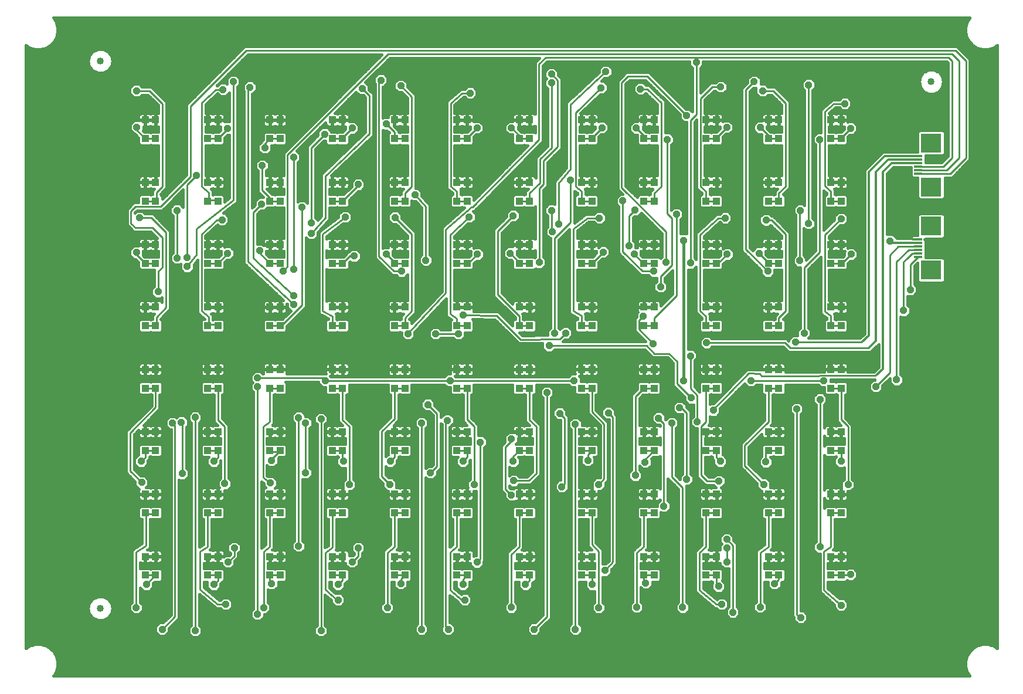
<source format=gtl>
G75*
%MOIN*%
%OFA0B0*%
%FSLAX25Y25*%
%IPPOS*%
%LPD*%
%AMOC8*
5,1,8,0,0,1.08239X$1,22.5*
%
%ADD10R,0.03937X0.03937*%
%ADD11C,0.04000*%
%ADD12R,0.04724X0.01181*%
%ADD13R,0.11811X0.10630*%
%ADD14C,0.01600*%
%ADD15OC8,0.04750*%
%ADD16C,0.01000*%
%ADD17OC8,0.04000*%
%ADD18C,0.01200*%
D10*
X0144170Y0115406D03*
X0150076Y0115406D03*
X0150076Y0126036D03*
X0144170Y0126036D03*
X0179603Y0126036D03*
X0185509Y0126036D03*
X0185509Y0115406D03*
X0179603Y0115406D03*
X0215036Y0115406D03*
X0220942Y0115406D03*
X0220942Y0126036D03*
X0215036Y0126036D03*
X0250469Y0126036D03*
X0256375Y0126036D03*
X0256375Y0115406D03*
X0250469Y0115406D03*
X0285902Y0115406D03*
X0291808Y0115406D03*
X0291808Y0126036D03*
X0285902Y0126036D03*
X0321335Y0126036D03*
X0327241Y0126036D03*
X0327241Y0115406D03*
X0321335Y0115406D03*
X0356769Y0115406D03*
X0362674Y0115406D03*
X0362674Y0126036D03*
X0356769Y0126036D03*
X0392202Y0126036D03*
X0398107Y0126036D03*
X0398107Y0115406D03*
X0392202Y0115406D03*
X0427635Y0115406D03*
X0433540Y0115406D03*
X0433540Y0126036D03*
X0427635Y0126036D03*
X0463068Y0126036D03*
X0468973Y0126036D03*
X0468973Y0115406D03*
X0463068Y0115406D03*
X0498501Y0115406D03*
X0504406Y0115406D03*
X0504406Y0126036D03*
X0498501Y0126036D03*
X0533934Y0126036D03*
X0539839Y0126036D03*
X0539839Y0115406D03*
X0533934Y0115406D03*
X0533934Y0150839D03*
X0539839Y0150839D03*
X0539839Y0161469D03*
X0533934Y0161469D03*
X0504406Y0161469D03*
X0498501Y0161469D03*
X0498501Y0150839D03*
X0504406Y0150839D03*
X0468973Y0150839D03*
X0463068Y0150839D03*
X0463068Y0161469D03*
X0468973Y0161469D03*
X0468973Y0186272D03*
X0463068Y0186272D03*
X0463068Y0196902D03*
X0468973Y0196902D03*
X0498501Y0196902D03*
X0504406Y0196902D03*
X0504406Y0186272D03*
X0498501Y0186272D03*
X0533934Y0186272D03*
X0539839Y0186272D03*
X0539839Y0196902D03*
X0533934Y0196902D03*
X0533934Y0221706D03*
X0539839Y0221706D03*
X0539839Y0232335D03*
X0533934Y0232335D03*
X0504406Y0232335D03*
X0498501Y0232335D03*
X0498501Y0221706D03*
X0504406Y0221706D03*
X0468973Y0221706D03*
X0463068Y0221706D03*
X0463068Y0232335D03*
X0468973Y0232335D03*
X0433540Y0232335D03*
X0427635Y0232335D03*
X0427635Y0221706D03*
X0433540Y0221706D03*
X0433540Y0196902D03*
X0427635Y0196902D03*
X0427635Y0186272D03*
X0433540Y0186272D03*
X0433540Y0161469D03*
X0427635Y0161469D03*
X0427635Y0150839D03*
X0433540Y0150839D03*
X0398107Y0150839D03*
X0392202Y0150839D03*
X0392202Y0161469D03*
X0398107Y0161469D03*
X0398107Y0186272D03*
X0392202Y0186272D03*
X0392202Y0196902D03*
X0398107Y0196902D03*
X0398107Y0221706D03*
X0392202Y0221706D03*
X0392202Y0232335D03*
X0398107Y0232335D03*
X0362674Y0232335D03*
X0356769Y0232335D03*
X0356769Y0221706D03*
X0362674Y0221706D03*
X0362674Y0196902D03*
X0356769Y0196902D03*
X0356769Y0186272D03*
X0362674Y0186272D03*
X0362674Y0161469D03*
X0356769Y0161469D03*
X0356769Y0150839D03*
X0362674Y0150839D03*
X0327241Y0150839D03*
X0321335Y0150839D03*
X0321335Y0161469D03*
X0327241Y0161469D03*
X0327241Y0186272D03*
X0321335Y0186272D03*
X0321335Y0196902D03*
X0327241Y0196902D03*
X0327241Y0221706D03*
X0321335Y0221706D03*
X0321335Y0232335D03*
X0327241Y0232335D03*
X0291808Y0232335D03*
X0285902Y0232335D03*
X0285902Y0221706D03*
X0291808Y0221706D03*
X0291808Y0196902D03*
X0285902Y0196902D03*
X0285902Y0186272D03*
X0291808Y0186272D03*
X0291808Y0161469D03*
X0285902Y0161469D03*
X0285902Y0150839D03*
X0291808Y0150839D03*
X0256375Y0150839D03*
X0250469Y0150839D03*
X0250469Y0161469D03*
X0256375Y0161469D03*
X0256375Y0186272D03*
X0250469Y0186272D03*
X0250469Y0196902D03*
X0256375Y0196902D03*
X0256375Y0221706D03*
X0250469Y0221706D03*
X0250469Y0232335D03*
X0256375Y0232335D03*
X0220942Y0232335D03*
X0215036Y0232335D03*
X0215036Y0221706D03*
X0220942Y0221706D03*
X0220942Y0196902D03*
X0215036Y0196902D03*
X0215036Y0186272D03*
X0220942Y0186272D03*
X0220942Y0161469D03*
X0215036Y0161469D03*
X0215036Y0150839D03*
X0220942Y0150839D03*
X0185509Y0150839D03*
X0179603Y0150839D03*
X0179603Y0161469D03*
X0185509Y0161469D03*
X0185509Y0186272D03*
X0179603Y0186272D03*
X0179603Y0196902D03*
X0185509Y0196902D03*
X0185509Y0221706D03*
X0179603Y0221706D03*
X0179603Y0232335D03*
X0185509Y0232335D03*
X0150076Y0232335D03*
X0144170Y0232335D03*
X0144170Y0221706D03*
X0150076Y0221706D03*
X0150076Y0196902D03*
X0144170Y0196902D03*
X0144170Y0186272D03*
X0150076Y0186272D03*
X0150076Y0161469D03*
X0144170Y0161469D03*
X0144170Y0150839D03*
X0150076Y0150839D03*
X0150076Y0257139D03*
X0144170Y0257139D03*
X0144170Y0267769D03*
X0150076Y0267769D03*
X0179603Y0267769D03*
X0185509Y0267769D03*
X0185509Y0257139D03*
X0179603Y0257139D03*
X0215036Y0257139D03*
X0220942Y0257139D03*
X0220942Y0267769D03*
X0215036Y0267769D03*
X0250469Y0267769D03*
X0256375Y0267769D03*
X0256375Y0257139D03*
X0250469Y0257139D03*
X0285902Y0257139D03*
X0291808Y0257139D03*
X0291808Y0267769D03*
X0285902Y0267769D03*
X0321335Y0267769D03*
X0327241Y0267769D03*
X0327241Y0257139D03*
X0321335Y0257139D03*
X0356769Y0257139D03*
X0362674Y0257139D03*
X0362674Y0267769D03*
X0356769Y0267769D03*
X0392202Y0267769D03*
X0398107Y0267769D03*
X0398107Y0257139D03*
X0392202Y0257139D03*
X0427635Y0257139D03*
X0433540Y0257139D03*
X0433540Y0267769D03*
X0427635Y0267769D03*
X0463068Y0267769D03*
X0468973Y0267769D03*
X0468973Y0257139D03*
X0463068Y0257139D03*
X0498501Y0257139D03*
X0504406Y0257139D03*
X0504406Y0267769D03*
X0498501Y0267769D03*
X0533934Y0267769D03*
X0539839Y0267769D03*
X0539839Y0257139D03*
X0533934Y0257139D03*
X0533934Y0292572D03*
X0539839Y0292572D03*
X0539839Y0303202D03*
X0533934Y0303202D03*
X0504406Y0303202D03*
X0498501Y0303202D03*
X0498501Y0292572D03*
X0504406Y0292572D03*
X0468973Y0292572D03*
X0463068Y0292572D03*
X0463068Y0303202D03*
X0468973Y0303202D03*
X0468973Y0328005D03*
X0463068Y0328005D03*
X0463068Y0338635D03*
X0468973Y0338635D03*
X0498501Y0338635D03*
X0504406Y0338635D03*
X0504406Y0328005D03*
X0498501Y0328005D03*
X0533934Y0328005D03*
X0539839Y0328005D03*
X0539839Y0338635D03*
X0533934Y0338635D03*
X0533934Y0363438D03*
X0539839Y0363438D03*
X0539839Y0374068D03*
X0533934Y0374068D03*
X0504406Y0374068D03*
X0498501Y0374068D03*
X0498501Y0363438D03*
X0504406Y0363438D03*
X0468973Y0363438D03*
X0463068Y0363438D03*
X0463068Y0374068D03*
X0468973Y0374068D03*
X0433540Y0374068D03*
X0427635Y0374068D03*
X0427635Y0363438D03*
X0433540Y0363438D03*
X0433540Y0338635D03*
X0427635Y0338635D03*
X0427635Y0328005D03*
X0433540Y0328005D03*
X0433540Y0303202D03*
X0427635Y0303202D03*
X0427635Y0292572D03*
X0433540Y0292572D03*
X0398107Y0292572D03*
X0392202Y0292572D03*
X0392202Y0303202D03*
X0398107Y0303202D03*
X0398107Y0328005D03*
X0392202Y0328005D03*
X0392202Y0338635D03*
X0398107Y0338635D03*
X0398107Y0363438D03*
X0392202Y0363438D03*
X0392202Y0374068D03*
X0398107Y0374068D03*
X0362674Y0374068D03*
X0356769Y0374068D03*
X0356769Y0363438D03*
X0362674Y0363438D03*
X0362674Y0338635D03*
X0356769Y0338635D03*
X0356769Y0328005D03*
X0362674Y0328005D03*
X0362674Y0303202D03*
X0356769Y0303202D03*
X0356769Y0292572D03*
X0362674Y0292572D03*
X0327241Y0292572D03*
X0321335Y0292572D03*
X0321335Y0303202D03*
X0327241Y0303202D03*
X0327241Y0328005D03*
X0321335Y0328005D03*
X0321335Y0338635D03*
X0327241Y0338635D03*
X0327241Y0363438D03*
X0321335Y0363438D03*
X0321335Y0374068D03*
X0327241Y0374068D03*
X0291808Y0374068D03*
X0285902Y0374068D03*
X0285902Y0363438D03*
X0291808Y0363438D03*
X0291808Y0338635D03*
X0285902Y0338635D03*
X0285902Y0328005D03*
X0291808Y0328005D03*
X0291808Y0303202D03*
X0285902Y0303202D03*
X0285902Y0292572D03*
X0291808Y0292572D03*
X0256375Y0292572D03*
X0250469Y0292572D03*
X0250469Y0303202D03*
X0256375Y0303202D03*
X0256375Y0328005D03*
X0250469Y0328005D03*
X0250469Y0338635D03*
X0256375Y0338635D03*
X0256375Y0363438D03*
X0250469Y0363438D03*
X0250469Y0374068D03*
X0256375Y0374068D03*
X0220942Y0374068D03*
X0215036Y0374068D03*
X0215036Y0363438D03*
X0220942Y0363438D03*
X0220942Y0338635D03*
X0215036Y0338635D03*
X0215036Y0328005D03*
X0220942Y0328005D03*
X0220942Y0303202D03*
X0215036Y0303202D03*
X0215036Y0292572D03*
X0220942Y0292572D03*
X0185509Y0292572D03*
X0179603Y0292572D03*
X0179603Y0303202D03*
X0185509Y0303202D03*
X0185509Y0328005D03*
X0179603Y0328005D03*
X0179603Y0338635D03*
X0185509Y0338635D03*
X0185509Y0363438D03*
X0179603Y0363438D03*
X0179603Y0374068D03*
X0185509Y0374068D03*
X0150076Y0374068D03*
X0144170Y0374068D03*
X0144170Y0363438D03*
X0150076Y0363438D03*
X0150076Y0338635D03*
X0144170Y0338635D03*
X0144170Y0328005D03*
X0150076Y0328005D03*
X0150076Y0303202D03*
X0144170Y0303202D03*
X0144170Y0292572D03*
X0150076Y0292572D03*
D11*
X0118658Y0407572D03*
X0118658Y0096548D03*
X0591099Y0395761D03*
D12*
X0583619Y0353438D03*
X0583619Y0351469D03*
X0583619Y0349501D03*
X0583619Y0347532D03*
X0583619Y0345564D03*
X0583619Y0343595D03*
X0583619Y0306194D03*
X0583619Y0304225D03*
X0583619Y0302257D03*
X0583619Y0300288D03*
X0583619Y0298320D03*
X0583619Y0296351D03*
D13*
X0591099Y0288753D03*
X0591099Y0313792D03*
X0591099Y0335997D03*
X0591099Y0361036D03*
D14*
X0092107Y0058237D02*
X0091950Y0058080D01*
X0612925Y0058080D01*
X0612769Y0058237D01*
X0611308Y0060768D01*
X0610551Y0063591D01*
X0610551Y0066513D01*
X0611308Y0069336D01*
X0612769Y0071867D01*
X0614835Y0073934D01*
X0617366Y0075395D01*
X0620189Y0076151D01*
X0623112Y0076151D01*
X0625935Y0075395D01*
X0628465Y0073934D01*
X0628622Y0073777D01*
X0628622Y0416484D01*
X0628465Y0416328D01*
X0625935Y0414867D01*
X0623112Y0414110D01*
X0620189Y0414110D01*
X0617366Y0414867D01*
X0614835Y0416328D01*
X0612769Y0418394D01*
X0611308Y0420925D01*
X0610551Y0423748D01*
X0610551Y0426671D01*
X0611308Y0429494D01*
X0612769Y0432025D01*
X0612925Y0432181D01*
X0091950Y0432181D01*
X0092107Y0432025D01*
X0093568Y0429494D01*
X0094324Y0426671D01*
X0094324Y0423748D01*
X0093568Y0420925D01*
X0092107Y0418394D01*
X0090040Y0416328D01*
X0087509Y0414867D01*
X0084686Y0414110D01*
X0081764Y0414110D01*
X0078941Y0414867D01*
X0076410Y0416328D01*
X0076254Y0416484D01*
X0076254Y0073777D01*
X0076410Y0073934D01*
X0078941Y0075395D01*
X0081764Y0076151D01*
X0084686Y0076151D01*
X0087509Y0075395D01*
X0090040Y0073934D01*
X0092107Y0071867D01*
X0093568Y0069336D01*
X0094324Y0066513D01*
X0094324Y0063591D01*
X0093568Y0060768D01*
X0092107Y0058237D01*
X0092914Y0059635D02*
X0611962Y0059635D01*
X0611183Y0061234D02*
X0093693Y0061234D01*
X0094121Y0062832D02*
X0610754Y0062832D01*
X0610551Y0064431D02*
X0094324Y0064431D01*
X0094324Y0066029D02*
X0610551Y0066029D01*
X0610850Y0067628D02*
X0094026Y0067628D01*
X0093597Y0069226D02*
X0611278Y0069226D01*
X0612167Y0070825D02*
X0092709Y0070825D01*
X0091551Y0072423D02*
X0613325Y0072423D01*
X0614988Y0074022D02*
X0089888Y0074022D01*
X0086668Y0075620D02*
X0618207Y0075620D01*
X0625094Y0075620D02*
X0628622Y0075620D01*
X0628622Y0074022D02*
X0628313Y0074022D01*
X0628622Y0077219D02*
X0076254Y0077219D01*
X0076254Y0078817D02*
X0628622Y0078817D01*
X0628622Y0080416D02*
X0246032Y0080416D01*
X0245692Y0080076D02*
X0247918Y0082302D01*
X0247918Y0085450D01*
X0246418Y0086950D01*
X0246418Y0104159D01*
X0250099Y0101110D01*
X0250099Y0099789D01*
X0252325Y0097563D01*
X0255473Y0097563D01*
X0257699Y0099789D01*
X0257699Y0102937D01*
X0255473Y0105163D01*
X0252417Y0105163D01*
X0248818Y0108144D01*
X0248818Y0111638D01*
X0250000Y0111638D01*
X0249999Y0111637D01*
X0249999Y0108489D01*
X0252225Y0106263D01*
X0255373Y0106263D01*
X0257599Y0108489D01*
X0257599Y0110610D01*
X0258627Y0111638D01*
X0259089Y0111638D01*
X0260143Y0112692D01*
X0260143Y0118120D01*
X0259089Y0119175D01*
X0253661Y0119175D01*
X0253422Y0118936D01*
X0253183Y0119175D01*
X0248818Y0119175D01*
X0248818Y0122268D01*
X0250285Y0122268D01*
X0250285Y0125852D01*
X0250654Y0125852D01*
X0250654Y0126220D01*
X0254238Y0126220D01*
X0256190Y0126220D01*
X0256190Y0125852D01*
X0250654Y0125852D01*
X0250654Y0122268D01*
X0252675Y0122268D01*
X0253133Y0122390D01*
X0253422Y0122558D01*
X0253712Y0122390D01*
X0254169Y0122268D01*
X0256191Y0122268D01*
X0256191Y0125852D01*
X0256559Y0125852D01*
X0256559Y0122268D01*
X0257999Y0122268D01*
X0257999Y0121289D01*
X0260225Y0119063D01*
X0263373Y0119063D01*
X0265599Y0121289D01*
X0265599Y0123410D01*
X0267599Y0125410D01*
X0267599Y0127789D01*
X0269099Y0129289D01*
X0269099Y0132437D01*
X0266873Y0134663D01*
X0263725Y0134663D01*
X0261499Y0132437D01*
X0261499Y0129289D01*
X0262999Y0127789D01*
X0262999Y0127316D01*
X0262347Y0126663D01*
X0260225Y0126663D01*
X0260143Y0126581D01*
X0260143Y0128242D01*
X0260021Y0128699D01*
X0259784Y0129110D01*
X0259449Y0129445D01*
X0259038Y0129682D01*
X0258580Y0129805D01*
X0256559Y0129805D01*
X0256559Y0126221D01*
X0256191Y0126221D01*
X0256191Y0129805D01*
X0254169Y0129805D01*
X0253712Y0129682D01*
X0253422Y0129515D01*
X0253133Y0129682D01*
X0252675Y0129805D01*
X0252580Y0129805D01*
X0252609Y0129970D01*
X0252769Y0130130D01*
X0252769Y0130883D01*
X0252899Y0131623D01*
X0252769Y0131809D01*
X0252769Y0147071D01*
X0253183Y0147071D01*
X0253422Y0147310D01*
X0253661Y0147071D01*
X0259089Y0147071D01*
X0260143Y0148125D01*
X0260143Y0153553D01*
X0259089Y0154608D01*
X0253661Y0154608D01*
X0253422Y0154369D01*
X0253183Y0154608D01*
X0247755Y0154608D01*
X0246701Y0153553D01*
X0246701Y0148125D01*
X0247755Y0147071D01*
X0248169Y0147071D01*
X0248169Y0132280D01*
X0246418Y0131052D01*
X0246418Y0201064D01*
X0247918Y0202564D01*
X0247918Y0205712D01*
X0245692Y0207938D01*
X0242544Y0207938D01*
X0240318Y0205712D01*
X0240318Y0202564D01*
X0241818Y0201064D01*
X0241818Y0086950D01*
X0240318Y0085450D01*
X0240318Y0082302D01*
X0242544Y0080076D01*
X0245692Y0080076D01*
X0247631Y0082014D02*
X0298574Y0082014D01*
X0297499Y0083089D02*
X0299725Y0080863D01*
X0302873Y0080863D01*
X0305099Y0083089D01*
X0305099Y0086237D01*
X0303599Y0087737D01*
X0303599Y0170989D01*
X0304825Y0169763D01*
X0307973Y0169763D01*
X0310199Y0171989D01*
X0310199Y0174110D01*
X0311052Y0174963D01*
X0312399Y0176310D01*
X0312399Y0201589D01*
X0312799Y0201189D01*
X0312799Y0086337D01*
X0312699Y0086237D01*
X0312699Y0083089D01*
X0314925Y0080863D01*
X0318073Y0080863D01*
X0320299Y0083089D01*
X0320299Y0086237D01*
X0318073Y0088463D01*
X0317399Y0088463D01*
X0317399Y0104001D01*
X0322099Y0100255D01*
X0322099Y0099789D01*
X0324325Y0097563D01*
X0327473Y0097563D01*
X0329699Y0099789D01*
X0329699Y0102937D01*
X0327473Y0105163D01*
X0324325Y0105163D01*
X0323880Y0104718D01*
X0319799Y0107971D01*
X0319799Y0111638D01*
X0321000Y0111638D01*
X0320999Y0111637D01*
X0320999Y0108489D01*
X0323225Y0106263D01*
X0326373Y0106263D01*
X0328599Y0108489D01*
X0328599Y0111637D01*
X0328598Y0111638D01*
X0329955Y0111638D01*
X0331009Y0112692D01*
X0331009Y0118120D01*
X0329955Y0119175D01*
X0324527Y0119175D01*
X0324288Y0118936D01*
X0324050Y0119175D01*
X0319799Y0119175D01*
X0319799Y0122268D01*
X0321151Y0122268D01*
X0321151Y0125852D01*
X0321520Y0125852D01*
X0321520Y0126220D01*
X0325104Y0126220D01*
X0327057Y0126220D01*
X0327057Y0125852D01*
X0327425Y0125852D01*
X0327425Y0122268D01*
X0328999Y0122268D01*
X0328999Y0121189D01*
X0331225Y0118963D01*
X0334373Y0118963D01*
X0336599Y0121189D01*
X0336599Y0123310D01*
X0336999Y0123710D01*
X0336999Y0187889D01*
X0338499Y0189389D01*
X0338499Y0192537D01*
X0336273Y0194763D01*
X0333499Y0194763D01*
X0333499Y0200716D01*
X0332152Y0202063D01*
X0332152Y0202063D01*
X0329541Y0204674D01*
X0329541Y0217937D01*
X0329955Y0217937D01*
X0331009Y0218991D01*
X0331009Y0223663D01*
X0353000Y0223663D01*
X0353000Y0218991D01*
X0354054Y0217937D01*
X0359483Y0217937D01*
X0359721Y0218176D01*
X0359960Y0217937D01*
X0360374Y0217937D01*
X0360374Y0202735D01*
X0362439Y0200671D01*
X0360469Y0200671D01*
X0360011Y0200548D01*
X0359721Y0200381D01*
X0359432Y0200548D01*
X0358974Y0200671D01*
X0356953Y0200671D01*
X0356953Y0197087D01*
X0356584Y0197087D01*
X0356584Y0200671D01*
X0354563Y0200671D01*
X0354105Y0200548D01*
X0353695Y0200311D01*
X0353360Y0199976D01*
X0353123Y0199566D01*
X0353000Y0199108D01*
X0353000Y0197087D01*
X0356584Y0197087D01*
X0356584Y0196718D01*
X0353000Y0196718D01*
X0353000Y0196663D01*
X0350825Y0196663D01*
X0348599Y0194437D01*
X0348599Y0191289D01*
X0348736Y0191152D01*
X0347947Y0190363D01*
X0346599Y0189016D01*
X0346599Y0163410D01*
X0348599Y0161410D01*
X0348599Y0159289D01*
X0350825Y0157063D01*
X0353973Y0157063D01*
X0354611Y0157701D01*
X0356584Y0157701D01*
X0356584Y0161285D01*
X0356953Y0161285D01*
X0356953Y0161654D01*
X0356584Y0161654D01*
X0356584Y0165238D01*
X0354563Y0165238D01*
X0354105Y0165115D01*
X0353695Y0164878D01*
X0353480Y0164663D01*
X0351852Y0164663D01*
X0351199Y0165316D01*
X0351199Y0166189D01*
X0352125Y0165263D01*
X0355273Y0165263D01*
X0356773Y0166763D01*
X0363252Y0166763D01*
X0364599Y0168110D01*
X0368899Y0172410D01*
X0368899Y0200716D01*
X0364974Y0204641D01*
X0364974Y0217937D01*
X0365388Y0217937D01*
X0366443Y0218991D01*
X0366443Y0223663D01*
X0384925Y0223663D01*
X0386425Y0222163D01*
X0388433Y0222163D01*
X0388433Y0218991D01*
X0389487Y0217937D01*
X0394916Y0217937D01*
X0395154Y0218176D01*
X0395393Y0217937D01*
X0395807Y0217937D01*
X0395807Y0207402D01*
X0402799Y0200410D01*
X0402799Y0171016D01*
X0402547Y0170763D01*
X0400425Y0170763D01*
X0398199Y0168537D01*
X0398199Y0165389D01*
X0398350Y0165238D01*
X0398291Y0165238D01*
X0398291Y0161654D01*
X0397923Y0161654D01*
X0397923Y0165238D01*
X0395902Y0165238D01*
X0395444Y0165115D01*
X0395154Y0164948D01*
X0394865Y0165115D01*
X0394407Y0165238D01*
X0392386Y0165238D01*
X0392386Y0161654D01*
X0392017Y0161654D01*
X0392017Y0165238D01*
X0390999Y0165238D01*
X0390999Y0182504D01*
X0392366Y0182504D01*
X0391999Y0182137D01*
X0391999Y0178989D01*
X0394225Y0176763D01*
X0397373Y0176763D01*
X0399599Y0178989D01*
X0399599Y0182137D01*
X0399232Y0182504D01*
X0400821Y0182504D01*
X0401876Y0183558D01*
X0401876Y0188987D01*
X0400821Y0190041D01*
X0395393Y0190041D01*
X0395154Y0189802D01*
X0394916Y0190041D01*
X0390999Y0190041D01*
X0390999Y0193134D01*
X0392017Y0193134D01*
X0392017Y0196718D01*
X0392386Y0196718D01*
X0392386Y0197087D01*
X0395970Y0197087D01*
X0397923Y0197087D01*
X0397923Y0200671D01*
X0395902Y0200671D01*
X0395444Y0200548D01*
X0395154Y0200381D01*
X0394865Y0200548D01*
X0394407Y0200671D01*
X0392499Y0200671D01*
X0392499Y0202737D01*
X0390273Y0204963D01*
X0387125Y0204963D01*
X0384899Y0202737D01*
X0384899Y0199589D01*
X0386399Y0198089D01*
X0386399Y0087737D01*
X0384899Y0086237D01*
X0384899Y0083089D01*
X0387125Y0080863D01*
X0390273Y0080863D01*
X0392499Y0083089D01*
X0392499Y0086237D01*
X0390999Y0087737D01*
X0390999Y0111638D01*
X0394500Y0111638D01*
X0394499Y0111637D01*
X0394499Y0108489D01*
X0396725Y0106263D01*
X0399699Y0106263D01*
X0399699Y0100037D01*
X0398199Y0098537D01*
X0398199Y0095389D01*
X0400425Y0093163D01*
X0403573Y0093163D01*
X0405799Y0095389D01*
X0405799Y0098537D01*
X0404299Y0100037D01*
X0404299Y0114363D01*
X0407073Y0114363D01*
X0409299Y0116589D01*
X0409299Y0118710D01*
X0412399Y0121810D01*
X0412399Y0206016D01*
X0411299Y0207116D01*
X0411299Y0209237D01*
X0409073Y0211463D01*
X0405925Y0211463D01*
X0403699Y0209237D01*
X0403699Y0206089D01*
X0405925Y0203863D01*
X0407799Y0203863D01*
X0407799Y0123716D01*
X0406047Y0121963D01*
X0404299Y0121963D01*
X0404299Y0129916D01*
X0400407Y0133808D01*
X0400407Y0147071D01*
X0400821Y0147071D01*
X0401876Y0148125D01*
X0401876Y0153553D01*
X0400821Y0154608D01*
X0395393Y0154608D01*
X0395154Y0154369D01*
X0394916Y0154608D01*
X0390999Y0154608D01*
X0390999Y0157701D01*
X0392017Y0157701D01*
X0392017Y0161285D01*
X0392386Y0161285D01*
X0392386Y0161654D01*
X0395970Y0161654D01*
X0397923Y0161654D01*
X0397923Y0161285D01*
X0398291Y0161285D01*
X0398291Y0157701D01*
X0400313Y0157701D01*
X0400770Y0157823D01*
X0401181Y0158060D01*
X0401516Y0158396D01*
X0401753Y0158806D01*
X0401876Y0159264D01*
X0401876Y0161285D01*
X0398291Y0161285D01*
X0398291Y0161654D01*
X0401876Y0161654D01*
X0401876Y0163163D01*
X0403573Y0163163D01*
X0405799Y0165389D01*
X0405799Y0167510D01*
X0406052Y0167763D01*
X0407399Y0169110D01*
X0407399Y0202316D01*
X0406052Y0203663D01*
X0406052Y0203663D01*
X0400407Y0209308D01*
X0400407Y0217937D01*
X0400821Y0217937D01*
X0401876Y0218991D01*
X0401876Y0224420D01*
X0400821Y0225474D01*
X0395393Y0225474D01*
X0395154Y0225235D01*
X0394916Y0225474D01*
X0391799Y0225474D01*
X0391799Y0227537D01*
X0390769Y0228567D01*
X0392017Y0228567D01*
X0392017Y0232151D01*
X0388433Y0232151D01*
X0388433Y0230130D01*
X0388531Y0229763D01*
X0386425Y0229763D01*
X0384925Y0228263D01*
X0320573Y0228263D01*
X0320269Y0228567D01*
X0321151Y0228567D01*
X0321151Y0232151D01*
X0317567Y0232151D01*
X0317567Y0230130D01*
X0317665Y0229763D01*
X0315925Y0229763D01*
X0314425Y0228263D01*
X0249573Y0228263D01*
X0249269Y0228567D01*
X0250285Y0228567D01*
X0250285Y0232151D01*
X0250654Y0232151D01*
X0250654Y0232520D01*
X0254238Y0232520D01*
X0256190Y0232520D01*
X0256190Y0232151D01*
X0250654Y0232151D01*
X0250654Y0228567D01*
X0252675Y0228567D01*
X0253133Y0228690D01*
X0253422Y0228857D01*
X0253712Y0228690D01*
X0254169Y0228567D01*
X0256191Y0228567D01*
X0256191Y0232151D01*
X0256559Y0232151D01*
X0256559Y0228567D01*
X0258580Y0228567D01*
X0259038Y0228690D01*
X0259449Y0228927D01*
X0259784Y0229262D01*
X0260021Y0229672D01*
X0260143Y0230130D01*
X0260143Y0232151D01*
X0256559Y0232151D01*
X0256559Y0232520D01*
X0256191Y0232520D01*
X0256191Y0236104D01*
X0254169Y0236104D01*
X0253712Y0235981D01*
X0253422Y0235814D01*
X0253133Y0235981D01*
X0252675Y0236104D01*
X0250654Y0236104D01*
X0250654Y0232520D01*
X0250285Y0232520D01*
X0250285Y0236104D01*
X0248264Y0236104D01*
X0247806Y0235981D01*
X0247396Y0235744D01*
X0247060Y0235409D01*
X0246823Y0234999D01*
X0246701Y0234541D01*
X0246701Y0232520D01*
X0250285Y0232520D01*
X0250285Y0232151D01*
X0246701Y0232151D01*
X0246701Y0230130D01*
X0246799Y0229763D01*
X0224612Y0229763D01*
X0224710Y0230130D01*
X0224710Y0232151D01*
X0221126Y0232151D01*
X0221126Y0232520D01*
X0220757Y0232520D01*
X0220757Y0232151D01*
X0215221Y0232151D01*
X0215221Y0232520D01*
X0218805Y0232520D01*
X0220757Y0232520D01*
X0220757Y0236104D01*
X0218736Y0236104D01*
X0218278Y0235981D01*
X0217989Y0235814D01*
X0217699Y0235981D01*
X0217242Y0236104D01*
X0215220Y0236104D01*
X0215220Y0232520D01*
X0214852Y0232520D01*
X0214852Y0236104D01*
X0212831Y0236104D01*
X0212373Y0235981D01*
X0211962Y0235744D01*
X0211627Y0235409D01*
X0211390Y0234999D01*
X0211268Y0234541D01*
X0211268Y0232520D01*
X0214852Y0232520D01*
X0214852Y0232151D01*
X0211268Y0232151D01*
X0211268Y0230130D01*
X0211366Y0229763D01*
X0211073Y0229763D01*
X0209573Y0231263D01*
X0206425Y0231263D01*
X0204199Y0229037D01*
X0204199Y0225889D01*
X0205125Y0224963D01*
X0204199Y0224037D01*
X0204199Y0220889D01*
X0205699Y0219389D01*
X0205699Y0096337D01*
X0204199Y0094837D01*
X0204199Y0091689D01*
X0206425Y0089463D01*
X0209573Y0089463D01*
X0211799Y0091689D01*
X0211799Y0093163D01*
X0213086Y0093163D01*
X0215312Y0095389D01*
X0215312Y0098537D01*
X0213812Y0100037D01*
X0213812Y0107376D01*
X0214425Y0106763D01*
X0217573Y0106763D01*
X0219799Y0108989D01*
X0219799Y0111638D01*
X0223656Y0111638D01*
X0224710Y0112692D01*
X0224710Y0118120D01*
X0223656Y0119175D01*
X0218228Y0119175D01*
X0217989Y0118936D01*
X0217750Y0119175D01*
X0213812Y0119175D01*
X0213812Y0122268D01*
X0214852Y0122268D01*
X0214852Y0125852D01*
X0215220Y0125852D01*
X0215220Y0122268D01*
X0217242Y0122268D01*
X0217699Y0122390D01*
X0217989Y0122558D01*
X0218278Y0122390D01*
X0218736Y0122268D01*
X0220757Y0122268D01*
X0220757Y0125852D01*
X0215221Y0125852D01*
X0215221Y0126220D01*
X0218805Y0126220D01*
X0220757Y0126220D01*
X0220757Y0125852D01*
X0221126Y0125852D01*
X0221126Y0126220D01*
X0224710Y0126220D01*
X0224710Y0128242D01*
X0224588Y0128699D01*
X0224351Y0129110D01*
X0224015Y0129445D01*
X0223605Y0129682D01*
X0223147Y0129805D01*
X0221126Y0129805D01*
X0221126Y0126221D01*
X0220757Y0126221D01*
X0220757Y0129805D01*
X0218736Y0129805D01*
X0218278Y0129682D01*
X0217989Y0129515D01*
X0217699Y0129682D01*
X0217242Y0129805D01*
X0216394Y0129805D01*
X0216561Y0129972D01*
X0217199Y0130468D01*
X0217220Y0130631D01*
X0217336Y0130747D01*
X0217336Y0131556D01*
X0217437Y0132358D01*
X0217336Y0132488D01*
X0217336Y0147071D01*
X0217750Y0147071D01*
X0217989Y0147310D01*
X0218228Y0147071D01*
X0223656Y0147071D01*
X0224710Y0148125D01*
X0224710Y0153553D01*
X0223656Y0154608D01*
X0218228Y0154608D01*
X0217989Y0154369D01*
X0217750Y0154608D01*
X0212322Y0154608D01*
X0211268Y0153553D01*
X0211268Y0148125D01*
X0212322Y0147071D01*
X0212736Y0147071D01*
X0212736Y0132826D01*
X0210724Y0131263D01*
X0210559Y0131263D01*
X0210299Y0131003D01*
X0210299Y0168563D01*
X0210373Y0168563D01*
X0211599Y0167675D01*
X0211599Y0166189D01*
X0212610Y0165179D01*
X0212373Y0165115D01*
X0211962Y0164878D01*
X0211627Y0164543D01*
X0211390Y0164133D01*
X0211268Y0163675D01*
X0211268Y0161654D01*
X0214852Y0161654D01*
X0214852Y0161285D01*
X0215220Y0161285D01*
X0215220Y0157701D01*
X0217242Y0157701D01*
X0217699Y0157823D01*
X0217989Y0157991D01*
X0218278Y0157823D01*
X0218736Y0157701D01*
X0220757Y0157701D01*
X0220757Y0161285D01*
X0215221Y0161285D01*
X0215221Y0161654D01*
X0218805Y0161654D01*
X0220757Y0161654D01*
X0220757Y0165238D01*
X0218736Y0165238D01*
X0218278Y0165115D01*
X0217989Y0164948D01*
X0217969Y0164959D01*
X0219199Y0166189D01*
X0219199Y0169337D01*
X0216973Y0171563D01*
X0214073Y0171563D01*
X0213418Y0172037D01*
X0213418Y0177770D01*
X0214425Y0176763D01*
X0217573Y0176763D01*
X0219799Y0178989D01*
X0219799Y0181877D01*
X0220426Y0182504D01*
X0223656Y0182504D01*
X0224710Y0183558D01*
X0224710Y0188987D01*
X0223656Y0190041D01*
X0218228Y0190041D01*
X0217989Y0189802D01*
X0217750Y0190041D01*
X0213418Y0190041D01*
X0213418Y0193134D01*
X0214852Y0193134D01*
X0214852Y0196718D01*
X0215220Y0196718D01*
X0215220Y0193134D01*
X0217242Y0193134D01*
X0217699Y0193257D01*
X0217989Y0193424D01*
X0218278Y0193257D01*
X0218736Y0193134D01*
X0220757Y0193134D01*
X0220757Y0196718D01*
X0215221Y0196718D01*
X0215221Y0197087D01*
X0218805Y0197087D01*
X0220757Y0197087D01*
X0220757Y0200671D01*
X0218736Y0200671D01*
X0218278Y0200548D01*
X0217989Y0200381D01*
X0217699Y0200548D01*
X0217242Y0200671D01*
X0216460Y0200671D01*
X0216519Y0200730D01*
X0217134Y0201160D01*
X0217174Y0201385D01*
X0217336Y0201547D01*
X0217336Y0202297D01*
X0217467Y0203036D01*
X0217336Y0203224D01*
X0217336Y0217937D01*
X0217750Y0217937D01*
X0217989Y0218176D01*
X0218228Y0217937D01*
X0223656Y0217937D01*
X0224710Y0218991D01*
X0224710Y0224420D01*
X0223967Y0225163D01*
X0242699Y0225163D01*
X0242699Y0224389D01*
X0244925Y0222163D01*
X0246701Y0222163D01*
X0246701Y0218991D01*
X0247755Y0217937D01*
X0253183Y0217937D01*
X0253422Y0218176D01*
X0253661Y0217937D01*
X0254075Y0217937D01*
X0254075Y0202735D01*
X0256139Y0200671D01*
X0254169Y0200671D01*
X0253712Y0200548D01*
X0253422Y0200381D01*
X0253133Y0200548D01*
X0252675Y0200671D01*
X0250654Y0200671D01*
X0250654Y0197087D01*
X0254238Y0197087D01*
X0256190Y0197087D01*
X0256190Y0196718D01*
X0250654Y0196718D01*
X0250654Y0197087D01*
X0250285Y0197087D01*
X0250285Y0200671D01*
X0248264Y0200671D01*
X0247806Y0200548D01*
X0247396Y0200311D01*
X0247060Y0199976D01*
X0246823Y0199566D01*
X0246701Y0199108D01*
X0246701Y0197087D01*
X0250285Y0197087D01*
X0250285Y0196718D01*
X0250654Y0196718D01*
X0250654Y0193134D01*
X0252675Y0193134D01*
X0253133Y0193257D01*
X0253422Y0193424D01*
X0253712Y0193257D01*
X0254169Y0193134D01*
X0256191Y0193134D01*
X0256191Y0196718D01*
X0256559Y0196718D01*
X0256559Y0193134D01*
X0257999Y0193134D01*
X0257999Y0190041D01*
X0253661Y0190041D01*
X0253422Y0189802D01*
X0253183Y0190041D01*
X0247755Y0190041D01*
X0246701Y0188987D01*
X0246701Y0183558D01*
X0247755Y0182504D01*
X0253183Y0182504D01*
X0253422Y0182743D01*
X0253661Y0182504D01*
X0253866Y0182504D01*
X0252999Y0181637D01*
X0252999Y0178489D01*
X0255225Y0176263D01*
X0257999Y0176263D01*
X0257999Y0169937D01*
X0256499Y0168437D01*
X0256499Y0165289D01*
X0256559Y0165229D01*
X0256559Y0161654D01*
X0256191Y0161654D01*
X0256191Y0165238D01*
X0254169Y0165238D01*
X0253712Y0165115D01*
X0253422Y0164948D01*
X0253133Y0165115D01*
X0252675Y0165238D01*
X0250654Y0165238D01*
X0250654Y0161654D01*
X0250285Y0161654D01*
X0250285Y0165238D01*
X0248264Y0165238D01*
X0247806Y0165115D01*
X0247396Y0164878D01*
X0247060Y0164543D01*
X0246823Y0164133D01*
X0246701Y0163675D01*
X0246701Y0161654D01*
X0250285Y0161654D01*
X0250285Y0161285D01*
X0250654Y0161285D01*
X0250654Y0161654D01*
X0254238Y0161654D01*
X0256190Y0161654D01*
X0256190Y0161285D01*
X0250654Y0161285D01*
X0250654Y0157701D01*
X0252675Y0157701D01*
X0253133Y0157823D01*
X0253422Y0157991D01*
X0253712Y0157823D01*
X0254169Y0157701D01*
X0256191Y0157701D01*
X0256191Y0161285D01*
X0256559Y0161285D01*
X0256559Y0157701D01*
X0258580Y0157701D01*
X0259038Y0157823D01*
X0259449Y0158060D01*
X0259784Y0158396D01*
X0260021Y0158806D01*
X0260143Y0159264D01*
X0260143Y0161285D01*
X0256559Y0161285D01*
X0256559Y0161654D01*
X0260143Y0161654D01*
X0260143Y0163063D01*
X0261873Y0163063D01*
X0264099Y0165289D01*
X0264099Y0168437D01*
X0262599Y0169937D01*
X0262599Y0200716D01*
X0258675Y0204640D01*
X0258675Y0217937D01*
X0259089Y0217937D01*
X0260143Y0218991D01*
X0260143Y0223663D01*
X0282134Y0223663D01*
X0282134Y0218991D01*
X0283188Y0217937D01*
X0283602Y0217937D01*
X0283602Y0205319D01*
X0276299Y0198016D01*
X0276299Y0170610D01*
X0277647Y0169263D01*
X0279399Y0167510D01*
X0279399Y0165389D01*
X0281625Y0163163D01*
X0282134Y0163163D01*
X0282134Y0161654D01*
X0285718Y0161654D01*
X0285718Y0161285D01*
X0282134Y0161285D01*
X0282134Y0159264D01*
X0282257Y0158806D01*
X0282493Y0158396D01*
X0282829Y0158060D01*
X0283239Y0157823D01*
X0283697Y0157701D01*
X0285718Y0157701D01*
X0285718Y0161285D01*
X0286087Y0161285D01*
X0286087Y0161654D01*
X0289671Y0161654D01*
X0291624Y0161654D01*
X0291624Y0165238D01*
X0289602Y0165238D01*
X0289145Y0165115D01*
X0288855Y0164948D01*
X0288566Y0165115D01*
X0288108Y0165238D01*
X0286848Y0165238D01*
X0286999Y0165389D01*
X0286999Y0168537D01*
X0284773Y0170763D01*
X0282652Y0170763D01*
X0280899Y0172516D01*
X0280899Y0177289D01*
X0281925Y0176263D01*
X0285073Y0176263D01*
X0287299Y0178489D01*
X0287299Y0180610D01*
X0288202Y0181513D01*
X0288202Y0182504D01*
X0288616Y0182504D01*
X0288855Y0182743D01*
X0289094Y0182504D01*
X0294522Y0182504D01*
X0295576Y0183558D01*
X0295576Y0188987D01*
X0294522Y0190041D01*
X0289094Y0190041D01*
X0288855Y0189802D01*
X0288616Y0190041D01*
X0283188Y0190041D01*
X0282134Y0188987D01*
X0282134Y0183863D01*
X0281925Y0183863D01*
X0280899Y0182837D01*
X0280899Y0196110D01*
X0282134Y0197345D01*
X0282134Y0197087D01*
X0285718Y0197087D01*
X0285718Y0200671D01*
X0285460Y0200671D01*
X0288202Y0203413D01*
X0288202Y0217937D01*
X0288616Y0217937D01*
X0288855Y0218176D01*
X0289094Y0217937D01*
X0294522Y0217937D01*
X0295576Y0218991D01*
X0295576Y0223663D01*
X0314425Y0223663D01*
X0315925Y0222163D01*
X0317567Y0222163D01*
X0317567Y0218991D01*
X0318621Y0217937D01*
X0324050Y0217937D01*
X0324288Y0218176D01*
X0324527Y0217937D01*
X0324941Y0217937D01*
X0324941Y0202769D01*
X0327039Y0200671D01*
X0325035Y0200671D01*
X0324578Y0200548D01*
X0324288Y0200381D01*
X0323999Y0200548D01*
X0323541Y0200671D01*
X0321520Y0200671D01*
X0321520Y0197087D01*
X0321151Y0197087D01*
X0321151Y0200671D01*
X0319130Y0200671D01*
X0318672Y0200548D01*
X0318403Y0200393D01*
X0319799Y0201789D01*
X0319799Y0204937D01*
X0317573Y0207163D01*
X0314425Y0207163D01*
X0312399Y0205137D01*
X0312399Y0208116D01*
X0311052Y0209463D01*
X0308699Y0211816D01*
X0308699Y0213937D01*
X0306473Y0216163D01*
X0303325Y0216163D01*
X0301099Y0213937D01*
X0301099Y0210789D01*
X0303325Y0208563D01*
X0305447Y0208563D01*
X0307799Y0206210D01*
X0307799Y0178216D01*
X0306947Y0177363D01*
X0304825Y0177363D01*
X0303599Y0176137D01*
X0303599Y0198789D01*
X0305099Y0200289D01*
X0305099Y0203437D01*
X0302873Y0205663D01*
X0299725Y0205663D01*
X0297499Y0203437D01*
X0297499Y0200289D01*
X0298999Y0198789D01*
X0298999Y0087737D01*
X0297499Y0086237D01*
X0297499Y0083089D01*
X0297499Y0083613D02*
X0247918Y0083613D01*
X0247918Y0085211D02*
X0297499Y0085211D01*
X0298072Y0086810D02*
X0246558Y0086810D01*
X0246418Y0088408D02*
X0298999Y0088408D01*
X0298999Y0090007D02*
X0246418Y0090007D01*
X0246418Y0091605D02*
X0298999Y0091605D01*
X0298999Y0093204D02*
X0283514Y0093204D01*
X0283473Y0093163D02*
X0285699Y0095389D01*
X0285699Y0098537D01*
X0284199Y0100037D01*
X0284199Y0111638D01*
X0285699Y0111638D01*
X0285699Y0108989D01*
X0287925Y0106763D01*
X0291073Y0106763D01*
X0293299Y0108989D01*
X0293299Y0111638D01*
X0294522Y0111638D01*
X0295576Y0112692D01*
X0295576Y0118120D01*
X0294522Y0119175D01*
X0289094Y0119175D01*
X0288855Y0118936D01*
X0288616Y0119175D01*
X0284199Y0119175D01*
X0284199Y0122268D01*
X0285718Y0122268D01*
X0285718Y0125852D01*
X0286087Y0125852D01*
X0286087Y0126220D01*
X0289671Y0126220D01*
X0291624Y0126220D01*
X0291624Y0125852D01*
X0291992Y0125852D01*
X0291992Y0122268D01*
X0294013Y0122268D01*
X0294471Y0122390D01*
X0294882Y0122627D01*
X0295217Y0122962D01*
X0295454Y0123373D01*
X0295576Y0123831D01*
X0295576Y0125852D01*
X0291992Y0125852D01*
X0291992Y0126220D01*
X0295576Y0126220D01*
X0295576Y0128242D01*
X0295454Y0128699D01*
X0295217Y0129110D01*
X0294882Y0129445D01*
X0294471Y0129682D01*
X0294013Y0129805D01*
X0291992Y0129805D01*
X0291992Y0126221D01*
X0291624Y0126221D01*
X0291624Y0129805D01*
X0289602Y0129805D01*
X0289145Y0129682D01*
X0288855Y0129515D01*
X0288566Y0129682D01*
X0288108Y0129805D01*
X0287294Y0129805D01*
X0287451Y0129962D01*
X0288101Y0130498D01*
X0288113Y0130624D01*
X0288202Y0130713D01*
X0288202Y0131556D01*
X0288283Y0132395D01*
X0288202Y0132493D01*
X0288202Y0147071D01*
X0288616Y0147071D01*
X0288855Y0147310D01*
X0289094Y0147071D01*
X0294522Y0147071D01*
X0295576Y0148125D01*
X0295576Y0153553D01*
X0294522Y0154608D01*
X0289094Y0154608D01*
X0288855Y0154369D01*
X0288616Y0154608D01*
X0283188Y0154608D01*
X0282134Y0153553D01*
X0282134Y0148125D01*
X0283188Y0147071D01*
X0283602Y0147071D01*
X0283602Y0132750D01*
X0281073Y0130663D01*
X0280947Y0130663D01*
X0280351Y0130067D01*
X0279701Y0129531D01*
X0279689Y0129405D01*
X0279599Y0129316D01*
X0279599Y0128473D01*
X0279519Y0127634D01*
X0279599Y0127537D01*
X0279599Y0100037D01*
X0278099Y0098537D01*
X0278099Y0095389D01*
X0280325Y0093163D01*
X0283473Y0093163D01*
X0285112Y0094802D02*
X0298999Y0094802D01*
X0298999Y0096401D02*
X0285699Y0096401D01*
X0285699Y0097999D02*
X0298999Y0097999D01*
X0298999Y0099598D02*
X0284638Y0099598D01*
X0284199Y0101196D02*
X0298999Y0101196D01*
X0298999Y0102795D02*
X0284199Y0102795D01*
X0284199Y0104393D02*
X0298999Y0104393D01*
X0298999Y0105992D02*
X0284199Y0105992D01*
X0284199Y0107590D02*
X0287098Y0107590D01*
X0285699Y0109189D02*
X0284199Y0109189D01*
X0284199Y0110787D02*
X0285699Y0110787D01*
X0279599Y0110787D02*
X0257776Y0110787D01*
X0257599Y0109189D02*
X0279599Y0109189D01*
X0279599Y0107590D02*
X0256701Y0107590D01*
X0256243Y0104393D02*
X0279599Y0104393D01*
X0279599Y0102795D02*
X0257699Y0102795D01*
X0257699Y0101196D02*
X0279599Y0101196D01*
X0279160Y0099598D02*
X0257508Y0099598D01*
X0255909Y0097999D02*
X0278099Y0097999D01*
X0278099Y0096401D02*
X0246418Y0096401D01*
X0246418Y0097999D02*
X0251889Y0097999D01*
X0250290Y0099598D02*
X0246418Y0099598D01*
X0246418Y0101196D02*
X0249995Y0101196D01*
X0248065Y0102795D02*
X0246418Y0102795D01*
X0241818Y0102795D02*
X0213812Y0102795D01*
X0213812Y0104393D02*
X0241818Y0104393D01*
X0241818Y0105992D02*
X0213812Y0105992D01*
X0213812Y0101196D02*
X0241818Y0101196D01*
X0241818Y0099598D02*
X0214251Y0099598D01*
X0215312Y0097999D02*
X0241818Y0097999D01*
X0241818Y0096401D02*
X0215312Y0096401D01*
X0214725Y0094802D02*
X0241818Y0094802D01*
X0241818Y0093204D02*
X0213127Y0093204D01*
X0211715Y0091605D02*
X0241818Y0091605D01*
X0241818Y0090007D02*
X0210117Y0090007D01*
X0205881Y0090007D02*
X0174931Y0090007D01*
X0174931Y0091605D02*
X0204283Y0091605D01*
X0204199Y0093204D02*
X0174931Y0093204D01*
X0174931Y0094802D02*
X0204199Y0094802D01*
X0205699Y0096401D02*
X0192811Y0096401D01*
X0193699Y0097289D02*
X0193699Y0100437D01*
X0191473Y0102663D01*
X0188325Y0102663D01*
X0186825Y0101163D01*
X0186240Y0101163D01*
X0177624Y0108432D01*
X0177624Y0111638D01*
X0179400Y0111638D01*
X0179399Y0111637D01*
X0179399Y0108489D01*
X0181625Y0106263D01*
X0184773Y0106263D01*
X0186999Y0108489D01*
X0186999Y0110610D01*
X0187809Y0111420D01*
X0187809Y0111638D01*
X0188223Y0111638D01*
X0189277Y0112692D01*
X0189277Y0118120D01*
X0188223Y0119175D01*
X0182795Y0119175D01*
X0182556Y0118936D01*
X0182317Y0119175D01*
X0177624Y0119175D01*
X0177624Y0122268D01*
X0179419Y0122268D01*
X0179419Y0125852D01*
X0179787Y0125852D01*
X0179787Y0122268D01*
X0181809Y0122268D01*
X0182266Y0122390D01*
X0182556Y0122558D01*
X0182845Y0122390D01*
X0183303Y0122268D01*
X0185324Y0122268D01*
X0185324Y0125852D01*
X0179787Y0125852D01*
X0179787Y0126220D01*
X0183372Y0126220D01*
X0185324Y0126220D01*
X0185324Y0125852D01*
X0185693Y0125852D01*
X0185693Y0126220D01*
X0189277Y0126220D01*
X0189277Y0128242D01*
X0189154Y0128699D01*
X0188918Y0129110D01*
X0188582Y0129445D01*
X0188172Y0129682D01*
X0187714Y0129805D01*
X0185693Y0129805D01*
X0185693Y0126221D01*
X0185324Y0126221D01*
X0185324Y0129805D01*
X0183303Y0129805D01*
X0182845Y0129682D01*
X0182556Y0129515D01*
X0182266Y0129682D01*
X0181809Y0129805D01*
X0180994Y0129805D01*
X0181048Y0129859D01*
X0181637Y0130232D01*
X0181700Y0130511D01*
X0181903Y0130714D01*
X0181903Y0131411D01*
X0182056Y0132090D01*
X0181903Y0132333D01*
X0181903Y0147071D01*
X0182317Y0147071D01*
X0182556Y0147310D01*
X0182795Y0147071D01*
X0188223Y0147071D01*
X0189277Y0148125D01*
X0189277Y0153553D01*
X0188223Y0154608D01*
X0182795Y0154608D01*
X0182556Y0154369D01*
X0182317Y0154608D01*
X0176889Y0154608D01*
X0175835Y0153553D01*
X0175835Y0148125D01*
X0176889Y0147071D01*
X0177303Y0147071D01*
X0177303Y0132934D01*
X0174931Y0131435D01*
X0174931Y0202051D01*
X0176431Y0203551D01*
X0176431Y0206699D01*
X0174205Y0208925D01*
X0171057Y0208925D01*
X0168831Y0206699D01*
X0168831Y0203551D01*
X0170331Y0202051D01*
X0170331Y0086950D01*
X0168831Y0085450D01*
X0168831Y0082302D01*
X0171057Y0080076D01*
X0174205Y0080076D01*
X0176431Y0082302D01*
X0176431Y0085450D01*
X0174931Y0086950D01*
X0174931Y0104686D01*
X0183842Y0097168D01*
X0184447Y0096563D01*
X0184559Y0096563D01*
X0184644Y0096491D01*
X0185496Y0096563D01*
X0186825Y0096563D01*
X0188325Y0095063D01*
X0191473Y0095063D01*
X0193699Y0097289D01*
X0193699Y0097999D02*
X0205699Y0097999D01*
X0205699Y0099598D02*
X0193699Y0099598D01*
X0192940Y0101196D02*
X0205699Y0101196D01*
X0205699Y0102795D02*
X0184306Y0102795D01*
X0186200Y0101196D02*
X0186859Y0101196D01*
X0186987Y0096401D02*
X0174931Y0096401D01*
X0174931Y0097999D02*
X0182856Y0097999D01*
X0180962Y0099598D02*
X0174931Y0099598D01*
X0174931Y0101196D02*
X0179067Y0101196D01*
X0177172Y0102795D02*
X0174931Y0102795D01*
X0174931Y0104393D02*
X0175278Y0104393D01*
X0178622Y0107590D02*
X0180298Y0107590D01*
X0180516Y0105992D02*
X0205699Y0105992D01*
X0205699Y0107590D02*
X0186101Y0107590D01*
X0186999Y0109189D02*
X0205699Y0109189D01*
X0205699Y0110787D02*
X0187176Y0110787D01*
X0188971Y0112386D02*
X0205699Y0112386D01*
X0205699Y0113984D02*
X0189277Y0113984D01*
X0189277Y0115583D02*
X0205699Y0115583D01*
X0205699Y0117181D02*
X0189277Y0117181D01*
X0188618Y0118780D02*
X0205699Y0118780D01*
X0205699Y0120378D02*
X0194189Y0120378D01*
X0195099Y0121289D02*
X0195099Y0123410D01*
X0197099Y0125410D01*
X0197099Y0127789D01*
X0198599Y0129289D01*
X0198599Y0132437D01*
X0196373Y0134663D01*
X0193225Y0134663D01*
X0190999Y0132437D01*
X0190999Y0129289D01*
X0192499Y0127789D01*
X0192499Y0127316D01*
X0191847Y0126663D01*
X0189725Y0126663D01*
X0188914Y0125852D01*
X0185693Y0125852D01*
X0185693Y0122268D01*
X0187499Y0122268D01*
X0187499Y0121289D01*
X0189725Y0119063D01*
X0192873Y0119063D01*
X0195099Y0121289D01*
X0195099Y0121977D02*
X0205699Y0121977D01*
X0205699Y0123575D02*
X0195264Y0123575D01*
X0196863Y0125174D02*
X0205699Y0125174D01*
X0205699Y0126772D02*
X0197099Y0126772D01*
X0197681Y0128371D02*
X0205699Y0128371D01*
X0205699Y0129969D02*
X0198599Y0129969D01*
X0198599Y0131568D02*
X0205699Y0131568D01*
X0205699Y0133167D02*
X0197870Y0133167D01*
X0191729Y0133167D02*
X0181903Y0133167D01*
X0181903Y0134765D02*
X0205699Y0134765D01*
X0205699Y0136364D02*
X0181903Y0136364D01*
X0181903Y0137962D02*
X0205699Y0137962D01*
X0205699Y0139561D02*
X0181903Y0139561D01*
X0181903Y0141159D02*
X0205699Y0141159D01*
X0205699Y0142758D02*
X0181903Y0142758D01*
X0181903Y0144356D02*
X0205699Y0144356D01*
X0205699Y0145955D02*
X0181903Y0145955D01*
X0177303Y0145955D02*
X0174931Y0145955D01*
X0174931Y0147553D02*
X0176407Y0147553D01*
X0175835Y0149152D02*
X0174931Y0149152D01*
X0174931Y0150750D02*
X0175835Y0150750D01*
X0175835Y0152349D02*
X0174931Y0152349D01*
X0174931Y0153947D02*
X0176228Y0153947D01*
X0174931Y0155546D02*
X0205699Y0155546D01*
X0205699Y0157144D02*
X0174931Y0157144D01*
X0174931Y0158743D02*
X0175994Y0158743D01*
X0175957Y0158806D02*
X0176194Y0158396D01*
X0176529Y0158060D01*
X0176940Y0157823D01*
X0177398Y0157701D01*
X0179419Y0157701D01*
X0179419Y0161285D01*
X0179787Y0161285D01*
X0179787Y0157701D01*
X0181809Y0157701D01*
X0182266Y0157823D01*
X0182556Y0157991D01*
X0182845Y0157823D01*
X0183303Y0157701D01*
X0185324Y0157701D01*
X0185324Y0161285D01*
X0179787Y0161285D01*
X0179787Y0161654D01*
X0179419Y0161654D01*
X0179419Y0165238D01*
X0177398Y0165238D01*
X0176940Y0165115D01*
X0176529Y0164878D01*
X0176194Y0164543D01*
X0175957Y0164133D01*
X0175835Y0163675D01*
X0175835Y0161654D01*
X0179419Y0161654D01*
X0179419Y0161285D01*
X0175835Y0161285D01*
X0175835Y0159264D01*
X0175957Y0158806D01*
X0175835Y0160341D02*
X0174931Y0160341D01*
X0174931Y0161940D02*
X0175835Y0161940D01*
X0175835Y0163538D02*
X0174931Y0163538D01*
X0174931Y0165137D02*
X0177021Y0165137D01*
X0179419Y0165137D02*
X0179787Y0165137D01*
X0179787Y0165238D02*
X0179787Y0161654D01*
X0183372Y0161654D01*
X0185324Y0161654D01*
X0185324Y0165238D01*
X0183303Y0165238D01*
X0182845Y0165115D01*
X0182556Y0164948D01*
X0182266Y0165115D01*
X0181809Y0165238D01*
X0179787Y0165238D01*
X0179787Y0163538D02*
X0179419Y0163538D01*
X0179419Y0161940D02*
X0179787Y0161940D01*
X0179787Y0160341D02*
X0179419Y0160341D01*
X0179419Y0158743D02*
X0179787Y0158743D01*
X0185324Y0158743D02*
X0185693Y0158743D01*
X0185693Y0157701D02*
X0187714Y0157701D01*
X0188172Y0157823D01*
X0188582Y0158060D01*
X0188918Y0158396D01*
X0189154Y0158806D01*
X0189277Y0159264D01*
X0189277Y0161285D01*
X0185693Y0161285D01*
X0185693Y0161654D01*
X0185324Y0161654D01*
X0185324Y0161285D01*
X0185693Y0161285D01*
X0185693Y0157701D01*
X0185693Y0160341D02*
X0185324Y0160341D01*
X0185693Y0161654D02*
X0189277Y0161654D01*
X0189277Y0163663D01*
X0190973Y0163663D01*
X0193199Y0165889D01*
X0193199Y0169037D01*
X0191699Y0170537D01*
X0191699Y0200716D01*
X0187809Y0204606D01*
X0187809Y0217937D01*
X0188223Y0217937D01*
X0189277Y0218991D01*
X0189277Y0224420D01*
X0188223Y0225474D01*
X0182795Y0225474D01*
X0182556Y0225235D01*
X0182317Y0225474D01*
X0176889Y0225474D01*
X0175835Y0224420D01*
X0175835Y0218991D01*
X0176889Y0217937D01*
X0182317Y0217937D01*
X0182556Y0218176D01*
X0182795Y0217937D01*
X0183209Y0217937D01*
X0183209Y0202701D01*
X0185239Y0200671D01*
X0183303Y0200671D01*
X0182845Y0200548D01*
X0182556Y0200381D01*
X0182266Y0200548D01*
X0181809Y0200671D01*
X0179787Y0200671D01*
X0179787Y0197087D01*
X0179419Y0197087D01*
X0179419Y0200671D01*
X0177398Y0200671D01*
X0176940Y0200548D01*
X0176529Y0200311D01*
X0176194Y0199976D01*
X0175957Y0199566D01*
X0175835Y0199108D01*
X0175835Y0197087D01*
X0179419Y0197087D01*
X0179419Y0196718D01*
X0179787Y0196718D01*
X0179787Y0193134D01*
X0181809Y0193134D01*
X0182266Y0193257D01*
X0182556Y0193424D01*
X0182845Y0193257D01*
X0183303Y0193134D01*
X0185324Y0193134D01*
X0185324Y0196718D01*
X0179787Y0196718D01*
X0179787Y0197087D01*
X0183372Y0197087D01*
X0185324Y0197087D01*
X0185324Y0196718D01*
X0185693Y0196718D01*
X0185693Y0193134D01*
X0187099Y0193134D01*
X0187099Y0190041D01*
X0182795Y0190041D01*
X0182556Y0189802D01*
X0182317Y0190041D01*
X0176889Y0190041D01*
X0175835Y0188987D01*
X0175835Y0183558D01*
X0176889Y0182504D01*
X0180266Y0182504D01*
X0179399Y0181637D01*
X0179399Y0178489D01*
X0181625Y0176263D01*
X0184773Y0176263D01*
X0186999Y0178489D01*
X0186999Y0180610D01*
X0187099Y0180710D01*
X0187099Y0170537D01*
X0185599Y0169037D01*
X0185599Y0165889D01*
X0186250Y0165238D01*
X0185693Y0165238D01*
X0185693Y0161654D01*
X0185693Y0161940D02*
X0185324Y0161940D01*
X0185324Y0163538D02*
X0185693Y0163538D01*
X0185693Y0165137D02*
X0185324Y0165137D01*
X0185599Y0166735D02*
X0174931Y0166735D01*
X0174931Y0168334D02*
X0185599Y0168334D01*
X0186494Y0169932D02*
X0174931Y0169932D01*
X0174931Y0171531D02*
X0187099Y0171531D01*
X0187099Y0173129D02*
X0174931Y0173129D01*
X0174931Y0174728D02*
X0187099Y0174728D01*
X0187099Y0176326D02*
X0184837Y0176326D01*
X0186435Y0177925D02*
X0187099Y0177925D01*
X0187099Y0179523D02*
X0186999Y0179523D01*
X0191699Y0179523D02*
X0205699Y0179523D01*
X0205699Y0177925D02*
X0191699Y0177925D01*
X0191699Y0176326D02*
X0205699Y0176326D01*
X0205699Y0174728D02*
X0191699Y0174728D01*
X0191699Y0173129D02*
X0205699Y0173129D01*
X0205699Y0171531D02*
X0191699Y0171531D01*
X0192304Y0169932D02*
X0205699Y0169932D01*
X0205699Y0168334D02*
X0193199Y0168334D01*
X0193199Y0166735D02*
X0205699Y0166735D01*
X0205699Y0165137D02*
X0192447Y0165137D01*
X0189277Y0163538D02*
X0205699Y0163538D01*
X0205699Y0161940D02*
X0189277Y0161940D01*
X0189277Y0160341D02*
X0205699Y0160341D01*
X0205699Y0158743D02*
X0189118Y0158743D01*
X0188883Y0153947D02*
X0205699Y0153947D01*
X0205699Y0152349D02*
X0189277Y0152349D01*
X0189277Y0150750D02*
X0205699Y0150750D01*
X0205699Y0149152D02*
X0189277Y0149152D01*
X0188705Y0147553D02*
X0205699Y0147553D01*
X0210299Y0147553D02*
X0211840Y0147553D01*
X0211268Y0149152D02*
X0210299Y0149152D01*
X0210299Y0150750D02*
X0211268Y0150750D01*
X0211268Y0152349D02*
X0210299Y0152349D01*
X0210299Y0153947D02*
X0211661Y0153947D01*
X0210299Y0155546D02*
X0229099Y0155546D01*
X0229099Y0157144D02*
X0210299Y0157144D01*
X0210299Y0158743D02*
X0211427Y0158743D01*
X0211390Y0158806D02*
X0211627Y0158396D01*
X0211962Y0158060D01*
X0212373Y0157823D01*
X0212831Y0157701D01*
X0214852Y0157701D01*
X0214852Y0161285D01*
X0211268Y0161285D01*
X0211268Y0159264D01*
X0211390Y0158806D01*
X0211268Y0160341D02*
X0210299Y0160341D01*
X0210299Y0161940D02*
X0211268Y0161940D01*
X0211268Y0163538D02*
X0210299Y0163538D01*
X0210299Y0165137D02*
X0212454Y0165137D01*
X0211599Y0166735D02*
X0210299Y0166735D01*
X0210299Y0168334D02*
X0210689Y0168334D01*
X0213418Y0173129D02*
X0229099Y0173129D01*
X0229099Y0171531D02*
X0217005Y0171531D01*
X0218604Y0169932D02*
X0229099Y0169932D01*
X0229099Y0168334D02*
X0219199Y0168334D01*
X0219199Y0166735D02*
X0229099Y0166735D01*
X0229099Y0165137D02*
X0223524Y0165137D01*
X0223605Y0165115D02*
X0223147Y0165238D01*
X0221126Y0165238D01*
X0221126Y0161654D01*
X0220757Y0161654D01*
X0220757Y0161285D01*
X0221126Y0161285D01*
X0221126Y0157701D01*
X0223147Y0157701D01*
X0223605Y0157823D01*
X0224015Y0158060D01*
X0224351Y0158396D01*
X0224588Y0158806D01*
X0224710Y0159264D01*
X0224710Y0161285D01*
X0221126Y0161285D01*
X0221126Y0161654D01*
X0224710Y0161654D01*
X0224710Y0163675D01*
X0224588Y0164133D01*
X0224351Y0164543D01*
X0224015Y0164878D01*
X0223605Y0165115D01*
X0224710Y0163538D02*
X0229099Y0163538D01*
X0229099Y0161940D02*
X0224710Y0161940D01*
X0224710Y0160341D02*
X0229099Y0160341D01*
X0229099Y0158743D02*
X0224551Y0158743D01*
X0221126Y0158743D02*
X0220757Y0158743D01*
X0220757Y0160341D02*
X0221126Y0160341D01*
X0221126Y0161940D02*
X0220757Y0161940D01*
X0220757Y0163538D02*
X0221126Y0163538D01*
X0221126Y0165137D02*
X0220757Y0165137D01*
X0218359Y0165137D02*
X0218147Y0165137D01*
X0215220Y0160341D02*
X0214852Y0160341D01*
X0214852Y0158743D02*
X0215220Y0158743D01*
X0224317Y0153947D02*
X0229099Y0153947D01*
X0229099Y0152349D02*
X0224710Y0152349D01*
X0224710Y0150750D02*
X0229099Y0150750D01*
X0229099Y0149152D02*
X0224710Y0149152D01*
X0224138Y0147553D02*
X0229099Y0147553D01*
X0229099Y0145955D02*
X0217336Y0145955D01*
X0217336Y0144356D02*
X0229099Y0144356D01*
X0229099Y0142758D02*
X0217336Y0142758D01*
X0217336Y0141159D02*
X0229099Y0141159D01*
X0229099Y0139561D02*
X0217336Y0139561D01*
X0217336Y0137962D02*
X0229099Y0137962D01*
X0229099Y0136364D02*
X0217336Y0136364D01*
X0217336Y0134765D02*
X0228927Y0134765D01*
X0229099Y0134937D02*
X0227599Y0133437D01*
X0227599Y0130289D01*
X0229825Y0128063D01*
X0232973Y0128063D01*
X0235199Y0130289D01*
X0235199Y0133437D01*
X0233699Y0134937D01*
X0233699Y0169889D01*
X0233825Y0169763D01*
X0236973Y0169763D01*
X0239199Y0171989D01*
X0239199Y0175137D01*
X0237699Y0176637D01*
X0237699Y0198789D01*
X0239199Y0200289D01*
X0239199Y0203437D01*
X0236973Y0205663D01*
X0235199Y0205663D01*
X0235199Y0206537D01*
X0232973Y0208763D01*
X0229825Y0208763D01*
X0227599Y0206537D01*
X0227599Y0203389D01*
X0229099Y0201889D01*
X0229099Y0134937D01*
X0227599Y0133167D02*
X0217336Y0133167D01*
X0217338Y0131568D02*
X0227599Y0131568D01*
X0227919Y0129969D02*
X0216558Y0129969D01*
X0220757Y0128371D02*
X0221126Y0128371D01*
X0221126Y0126772D02*
X0220757Y0126772D01*
X0221126Y0125852D02*
X0224710Y0125852D01*
X0224710Y0123831D01*
X0224588Y0123373D01*
X0224351Y0122962D01*
X0224015Y0122627D01*
X0223605Y0122390D01*
X0223147Y0122268D01*
X0221126Y0122268D01*
X0221126Y0125852D01*
X0221126Y0125174D02*
X0220757Y0125174D01*
X0220757Y0123575D02*
X0221126Y0123575D01*
X0224642Y0123575D02*
X0241818Y0123575D01*
X0241818Y0121977D02*
X0213812Y0121977D01*
X0213812Y0120378D02*
X0241818Y0120378D01*
X0241818Y0118780D02*
X0224051Y0118780D01*
X0224710Y0117181D02*
X0241818Y0117181D01*
X0241818Y0115583D02*
X0224710Y0115583D01*
X0224710Y0113984D02*
X0241818Y0113984D01*
X0241818Y0112386D02*
X0224404Y0112386D01*
X0219799Y0110787D02*
X0241818Y0110787D01*
X0241818Y0109189D02*
X0219799Y0109189D01*
X0218401Y0107590D02*
X0241818Y0107590D01*
X0248818Y0109189D02*
X0249999Y0109189D01*
X0249999Y0110787D02*
X0248818Y0110787D01*
X0249487Y0107590D02*
X0250898Y0107590D01*
X0251417Y0105992D02*
X0279599Y0105992D01*
X0279599Y0112386D02*
X0259837Y0112386D01*
X0260143Y0113984D02*
X0279599Y0113984D01*
X0279599Y0115583D02*
X0260143Y0115583D01*
X0260143Y0117181D02*
X0279599Y0117181D01*
X0279599Y0118780D02*
X0259484Y0118780D01*
X0258910Y0120378D02*
X0248818Y0120378D01*
X0248818Y0121977D02*
X0257999Y0121977D01*
X0256559Y0123575D02*
X0256191Y0123575D01*
X0256191Y0125174D02*
X0256559Y0125174D01*
X0256559Y0126772D02*
X0256191Y0126772D01*
X0256191Y0128371D02*
X0256559Y0128371D01*
X0260109Y0128371D02*
X0262417Y0128371D01*
X0262456Y0126772D02*
X0260143Y0126772D01*
X0261499Y0129969D02*
X0252609Y0129969D01*
X0252890Y0131568D02*
X0261499Y0131568D01*
X0262229Y0133167D02*
X0252769Y0133167D01*
X0252769Y0134765D02*
X0283602Y0134765D01*
X0283602Y0133167D02*
X0268370Y0133167D01*
X0269099Y0131568D02*
X0282170Y0131568D01*
X0280232Y0129969D02*
X0269099Y0129969D01*
X0268181Y0128371D02*
X0279589Y0128371D01*
X0279599Y0126772D02*
X0267599Y0126772D01*
X0267363Y0125174D02*
X0279599Y0125174D01*
X0279599Y0123575D02*
X0265764Y0123575D01*
X0265599Y0121977D02*
X0279599Y0121977D01*
X0279599Y0120378D02*
X0264689Y0120378D01*
X0250654Y0123575D02*
X0250285Y0123575D01*
X0250285Y0125174D02*
X0250654Y0125174D01*
X0247154Y0131568D02*
X0246418Y0131568D01*
X0246418Y0133167D02*
X0248169Y0133167D01*
X0248169Y0134765D02*
X0246418Y0134765D01*
X0246418Y0136364D02*
X0248169Y0136364D01*
X0248169Y0137962D02*
X0246418Y0137962D01*
X0246418Y0139561D02*
X0248169Y0139561D01*
X0248169Y0141159D02*
X0246418Y0141159D01*
X0246418Y0142758D02*
X0248169Y0142758D01*
X0248169Y0144356D02*
X0246418Y0144356D01*
X0246418Y0145955D02*
X0248169Y0145955D01*
X0247273Y0147553D02*
X0246418Y0147553D01*
X0246418Y0149152D02*
X0246701Y0149152D01*
X0246701Y0150750D02*
X0246418Y0150750D01*
X0246418Y0152349D02*
X0246701Y0152349D01*
X0246418Y0153947D02*
X0247094Y0153947D01*
X0246418Y0155546D02*
X0298999Y0155546D01*
X0298999Y0157144D02*
X0246418Y0157144D01*
X0247396Y0158060D02*
X0247806Y0157823D01*
X0248264Y0157701D01*
X0250285Y0157701D01*
X0250285Y0161285D01*
X0246701Y0161285D01*
X0246701Y0159264D01*
X0246823Y0158806D01*
X0247060Y0158396D01*
X0247396Y0158060D01*
X0246860Y0158743D02*
X0246418Y0158743D01*
X0246418Y0160341D02*
X0246701Y0160341D01*
X0246701Y0161940D02*
X0246418Y0161940D01*
X0246418Y0163538D02*
X0246701Y0163538D01*
X0246418Y0165137D02*
X0247887Y0165137D01*
X0246418Y0166735D02*
X0256499Y0166735D01*
X0256499Y0168334D02*
X0246418Y0168334D01*
X0246418Y0169932D02*
X0257994Y0169932D01*
X0257999Y0171531D02*
X0246418Y0171531D01*
X0246418Y0173129D02*
X0257999Y0173129D01*
X0257999Y0174728D02*
X0246418Y0174728D01*
X0246418Y0176326D02*
X0255162Y0176326D01*
X0253563Y0177925D02*
X0246418Y0177925D01*
X0246418Y0179523D02*
X0252999Y0179523D01*
X0252999Y0181122D02*
X0246418Y0181122D01*
X0246418Y0182720D02*
X0247539Y0182720D01*
X0246701Y0184319D02*
X0246418Y0184319D01*
X0246418Y0185917D02*
X0246701Y0185917D01*
X0246701Y0187516D02*
X0246418Y0187516D01*
X0246418Y0189114D02*
X0246829Y0189114D01*
X0246418Y0190713D02*
X0257999Y0190713D01*
X0257999Y0192311D02*
X0246418Y0192311D01*
X0247396Y0193493D02*
X0247806Y0193257D01*
X0248264Y0193134D01*
X0250285Y0193134D01*
X0250285Y0196718D01*
X0246701Y0196718D01*
X0246701Y0194697D01*
X0246823Y0194239D01*
X0247060Y0193829D01*
X0247396Y0193493D01*
X0247013Y0193910D02*
X0246418Y0193910D01*
X0246418Y0195508D02*
X0246701Y0195508D01*
X0246701Y0197107D02*
X0246418Y0197107D01*
X0246418Y0198705D02*
X0246701Y0198705D01*
X0246418Y0200304D02*
X0247388Y0200304D01*
X0247257Y0201902D02*
X0254907Y0201902D01*
X0254075Y0203501D02*
X0247918Y0203501D01*
X0247918Y0205100D02*
X0254075Y0205100D01*
X0254075Y0206698D02*
X0246932Y0206698D01*
X0241304Y0206698D02*
X0235038Y0206698D01*
X0233440Y0208297D02*
X0254075Y0208297D01*
X0254075Y0209895D02*
X0217336Y0209895D01*
X0217336Y0208297D02*
X0229359Y0208297D01*
X0227760Y0206698D02*
X0217336Y0206698D01*
X0217336Y0205100D02*
X0227599Y0205100D01*
X0227599Y0203501D02*
X0217336Y0203501D01*
X0217336Y0201902D02*
X0229086Y0201902D01*
X0229099Y0200304D02*
X0224023Y0200304D01*
X0224015Y0200311D02*
X0223605Y0200548D01*
X0223147Y0200671D01*
X0221126Y0200671D01*
X0221126Y0197087D01*
X0220757Y0197087D01*
X0220757Y0196718D01*
X0221126Y0196718D01*
X0221126Y0193134D01*
X0223147Y0193134D01*
X0223605Y0193257D01*
X0224015Y0193493D01*
X0224351Y0193829D01*
X0224588Y0194239D01*
X0224710Y0194697D01*
X0224710Y0196718D01*
X0221126Y0196718D01*
X0221126Y0197087D01*
X0224710Y0197087D01*
X0224710Y0199108D01*
X0224588Y0199566D01*
X0224351Y0199976D01*
X0224015Y0200311D01*
X0224710Y0198705D02*
X0229099Y0198705D01*
X0229099Y0197107D02*
X0224710Y0197107D01*
X0224710Y0195508D02*
X0229099Y0195508D01*
X0229099Y0193910D02*
X0224398Y0193910D01*
X0221126Y0193910D02*
X0220757Y0193910D01*
X0220757Y0195508D02*
X0221126Y0195508D01*
X0221126Y0197107D02*
X0220757Y0197107D01*
X0220757Y0198705D02*
X0221126Y0198705D01*
X0221126Y0200304D02*
X0220757Y0200304D01*
X0215220Y0195508D02*
X0214852Y0195508D01*
X0214852Y0193910D02*
X0215220Y0193910D01*
X0213418Y0192311D02*
X0229099Y0192311D01*
X0229099Y0190713D02*
X0213418Y0190713D01*
X0205699Y0190713D02*
X0191699Y0190713D01*
X0191699Y0192311D02*
X0205699Y0192311D01*
X0205699Y0193910D02*
X0191699Y0193910D01*
X0191699Y0195508D02*
X0205699Y0195508D01*
X0205699Y0197107D02*
X0191699Y0197107D01*
X0191699Y0198705D02*
X0205699Y0198705D01*
X0205699Y0200304D02*
X0191699Y0200304D01*
X0190512Y0201902D02*
X0205699Y0201902D01*
X0205699Y0203501D02*
X0188914Y0203501D01*
X0187809Y0205100D02*
X0205699Y0205100D01*
X0205699Y0206698D02*
X0187809Y0206698D01*
X0187809Y0208297D02*
X0205699Y0208297D01*
X0205699Y0209895D02*
X0187809Y0209895D01*
X0187809Y0211494D02*
X0205699Y0211494D01*
X0205699Y0213092D02*
X0187809Y0213092D01*
X0187809Y0214691D02*
X0205699Y0214691D01*
X0205699Y0216289D02*
X0187809Y0216289D01*
X0187809Y0217888D02*
X0205699Y0217888D01*
X0205602Y0219486D02*
X0189277Y0219486D01*
X0189277Y0221085D02*
X0204199Y0221085D01*
X0204199Y0222683D02*
X0189277Y0222683D01*
X0189277Y0224282D02*
X0204444Y0224282D01*
X0204208Y0225880D02*
X0076254Y0225880D01*
X0076254Y0224282D02*
X0140402Y0224282D01*
X0140402Y0224420D02*
X0140402Y0218991D01*
X0141456Y0217937D01*
X0146884Y0217937D01*
X0147123Y0218176D01*
X0147361Y0217937D01*
X0147776Y0217937D01*
X0147776Y0211692D01*
X0133299Y0197216D01*
X0133299Y0173710D01*
X0134647Y0172363D01*
X0138399Y0168610D01*
X0138399Y0166489D01*
X0140609Y0164279D01*
X0140524Y0164133D01*
X0140402Y0163675D01*
X0140402Y0161654D01*
X0143986Y0161654D01*
X0143986Y0161285D01*
X0144354Y0161285D01*
X0144354Y0157701D01*
X0146376Y0157701D01*
X0146833Y0157823D01*
X0147123Y0157991D01*
X0147412Y0157823D01*
X0147870Y0157701D01*
X0149891Y0157701D01*
X0149891Y0161285D01*
X0144354Y0161285D01*
X0144354Y0161654D01*
X0147939Y0161654D01*
X0149891Y0161654D01*
X0149891Y0165238D01*
X0147870Y0165238D01*
X0147412Y0165115D01*
X0147123Y0164948D01*
X0146833Y0165115D01*
X0146376Y0165238D01*
X0144748Y0165238D01*
X0145999Y0166489D01*
X0145999Y0169637D01*
X0143773Y0171863D01*
X0141652Y0171863D01*
X0137899Y0175616D01*
X0137899Y0195310D01*
X0140402Y0197813D01*
X0140402Y0197087D01*
X0143986Y0197087D01*
X0143986Y0200671D01*
X0143260Y0200671D01*
X0152376Y0209787D01*
X0152376Y0217937D01*
X0152790Y0217937D01*
X0153844Y0218991D01*
X0153844Y0224420D01*
X0152790Y0225474D01*
X0147361Y0225474D01*
X0147123Y0225235D01*
X0146884Y0225474D01*
X0141456Y0225474D01*
X0140402Y0224420D01*
X0140402Y0222683D02*
X0076254Y0222683D01*
X0076254Y0221085D02*
X0140402Y0221085D01*
X0140402Y0219486D02*
X0076254Y0219486D01*
X0076254Y0217888D02*
X0147776Y0217888D01*
X0147776Y0216289D02*
X0076254Y0216289D01*
X0076254Y0214691D02*
X0147776Y0214691D01*
X0147776Y0213092D02*
X0076254Y0213092D01*
X0076254Y0211494D02*
X0147577Y0211494D01*
X0145979Y0209895D02*
X0076254Y0209895D01*
X0076254Y0208297D02*
X0144380Y0208297D01*
X0142782Y0206698D02*
X0076254Y0206698D01*
X0076254Y0205100D02*
X0141183Y0205100D01*
X0139585Y0203501D02*
X0076254Y0203501D01*
X0076254Y0201902D02*
X0137986Y0201902D01*
X0136388Y0200304D02*
X0076254Y0200304D01*
X0076254Y0198705D02*
X0134789Y0198705D01*
X0133299Y0197107D02*
X0076254Y0197107D01*
X0076254Y0195508D02*
X0133299Y0195508D01*
X0133299Y0193910D02*
X0076254Y0193910D01*
X0076254Y0192311D02*
X0133299Y0192311D01*
X0133299Y0190713D02*
X0076254Y0190713D01*
X0076254Y0189114D02*
X0133299Y0189114D01*
X0133299Y0187516D02*
X0076254Y0187516D01*
X0076254Y0185917D02*
X0133299Y0185917D01*
X0133299Y0184319D02*
X0076254Y0184319D01*
X0076254Y0182720D02*
X0133299Y0182720D01*
X0133299Y0181122D02*
X0076254Y0181122D01*
X0076254Y0179523D02*
X0133299Y0179523D01*
X0133299Y0177925D02*
X0076254Y0177925D01*
X0076254Y0176326D02*
X0133299Y0176326D01*
X0133299Y0174728D02*
X0076254Y0174728D01*
X0076254Y0173129D02*
X0133880Y0173129D01*
X0135479Y0171531D02*
X0076254Y0171531D01*
X0076254Y0169932D02*
X0137077Y0169932D01*
X0138399Y0168334D02*
X0076254Y0168334D01*
X0076254Y0166735D02*
X0138399Y0166735D01*
X0139751Y0165137D02*
X0076254Y0165137D01*
X0076254Y0163538D02*
X0140402Y0163538D01*
X0140402Y0161940D02*
X0076254Y0161940D01*
X0076254Y0160341D02*
X0140402Y0160341D01*
X0140402Y0161285D02*
X0140402Y0159264D01*
X0140524Y0158806D01*
X0140761Y0158396D01*
X0141096Y0158060D01*
X0141507Y0157823D01*
X0141965Y0157701D01*
X0143986Y0157701D01*
X0143986Y0161285D01*
X0140402Y0161285D01*
X0140561Y0158743D02*
X0076254Y0158743D01*
X0076254Y0157144D02*
X0158799Y0157144D01*
X0158799Y0155546D02*
X0076254Y0155546D01*
X0076254Y0153947D02*
X0140795Y0153947D01*
X0140402Y0153553D02*
X0141456Y0154608D01*
X0146884Y0154608D01*
X0147123Y0154369D01*
X0147361Y0154608D01*
X0152790Y0154608D01*
X0153844Y0153553D01*
X0153844Y0148125D01*
X0152790Y0147071D01*
X0147361Y0147071D01*
X0147123Y0147310D01*
X0146999Y0147186D01*
X0146999Y0132847D01*
X0147146Y0132622D01*
X0146999Y0131924D01*
X0146999Y0131210D01*
X0146809Y0131020D01*
X0146754Y0130757D01*
X0146156Y0130367D01*
X0145652Y0129863D01*
X0145383Y0129863D01*
X0145294Y0129805D01*
X0146376Y0129805D01*
X0146833Y0129682D01*
X0147123Y0129515D01*
X0147412Y0129682D01*
X0147870Y0129805D01*
X0149891Y0129805D01*
X0149891Y0126221D01*
X0150260Y0126221D01*
X0150260Y0129805D01*
X0152281Y0129805D01*
X0152739Y0129682D01*
X0153149Y0129445D01*
X0153484Y0129110D01*
X0153721Y0128699D01*
X0153844Y0128242D01*
X0153844Y0126220D01*
X0150260Y0126220D01*
X0150260Y0125852D01*
X0153844Y0125852D01*
X0153844Y0123831D01*
X0153721Y0123373D01*
X0153484Y0122962D01*
X0153149Y0122627D01*
X0152739Y0122390D01*
X0152281Y0122268D01*
X0150260Y0122268D01*
X0150260Y0125852D01*
X0149891Y0125852D01*
X0144354Y0125852D01*
X0144354Y0122268D01*
X0146376Y0122268D01*
X0146833Y0122390D01*
X0147123Y0122558D01*
X0147412Y0122390D01*
X0147870Y0122268D01*
X0149891Y0122268D01*
X0149891Y0125852D01*
X0149891Y0126220D01*
X0147939Y0126220D01*
X0144354Y0126220D01*
X0144354Y0125852D01*
X0143986Y0125852D01*
X0143986Y0122268D01*
X0141965Y0122268D01*
X0141507Y0122390D01*
X0141337Y0122488D01*
X0141337Y0119056D01*
X0141456Y0119175D01*
X0146884Y0119175D01*
X0147123Y0118936D01*
X0147361Y0119175D01*
X0152790Y0119175D01*
X0153844Y0118120D01*
X0153844Y0112692D01*
X0152790Y0111638D01*
X0149560Y0111638D01*
X0148699Y0110777D01*
X0148699Y0108489D01*
X0146473Y0106263D01*
X0143325Y0106263D01*
X0141337Y0108251D01*
X0141337Y0100043D01*
X0142837Y0098543D01*
X0142837Y0095395D01*
X0140611Y0093169D01*
X0137463Y0093169D01*
X0135237Y0095395D01*
X0135237Y0098543D01*
X0136737Y0100043D01*
X0136737Y0127785D01*
X0136590Y0128011D01*
X0136737Y0128709D01*
X0136737Y0129422D01*
X0136927Y0129612D01*
X0136982Y0129875D01*
X0137580Y0130265D01*
X0138084Y0130769D01*
X0138353Y0130769D01*
X0142399Y0133409D01*
X0142399Y0147071D01*
X0141456Y0147071D01*
X0140402Y0148125D01*
X0140402Y0153553D01*
X0140402Y0152349D02*
X0076254Y0152349D01*
X0076254Y0150750D02*
X0140402Y0150750D01*
X0140402Y0149152D02*
X0076254Y0149152D01*
X0076254Y0147553D02*
X0140974Y0147553D01*
X0142399Y0145955D02*
X0076254Y0145955D01*
X0076254Y0144356D02*
X0142399Y0144356D01*
X0142399Y0142758D02*
X0076254Y0142758D01*
X0076254Y0141159D02*
X0142399Y0141159D01*
X0142399Y0139561D02*
X0076254Y0139561D01*
X0076254Y0137962D02*
X0142399Y0137962D01*
X0142399Y0136364D02*
X0076254Y0136364D01*
X0076254Y0134765D02*
X0142399Y0134765D01*
X0142028Y0133167D02*
X0076254Y0133167D01*
X0076254Y0131568D02*
X0139578Y0131568D01*
X0137127Y0129969D02*
X0076254Y0129969D01*
X0076254Y0128371D02*
X0136666Y0128371D01*
X0136737Y0126772D02*
X0076254Y0126772D01*
X0076254Y0125174D02*
X0136737Y0125174D01*
X0136737Y0123575D02*
X0076254Y0123575D01*
X0076254Y0121977D02*
X0136737Y0121977D01*
X0136737Y0120378D02*
X0076254Y0120378D01*
X0076254Y0118780D02*
X0136737Y0118780D01*
X0136737Y0117181D02*
X0076254Y0117181D01*
X0076254Y0115583D02*
X0136737Y0115583D01*
X0136737Y0113984D02*
X0076254Y0113984D01*
X0076254Y0112386D02*
X0136737Y0112386D01*
X0136737Y0110787D02*
X0076254Y0110787D01*
X0076254Y0109189D02*
X0136737Y0109189D01*
X0136737Y0107590D02*
X0076254Y0107590D01*
X0076254Y0105992D02*
X0136737Y0105992D01*
X0136737Y0104393D02*
X0076254Y0104393D01*
X0076254Y0102795D02*
X0116001Y0102795D01*
X0117111Y0103329D02*
X0114322Y0101986D01*
X0114322Y0101986D01*
X0112392Y0099566D01*
X0111703Y0096548D01*
X0112392Y0093530D01*
X0114322Y0091110D01*
X0117111Y0089767D01*
X0120206Y0089767D01*
X0122995Y0091110D01*
X0124925Y0093530D01*
X0124925Y0093530D01*
X0125614Y0096548D01*
X0124925Y0099566D01*
X0122995Y0101986D01*
X0122995Y0101986D01*
X0120206Y0103329D01*
X0117111Y0103329D01*
X0114322Y0101986D02*
X0114322Y0101986D01*
X0113692Y0101196D02*
X0076254Y0101196D01*
X0076254Y0099598D02*
X0112417Y0099598D01*
X0112034Y0097999D02*
X0076254Y0097999D01*
X0076254Y0096401D02*
X0111736Y0096401D01*
X0112101Y0094802D02*
X0076254Y0094802D01*
X0076254Y0093204D02*
X0112652Y0093204D01*
X0113927Y0091605D02*
X0076254Y0091605D01*
X0076254Y0090007D02*
X0116613Y0090007D01*
X0114322Y0091110D02*
X0114322Y0091110D01*
X0120704Y0090007D02*
X0155890Y0090007D01*
X0154347Y0088463D02*
X0158799Y0092916D01*
X0158799Y0198063D01*
X0158025Y0198063D01*
X0155799Y0200289D01*
X0155799Y0203437D01*
X0158025Y0205663D01*
X0161173Y0205663D01*
X0161949Y0204887D01*
X0163125Y0206063D01*
X0166273Y0206063D01*
X0168499Y0203837D01*
X0168499Y0200689D01*
X0167499Y0199689D01*
X0167499Y0176237D01*
X0168999Y0174737D01*
X0168999Y0171589D01*
X0166773Y0169363D01*
X0163625Y0169363D01*
X0163399Y0169589D01*
X0163399Y0091010D01*
X0162052Y0089663D01*
X0157599Y0085210D01*
X0157599Y0083089D01*
X0155373Y0080863D01*
X0152225Y0080863D01*
X0149999Y0083089D01*
X0149999Y0086237D01*
X0152225Y0088463D01*
X0154347Y0088463D01*
X0152170Y0088408D02*
X0076254Y0088408D01*
X0076254Y0086810D02*
X0150572Y0086810D01*
X0149999Y0085211D02*
X0076254Y0085211D01*
X0076254Y0083613D02*
X0149999Y0083613D01*
X0151074Y0082014D02*
X0076254Y0082014D01*
X0076254Y0080416D02*
X0170717Y0080416D01*
X0169118Y0082014D02*
X0156524Y0082014D01*
X0157599Y0083613D02*
X0168831Y0083613D01*
X0168831Y0085211D02*
X0157600Y0085211D01*
X0159199Y0086810D02*
X0170191Y0086810D01*
X0170331Y0088408D02*
X0160797Y0088408D01*
X0162396Y0090007D02*
X0170331Y0090007D01*
X0170331Y0091605D02*
X0163399Y0091605D01*
X0163399Y0093204D02*
X0170331Y0093204D01*
X0170331Y0094802D02*
X0163399Y0094802D01*
X0163399Y0096401D02*
X0170331Y0096401D01*
X0170331Y0097999D02*
X0163399Y0097999D01*
X0163399Y0099598D02*
X0170331Y0099598D01*
X0170331Y0101196D02*
X0163399Y0101196D01*
X0163399Y0102795D02*
X0170331Y0102795D01*
X0170331Y0104393D02*
X0163399Y0104393D01*
X0163399Y0105992D02*
X0170331Y0105992D01*
X0170331Y0107590D02*
X0163399Y0107590D01*
X0163399Y0109189D02*
X0170331Y0109189D01*
X0170331Y0110787D02*
X0163399Y0110787D01*
X0163399Y0112386D02*
X0170331Y0112386D01*
X0170331Y0113984D02*
X0163399Y0113984D01*
X0163399Y0115583D02*
X0170331Y0115583D01*
X0170331Y0117181D02*
X0163399Y0117181D01*
X0163399Y0118780D02*
X0170331Y0118780D01*
X0170331Y0120378D02*
X0163399Y0120378D01*
X0163399Y0121977D02*
X0170331Y0121977D01*
X0170331Y0123575D02*
X0163399Y0123575D01*
X0163399Y0125174D02*
X0170331Y0125174D01*
X0170331Y0126772D02*
X0163399Y0126772D01*
X0163399Y0128371D02*
X0170331Y0128371D01*
X0170331Y0129969D02*
X0163399Y0129969D01*
X0163399Y0131568D02*
X0170331Y0131568D01*
X0170331Y0133167D02*
X0163399Y0133167D01*
X0163399Y0134765D02*
X0170331Y0134765D01*
X0170331Y0136364D02*
X0163399Y0136364D01*
X0163399Y0137962D02*
X0170331Y0137962D01*
X0170331Y0139561D02*
X0163399Y0139561D01*
X0163399Y0141159D02*
X0170331Y0141159D01*
X0170331Y0142758D02*
X0163399Y0142758D01*
X0163399Y0144356D02*
X0170331Y0144356D01*
X0170331Y0145955D02*
X0163399Y0145955D01*
X0163399Y0147553D02*
X0170331Y0147553D01*
X0170331Y0149152D02*
X0163399Y0149152D01*
X0163399Y0150750D02*
X0170331Y0150750D01*
X0170331Y0152349D02*
X0163399Y0152349D01*
X0163399Y0153947D02*
X0170331Y0153947D01*
X0170331Y0155546D02*
X0163399Y0155546D01*
X0163399Y0157144D02*
X0170331Y0157144D01*
X0170331Y0158743D02*
X0163399Y0158743D01*
X0163399Y0160341D02*
X0170331Y0160341D01*
X0170331Y0161940D02*
X0163399Y0161940D01*
X0163399Y0163538D02*
X0170331Y0163538D01*
X0170331Y0165137D02*
X0163399Y0165137D01*
X0163399Y0166735D02*
X0170331Y0166735D01*
X0170331Y0168334D02*
X0163399Y0168334D01*
X0167342Y0169932D02*
X0170331Y0169932D01*
X0170331Y0171531D02*
X0168941Y0171531D01*
X0168999Y0173129D02*
X0170331Y0173129D01*
X0170331Y0174728D02*
X0168999Y0174728D01*
X0170331Y0176326D02*
X0167499Y0176326D01*
X0167499Y0177925D02*
X0170331Y0177925D01*
X0170331Y0179523D02*
X0167499Y0179523D01*
X0167499Y0181122D02*
X0170331Y0181122D01*
X0170331Y0182720D02*
X0167499Y0182720D01*
X0167499Y0184319D02*
X0170331Y0184319D01*
X0170331Y0185917D02*
X0167499Y0185917D01*
X0167499Y0187516D02*
X0170331Y0187516D01*
X0170331Y0189114D02*
X0167499Y0189114D01*
X0167499Y0190713D02*
X0170331Y0190713D01*
X0170331Y0192311D02*
X0167499Y0192311D01*
X0167499Y0193910D02*
X0170331Y0193910D01*
X0170331Y0195508D02*
X0167499Y0195508D01*
X0167499Y0197107D02*
X0170331Y0197107D01*
X0170331Y0198705D02*
X0167499Y0198705D01*
X0168114Y0200304D02*
X0170331Y0200304D01*
X0170331Y0201902D02*
X0168499Y0201902D01*
X0168499Y0203501D02*
X0168881Y0203501D01*
X0168831Y0205100D02*
X0167237Y0205100D01*
X0168831Y0206698D02*
X0149287Y0206698D01*
X0150885Y0208297D02*
X0170428Y0208297D01*
X0174833Y0208297D02*
X0183209Y0208297D01*
X0183209Y0209895D02*
X0152376Y0209895D01*
X0152376Y0211494D02*
X0183209Y0211494D01*
X0183209Y0213092D02*
X0152376Y0213092D01*
X0152376Y0214691D02*
X0183209Y0214691D01*
X0183209Y0216289D02*
X0152376Y0216289D01*
X0152376Y0217888D02*
X0183209Y0217888D01*
X0175835Y0219486D02*
X0153844Y0219486D01*
X0153844Y0221085D02*
X0175835Y0221085D01*
X0175835Y0222683D02*
X0153844Y0222683D01*
X0153844Y0224282D02*
X0175835Y0224282D01*
X0176940Y0228690D02*
X0177398Y0228567D01*
X0179419Y0228567D01*
X0179419Y0232151D01*
X0179787Y0232151D01*
X0179787Y0228567D01*
X0181809Y0228567D01*
X0182266Y0228690D01*
X0182556Y0228857D01*
X0182845Y0228690D01*
X0183303Y0228567D01*
X0185324Y0228567D01*
X0185324Y0232151D01*
X0179787Y0232151D01*
X0179787Y0232520D01*
X0179419Y0232520D01*
X0179419Y0236104D01*
X0177398Y0236104D01*
X0176940Y0235981D01*
X0176529Y0235744D01*
X0176194Y0235409D01*
X0175957Y0234999D01*
X0175835Y0234541D01*
X0175835Y0232520D01*
X0179419Y0232520D01*
X0179419Y0232151D01*
X0175835Y0232151D01*
X0175835Y0230130D01*
X0175957Y0229672D01*
X0176194Y0229262D01*
X0176529Y0228927D01*
X0176940Y0228690D01*
X0176379Y0229077D02*
X0153300Y0229077D01*
X0153149Y0228927D02*
X0153484Y0229262D01*
X0153721Y0229672D01*
X0153844Y0230130D01*
X0153844Y0232151D01*
X0150260Y0232151D01*
X0150260Y0232520D01*
X0149891Y0232520D01*
X0149891Y0236104D01*
X0147870Y0236104D01*
X0147412Y0235981D01*
X0147123Y0235814D01*
X0146833Y0235981D01*
X0146376Y0236104D01*
X0144354Y0236104D01*
X0144354Y0232520D01*
X0143986Y0232520D01*
X0143986Y0236104D01*
X0141965Y0236104D01*
X0141507Y0235981D01*
X0141096Y0235744D01*
X0140761Y0235409D01*
X0140524Y0234999D01*
X0140402Y0234541D01*
X0140402Y0232520D01*
X0143986Y0232520D01*
X0143986Y0232151D01*
X0144354Y0232151D01*
X0144354Y0228567D01*
X0146376Y0228567D01*
X0146833Y0228690D01*
X0147123Y0228857D01*
X0147412Y0228690D01*
X0147870Y0228567D01*
X0149891Y0228567D01*
X0149891Y0232151D01*
X0144354Y0232151D01*
X0144354Y0232520D01*
X0147939Y0232520D01*
X0149891Y0232520D01*
X0149891Y0232151D01*
X0150260Y0232151D01*
X0150260Y0228567D01*
X0152281Y0228567D01*
X0152739Y0228690D01*
X0153149Y0228927D01*
X0153844Y0230676D02*
X0175835Y0230676D01*
X0175835Y0233873D02*
X0153844Y0233873D01*
X0153844Y0234541D02*
X0153721Y0234999D01*
X0153484Y0235409D01*
X0153149Y0235744D01*
X0152739Y0235981D01*
X0152281Y0236104D01*
X0150260Y0236104D01*
X0150260Y0232520D01*
X0153844Y0232520D01*
X0153844Y0234541D01*
X0153422Y0235471D02*
X0176256Y0235471D01*
X0179419Y0235471D02*
X0179787Y0235471D01*
X0179787Y0236104D02*
X0179787Y0232520D01*
X0183372Y0232520D01*
X0185324Y0232520D01*
X0185324Y0236104D01*
X0183303Y0236104D01*
X0182845Y0235981D01*
X0182556Y0235814D01*
X0182266Y0235981D01*
X0181809Y0236104D01*
X0179787Y0236104D01*
X0179787Y0233873D02*
X0179419Y0233873D01*
X0179419Y0232274D02*
X0150260Y0232274D01*
X0149891Y0232274D02*
X0144354Y0232274D01*
X0143986Y0232274D02*
X0076254Y0232274D01*
X0076254Y0230676D02*
X0140402Y0230676D01*
X0140402Y0230130D02*
X0140524Y0229672D01*
X0140761Y0229262D01*
X0141096Y0228927D01*
X0141507Y0228690D01*
X0141965Y0228567D01*
X0143986Y0228567D01*
X0143986Y0232151D01*
X0140402Y0232151D01*
X0140402Y0230130D01*
X0140946Y0229077D02*
X0076254Y0229077D01*
X0076254Y0227479D02*
X0204199Y0227479D01*
X0204239Y0229077D02*
X0188733Y0229077D01*
X0188582Y0228927D02*
X0188918Y0229262D01*
X0189154Y0229672D01*
X0189277Y0230130D01*
X0189277Y0232151D01*
X0185693Y0232151D01*
X0185693Y0228567D01*
X0187714Y0228567D01*
X0188172Y0228690D01*
X0188582Y0228927D01*
X0189277Y0230676D02*
X0205838Y0230676D01*
X0210160Y0230676D02*
X0211268Y0230676D01*
X0211268Y0233873D02*
X0189277Y0233873D01*
X0189277Y0234541D02*
X0189154Y0234999D01*
X0188918Y0235409D01*
X0188582Y0235744D01*
X0188172Y0235981D01*
X0187714Y0236104D01*
X0185693Y0236104D01*
X0185693Y0232520D01*
X0185324Y0232520D01*
X0185324Y0232151D01*
X0185693Y0232151D01*
X0185693Y0232520D01*
X0189277Y0232520D01*
X0189277Y0234541D01*
X0188855Y0235471D02*
X0211689Y0235471D01*
X0214852Y0235471D02*
X0215220Y0235471D01*
X0215220Y0233873D02*
X0214852Y0233873D01*
X0214852Y0232274D02*
X0185693Y0232274D01*
X0185324Y0232274D02*
X0179787Y0232274D01*
X0179787Y0230676D02*
X0179419Y0230676D01*
X0179419Y0229077D02*
X0179787Y0229077D01*
X0185324Y0229077D02*
X0185693Y0229077D01*
X0185693Y0230676D02*
X0185324Y0230676D01*
X0185324Y0233873D02*
X0185693Y0233873D01*
X0185693Y0235471D02*
X0185324Y0235471D01*
X0182795Y0253370D02*
X0182556Y0253609D01*
X0182317Y0253370D01*
X0176889Y0253370D01*
X0175835Y0254424D01*
X0175835Y0259853D01*
X0176889Y0260907D01*
X0177999Y0260907D01*
X0177999Y0260968D01*
X0175296Y0263163D01*
X0175159Y0263163D01*
X0174570Y0263752D01*
X0173922Y0264278D01*
X0173908Y0264414D01*
X0173812Y0264510D01*
X0173812Y0265344D01*
X0173726Y0266173D01*
X0173812Y0266279D01*
X0173812Y0294530D01*
X0171799Y0291922D01*
X0171799Y0289189D01*
X0169573Y0286963D01*
X0166425Y0286963D01*
X0164199Y0289189D01*
X0164199Y0292089D01*
X0163873Y0291763D01*
X0160725Y0291763D01*
X0158499Y0293989D01*
X0158499Y0297137D01*
X0159999Y0298637D01*
X0159999Y0319489D01*
X0158399Y0321089D01*
X0158399Y0324237D01*
X0160625Y0326463D01*
X0163773Y0326463D01*
X0165699Y0324537D01*
X0165699Y0334410D01*
X0155299Y0324010D01*
X0153952Y0322663D01*
X0139652Y0322663D01*
X0138399Y0321410D01*
X0138399Y0321337D01*
X0139425Y0322363D01*
X0142573Y0322363D01*
X0144073Y0320863D01*
X0148452Y0320863D01*
X0149799Y0319516D01*
X0149799Y0319516D01*
X0156952Y0312363D01*
X0156952Y0312363D01*
X0158299Y0311016D01*
X0158299Y0266510D01*
X0156952Y0265163D01*
X0152799Y0261010D01*
X0152799Y0260898D01*
X0153844Y0259853D01*
X0153844Y0254424D01*
X0152790Y0253370D01*
X0147361Y0253370D01*
X0147123Y0253609D01*
X0146884Y0253370D01*
X0141456Y0253370D01*
X0140402Y0254424D01*
X0140402Y0259853D01*
X0141456Y0260907D01*
X0146884Y0260907D01*
X0147123Y0260668D01*
X0147361Y0260907D01*
X0148199Y0260907D01*
X0148199Y0262916D01*
X0149284Y0264000D01*
X0147870Y0264000D01*
X0147412Y0264123D01*
X0147123Y0264290D01*
X0146833Y0264123D01*
X0146376Y0264000D01*
X0144354Y0264000D01*
X0144354Y0267584D01*
X0143986Y0267584D01*
X0143986Y0264000D01*
X0141965Y0264000D01*
X0141507Y0264123D01*
X0141096Y0264360D01*
X0140761Y0264695D01*
X0140524Y0265105D01*
X0140402Y0265563D01*
X0140402Y0267584D01*
X0143986Y0267584D01*
X0143986Y0267953D01*
X0143986Y0271537D01*
X0141965Y0271537D01*
X0141507Y0271414D01*
X0141096Y0271177D01*
X0140761Y0270842D01*
X0140524Y0270432D01*
X0140402Y0269974D01*
X0140402Y0267953D01*
X0143986Y0267953D01*
X0144354Y0267953D01*
X0144354Y0271537D01*
X0146376Y0271537D01*
X0146833Y0271414D01*
X0147123Y0271247D01*
X0147412Y0271414D01*
X0147870Y0271537D01*
X0149891Y0271537D01*
X0149891Y0267953D01*
X0150260Y0267953D01*
X0150260Y0271537D01*
X0152281Y0271537D01*
X0152739Y0271414D01*
X0153149Y0271177D01*
X0153484Y0270842D01*
X0153699Y0270470D01*
X0153699Y0273289D01*
X0153073Y0272663D01*
X0149925Y0272663D01*
X0147699Y0274889D01*
X0147699Y0278037D01*
X0149199Y0279537D01*
X0149199Y0288803D01*
X0147361Y0288803D01*
X0147123Y0289042D01*
X0146884Y0288803D01*
X0141456Y0288803D01*
X0140402Y0289858D01*
X0140402Y0293087D01*
X0138526Y0294963D01*
X0137625Y0294963D01*
X0135399Y0297189D01*
X0135399Y0300337D01*
X0137625Y0302563D01*
X0140402Y0302563D01*
X0140402Y0303017D01*
X0143986Y0303017D01*
X0144354Y0303017D01*
X0144354Y0299433D01*
X0146376Y0299433D01*
X0146833Y0299556D01*
X0147123Y0299723D01*
X0147412Y0299556D01*
X0147870Y0299433D01*
X0149891Y0299433D01*
X0149891Y0303017D01*
X0144354Y0303017D01*
X0144354Y0303386D01*
X0143986Y0303386D01*
X0143986Y0306970D01*
X0141965Y0306970D01*
X0141507Y0306847D01*
X0141096Y0306610D01*
X0140761Y0306275D01*
X0140524Y0305865D01*
X0140402Y0305407D01*
X0140402Y0303386D01*
X0143986Y0303386D01*
X0143986Y0303017D01*
X0143986Y0299433D01*
X0142999Y0299433D01*
X0142999Y0297189D01*
X0142902Y0297092D01*
X0143654Y0296340D01*
X0146884Y0296340D01*
X0147123Y0296101D01*
X0147361Y0296340D01*
X0151699Y0296340D01*
X0151699Y0299433D01*
X0150260Y0299433D01*
X0150260Y0303017D01*
X0149891Y0303017D01*
X0149891Y0303386D01*
X0147939Y0303386D01*
X0144354Y0303386D01*
X0144354Y0306970D01*
X0146376Y0306970D01*
X0146833Y0306847D01*
X0147123Y0306680D01*
X0147412Y0306847D01*
X0147870Y0306970D01*
X0149891Y0306970D01*
X0149891Y0303386D01*
X0150260Y0303386D01*
X0150260Y0306970D01*
X0150839Y0306970D01*
X0147247Y0310563D01*
X0137647Y0310563D01*
X0135147Y0313063D01*
X0133799Y0314410D01*
X0133799Y0323316D01*
X0137747Y0327263D01*
X0140402Y0327263D01*
X0140402Y0330719D01*
X0141456Y0331773D01*
X0146884Y0331773D01*
X0147123Y0331535D01*
X0147361Y0331773D01*
X0148199Y0331773D01*
X0148199Y0333816D01*
X0149250Y0334866D01*
X0147870Y0334866D01*
X0147412Y0334989D01*
X0147123Y0335156D01*
X0146833Y0334989D01*
X0146376Y0334866D01*
X0144354Y0334866D01*
X0144354Y0338450D01*
X0143986Y0338450D01*
X0143986Y0334866D01*
X0141965Y0334866D01*
X0141507Y0334989D01*
X0141096Y0335226D01*
X0140761Y0335561D01*
X0140524Y0335971D01*
X0140402Y0336429D01*
X0140402Y0338450D01*
X0143986Y0338450D01*
X0143986Y0338819D01*
X0143986Y0342403D01*
X0141965Y0342403D01*
X0141507Y0342280D01*
X0141096Y0342044D01*
X0140761Y0341708D01*
X0140524Y0341298D01*
X0140402Y0340840D01*
X0140402Y0338819D01*
X0143986Y0338819D01*
X0144354Y0338819D01*
X0144354Y0342403D01*
X0146376Y0342403D01*
X0146833Y0342280D01*
X0147123Y0342113D01*
X0147412Y0342280D01*
X0147870Y0342403D01*
X0149891Y0342403D01*
X0149891Y0338819D01*
X0149891Y0338450D01*
X0144354Y0338450D01*
X0144354Y0338819D01*
X0147939Y0338819D01*
X0149891Y0338819D01*
X0150260Y0338819D01*
X0150260Y0342403D01*
X0151699Y0342403D01*
X0151699Y0359669D01*
X0147361Y0359669D01*
X0147123Y0359908D01*
X0146884Y0359669D01*
X0141456Y0359669D01*
X0140402Y0360724D01*
X0140402Y0363954D01*
X0138192Y0366163D01*
X0137825Y0366163D01*
X0135599Y0368389D01*
X0135599Y0371537D01*
X0137825Y0373763D01*
X0140402Y0373763D01*
X0140402Y0373883D01*
X0143986Y0373883D01*
X0144354Y0373883D01*
X0144354Y0370299D01*
X0146376Y0370299D01*
X0146833Y0370422D01*
X0147123Y0370589D01*
X0147412Y0370422D01*
X0147870Y0370299D01*
X0149891Y0370299D01*
X0149891Y0373883D01*
X0150260Y0373883D01*
X0150260Y0370299D01*
X0151699Y0370299D01*
X0151699Y0367206D01*
X0147361Y0367206D01*
X0147123Y0366968D01*
X0146884Y0367206D01*
X0143654Y0367206D01*
X0142835Y0368025D01*
X0143199Y0368389D01*
X0143199Y0370299D01*
X0143986Y0370299D01*
X0143986Y0373883D01*
X0143986Y0374252D01*
X0143986Y0377836D01*
X0141965Y0377836D01*
X0141507Y0377714D01*
X0141096Y0377477D01*
X0140761Y0377141D01*
X0140524Y0376731D01*
X0140402Y0376273D01*
X0140402Y0374252D01*
X0143986Y0374252D01*
X0144354Y0374252D01*
X0144354Y0377836D01*
X0146376Y0377836D01*
X0146833Y0377714D01*
X0147123Y0377546D01*
X0147412Y0377714D01*
X0147870Y0377836D01*
X0149891Y0377836D01*
X0149891Y0374252D01*
X0149891Y0373883D01*
X0144354Y0373883D01*
X0144354Y0374252D01*
X0147939Y0374252D01*
X0149891Y0374252D01*
X0150260Y0374252D01*
X0150260Y0377836D01*
X0151699Y0377836D01*
X0151699Y0382410D01*
X0145747Y0388363D01*
X0142273Y0388363D01*
X0140773Y0386863D01*
X0137625Y0386863D01*
X0135399Y0389089D01*
X0135399Y0392237D01*
X0137625Y0394463D01*
X0140773Y0394463D01*
X0142273Y0392963D01*
X0147652Y0392963D01*
X0148999Y0391616D01*
X0156299Y0384316D01*
X0156299Y0335410D01*
X0154952Y0334063D01*
X0152799Y0331910D01*
X0152799Y0331764D01*
X0153844Y0330719D01*
X0153844Y0329061D01*
X0167599Y0342816D01*
X0167599Y0382816D01*
X0199299Y0414516D01*
X0200647Y0415863D01*
X0605746Y0415863D01*
X0607093Y0414516D01*
X0607093Y0414516D01*
X0611737Y0409872D01*
X0611737Y0409872D01*
X0613084Y0408524D01*
X0613084Y0351501D01*
X0604226Y0342643D01*
X0602879Y0341295D01*
X0598805Y0341295D01*
X0598805Y0329936D01*
X0597750Y0328882D01*
X0584448Y0328882D01*
X0583394Y0329936D01*
X0583394Y0341205D01*
X0580511Y0341205D01*
X0579457Y0342259D01*
X0579457Y0347101D01*
X0569456Y0347101D01*
X0565940Y0343585D01*
X0565940Y0309209D01*
X0569134Y0309209D01*
X0571477Y0306866D01*
X0571477Y0306825D01*
X0579457Y0306825D01*
X0579457Y0307021D01*
X0579579Y0307479D01*
X0579816Y0307889D01*
X0580151Y0308225D01*
X0580562Y0308462D01*
X0581020Y0308584D01*
X0583394Y0308584D01*
X0583394Y0319853D01*
X0584448Y0320907D01*
X0597750Y0320907D01*
X0598805Y0319853D01*
X0598805Y0307732D01*
X0597750Y0306677D01*
X0587781Y0306677D01*
X0587781Y0306194D01*
X0587431Y0306194D01*
X0587432Y0306194D01*
X0587781Y0306194D01*
X0587781Y0305844D01*
X0587981Y0305644D01*
X0587981Y0302806D01*
X0587781Y0302606D01*
X0587781Y0295868D01*
X0597750Y0295868D01*
X0598805Y0294813D01*
X0598805Y0282692D01*
X0597750Y0281638D01*
X0584448Y0281638D01*
X0583394Y0282692D01*
X0583394Y0292873D01*
X0581588Y0291068D01*
X0581588Y0280724D01*
X0583088Y0279224D01*
X0583088Y0276076D01*
X0580862Y0273850D01*
X0577714Y0273850D01*
X0577651Y0273913D01*
X0577651Y0268913D01*
X0579151Y0267413D01*
X0579151Y0264265D01*
X0576925Y0262039D01*
X0573777Y0262039D01*
X0573714Y0262102D01*
X0573714Y0229543D01*
X0575214Y0228043D01*
X0575214Y0224895D01*
X0572988Y0222669D01*
X0569840Y0222669D01*
X0567614Y0224895D01*
X0567614Y0227291D01*
X0563403Y0223080D01*
X0563403Y0220958D01*
X0561177Y0218732D01*
X0558029Y0218732D01*
X0555803Y0220958D01*
X0555803Y0224106D01*
X0558029Y0226332D01*
X0559093Y0226332D01*
X0558884Y0226419D01*
X0533799Y0226397D01*
X0533799Y0225474D01*
X0536648Y0225474D01*
X0536887Y0225235D01*
X0537125Y0225474D01*
X0542553Y0225474D01*
X0543608Y0224420D01*
X0543608Y0218991D01*
X0542553Y0217937D01*
X0542139Y0217937D01*
X0542139Y0204676D01*
X0546099Y0200716D01*
X0546099Y0169937D01*
X0547599Y0168437D01*
X0547599Y0165289D01*
X0545373Y0163063D01*
X0543608Y0163063D01*
X0543608Y0161654D01*
X0540024Y0161654D01*
X0539655Y0161654D01*
X0539655Y0165238D01*
X0537634Y0165238D01*
X0537176Y0165115D01*
X0536887Y0164948D01*
X0536597Y0165115D01*
X0536139Y0165238D01*
X0534118Y0165238D01*
X0534118Y0161654D01*
X0533750Y0161654D01*
X0533750Y0165238D01*
X0531728Y0165238D01*
X0531271Y0165115D01*
X0530860Y0164878D01*
X0530525Y0164543D01*
X0530288Y0164133D01*
X0530199Y0163801D01*
X0530199Y0183525D01*
X0531220Y0182504D01*
X0536648Y0182504D01*
X0536887Y0182743D01*
X0536996Y0182634D01*
X0535999Y0181637D01*
X0535999Y0178489D01*
X0538225Y0176263D01*
X0541373Y0176263D01*
X0541499Y0176389D01*
X0541499Y0169937D01*
X0539999Y0168437D01*
X0539999Y0165289D01*
X0540050Y0165238D01*
X0540024Y0165238D01*
X0540024Y0161654D01*
X0540024Y0161285D01*
X0543608Y0161285D01*
X0543608Y0159264D01*
X0543485Y0158806D01*
X0543248Y0158396D01*
X0542913Y0158060D01*
X0542503Y0157823D01*
X0542045Y0157701D01*
X0540024Y0157701D01*
X0540024Y0161285D01*
X0539655Y0161285D01*
X0534118Y0161285D01*
X0534118Y0157701D01*
X0536139Y0157701D01*
X0536597Y0157823D01*
X0536887Y0157991D01*
X0537176Y0157823D01*
X0537634Y0157701D01*
X0539655Y0157701D01*
X0539655Y0161285D01*
X0539655Y0161654D01*
X0537702Y0161654D01*
X0534118Y0161654D01*
X0534118Y0161285D01*
X0533750Y0161285D01*
X0533750Y0157701D01*
X0531728Y0157701D01*
X0531271Y0157823D01*
X0530860Y0158060D01*
X0530525Y0158396D01*
X0530288Y0158806D01*
X0530199Y0159138D01*
X0530199Y0153587D01*
X0531220Y0154608D01*
X0536648Y0154608D01*
X0536887Y0154369D01*
X0537125Y0154608D01*
X0542553Y0154608D01*
X0543608Y0153553D01*
X0543608Y0148125D01*
X0542553Y0147071D01*
X0537125Y0147071D01*
X0536887Y0147310D01*
X0536648Y0147071D01*
X0536234Y0147071D01*
X0536234Y0132455D01*
X0536350Y0132299D01*
X0536234Y0131526D01*
X0536234Y0130745D01*
X0536096Y0130607D01*
X0536067Y0130414D01*
X0535439Y0129950D01*
X0535294Y0129805D01*
X0536139Y0129805D01*
X0536597Y0129682D01*
X0536887Y0129515D01*
X0537176Y0129682D01*
X0537634Y0129805D01*
X0539655Y0129805D01*
X0539655Y0126221D01*
X0540024Y0126221D01*
X0540024Y0129805D01*
X0542045Y0129805D01*
X0542503Y0129682D01*
X0542913Y0129445D01*
X0543248Y0129110D01*
X0543485Y0128699D01*
X0543608Y0128242D01*
X0543608Y0126220D01*
X0540024Y0126220D01*
X0540024Y0125852D01*
X0543608Y0125852D01*
X0543608Y0123831D01*
X0543485Y0123373D01*
X0543248Y0122962D01*
X0542913Y0122627D01*
X0542503Y0122390D01*
X0542045Y0122268D01*
X0540024Y0122268D01*
X0540024Y0125852D01*
X0539655Y0125852D01*
X0534118Y0125852D01*
X0534118Y0122268D01*
X0536139Y0122268D01*
X0536597Y0122390D01*
X0536887Y0122558D01*
X0537176Y0122390D01*
X0537634Y0122268D01*
X0539655Y0122268D01*
X0539655Y0125852D01*
X0539655Y0126220D01*
X0537702Y0126220D01*
X0534118Y0126220D01*
X0534118Y0125852D01*
X0533750Y0125852D01*
X0533750Y0122268D01*
X0532399Y0122268D01*
X0532399Y0119175D01*
X0536648Y0119175D01*
X0536887Y0118936D01*
X0537125Y0119175D01*
X0542553Y0119175D01*
X0542945Y0118783D01*
X0543725Y0119563D01*
X0546873Y0119563D01*
X0549099Y0117337D01*
X0549099Y0114189D01*
X0546873Y0111963D01*
X0543725Y0111963D01*
X0543302Y0112386D01*
X0542553Y0111638D01*
X0537125Y0111638D01*
X0536887Y0111876D01*
X0536648Y0111638D01*
X0532399Y0111638D01*
X0532399Y0108005D01*
X0539056Y0102163D01*
X0541473Y0102163D01*
X0543699Y0099937D01*
X0543699Y0096789D01*
X0541473Y0094563D01*
X0538325Y0094563D01*
X0536099Y0096789D01*
X0536099Y0098638D01*
X0529233Y0104663D01*
X0529147Y0104663D01*
X0528526Y0105284D01*
X0527866Y0105863D01*
X0527860Y0105949D01*
X0527799Y0106010D01*
X0527799Y0106888D01*
X0527742Y0107764D01*
X0527799Y0107829D01*
X0527799Y0127663D01*
X0526325Y0127663D01*
X0524099Y0129889D01*
X0524099Y0133037D01*
X0525599Y0134537D01*
X0525599Y0212189D01*
X0524099Y0213689D01*
X0524099Y0216837D01*
X0526325Y0219063D01*
X0529473Y0219063D01*
X0531699Y0216837D01*
X0531699Y0213689D01*
X0530199Y0212189D01*
X0530199Y0199234D01*
X0530288Y0199566D01*
X0530525Y0199976D01*
X0530860Y0200311D01*
X0531271Y0200548D01*
X0531728Y0200671D01*
X0533750Y0200671D01*
X0533750Y0197087D01*
X0534118Y0197087D01*
X0534118Y0200671D01*
X0536139Y0200671D01*
X0536597Y0200548D01*
X0536887Y0200381D01*
X0537176Y0200548D01*
X0537634Y0200671D01*
X0539639Y0200671D01*
X0537539Y0202770D01*
X0537539Y0217937D01*
X0537125Y0217937D01*
X0536887Y0218176D01*
X0536648Y0217937D01*
X0531220Y0217937D01*
X0530165Y0218991D01*
X0530165Y0222163D01*
X0528425Y0222163D01*
X0526925Y0223663D01*
X0508175Y0223663D01*
X0508175Y0218991D01*
X0507120Y0217937D01*
X0501692Y0217937D01*
X0501454Y0218176D01*
X0501215Y0217937D01*
X0500801Y0217937D01*
X0500801Y0201612D01*
X0499860Y0200671D01*
X0500706Y0200671D01*
X0501164Y0200548D01*
X0501454Y0200381D01*
X0501743Y0200548D01*
X0502201Y0200671D01*
X0504222Y0200671D01*
X0504222Y0197087D01*
X0504591Y0197087D01*
X0504591Y0200671D01*
X0506612Y0200671D01*
X0507070Y0200548D01*
X0507480Y0200311D01*
X0507815Y0199976D01*
X0508052Y0199566D01*
X0508175Y0199108D01*
X0508175Y0197087D01*
X0504591Y0197087D01*
X0504591Y0196718D01*
X0508175Y0196718D01*
X0508175Y0194697D01*
X0508052Y0194239D01*
X0507815Y0193829D01*
X0507480Y0193493D01*
X0507070Y0193257D01*
X0506612Y0193134D01*
X0504591Y0193134D01*
X0504591Y0196718D01*
X0504222Y0196718D01*
X0504222Y0193134D01*
X0502201Y0193134D01*
X0501743Y0193257D01*
X0501454Y0193424D01*
X0501164Y0193257D01*
X0500706Y0193134D01*
X0498685Y0193134D01*
X0498685Y0196718D01*
X0498317Y0196718D01*
X0498317Y0193134D01*
X0496295Y0193134D01*
X0495837Y0193257D01*
X0495427Y0193493D01*
X0495092Y0193829D01*
X0494855Y0194239D01*
X0494732Y0194697D01*
X0494732Y0195543D01*
X0487399Y0188210D01*
X0487399Y0178616D01*
X0495252Y0170763D01*
X0497373Y0170763D01*
X0499599Y0168537D01*
X0499599Y0165389D01*
X0499448Y0165238D01*
X0500706Y0165238D01*
X0501164Y0165115D01*
X0501454Y0164948D01*
X0501743Y0165115D01*
X0502201Y0165238D01*
X0504222Y0165238D01*
X0504222Y0161654D01*
X0504591Y0161654D01*
X0504591Y0165238D01*
X0506612Y0165238D01*
X0507070Y0165115D01*
X0507480Y0164878D01*
X0507815Y0164543D01*
X0508052Y0164133D01*
X0508175Y0163675D01*
X0508175Y0161654D01*
X0504591Y0161654D01*
X0504591Y0161285D01*
X0508175Y0161285D01*
X0508175Y0159264D01*
X0508052Y0158806D01*
X0507815Y0158396D01*
X0507480Y0158060D01*
X0507070Y0157823D01*
X0506612Y0157701D01*
X0504591Y0157701D01*
X0504591Y0161285D01*
X0504222Y0161285D01*
X0498685Y0161285D01*
X0498685Y0157701D01*
X0500706Y0157701D01*
X0501164Y0157823D01*
X0501454Y0157991D01*
X0501743Y0157823D01*
X0502201Y0157701D01*
X0504222Y0157701D01*
X0504222Y0161285D01*
X0504222Y0161654D01*
X0502269Y0161654D01*
X0498685Y0161654D01*
X0498685Y0161285D01*
X0498317Y0161285D01*
X0498317Y0157701D01*
X0496295Y0157701D01*
X0495837Y0157823D01*
X0495427Y0158060D01*
X0495092Y0158396D01*
X0494855Y0158806D01*
X0494732Y0159264D01*
X0494732Y0161285D01*
X0498316Y0161285D01*
X0498316Y0161654D01*
X0494732Y0161654D01*
X0494732Y0163163D01*
X0494225Y0163163D01*
X0491999Y0165389D01*
X0491999Y0167510D01*
X0482799Y0176710D01*
X0482799Y0190116D01*
X0496201Y0203517D01*
X0496201Y0217937D01*
X0495787Y0217937D01*
X0494732Y0218991D01*
X0494732Y0223663D01*
X0491673Y0223663D01*
X0490173Y0222163D01*
X0487025Y0222163D01*
X0484839Y0224350D01*
X0470999Y0210164D01*
X0470999Y0207489D01*
X0468773Y0205263D01*
X0465625Y0205263D01*
X0465368Y0205520D01*
X0465368Y0201579D01*
X0464460Y0200671D01*
X0465273Y0200671D01*
X0465731Y0200548D01*
X0466020Y0200381D01*
X0466310Y0200548D01*
X0466768Y0200671D01*
X0468789Y0200671D01*
X0468789Y0197087D01*
X0469157Y0197087D01*
X0469157Y0200671D01*
X0471179Y0200671D01*
X0471637Y0200548D01*
X0472047Y0200311D01*
X0472382Y0199976D01*
X0472619Y0199566D01*
X0472742Y0199108D01*
X0472742Y0197087D01*
X0469158Y0197087D01*
X0469158Y0196718D01*
X0472742Y0196718D01*
X0472742Y0194697D01*
X0472619Y0194239D01*
X0472382Y0193829D01*
X0472047Y0193493D01*
X0471637Y0193257D01*
X0471179Y0193134D01*
X0469157Y0193134D01*
X0469157Y0196718D01*
X0468789Y0196718D01*
X0468789Y0193134D01*
X0466768Y0193134D01*
X0466310Y0193257D01*
X0466020Y0193424D01*
X0465731Y0193257D01*
X0465273Y0193134D01*
X0463252Y0193134D01*
X0463252Y0196718D01*
X0462883Y0196718D01*
X0462883Y0193134D01*
X0462599Y0193134D01*
X0462599Y0190041D01*
X0465782Y0190041D01*
X0466020Y0189802D01*
X0466259Y0190041D01*
X0471687Y0190041D01*
X0472742Y0188987D01*
X0472742Y0183863D01*
X0472773Y0183863D01*
X0474999Y0181637D01*
X0474999Y0178489D01*
X0472773Y0176263D01*
X0469625Y0176263D01*
X0467399Y0178489D01*
X0467399Y0180610D01*
X0466673Y0181336D01*
X0466673Y0182504D01*
X0466259Y0182504D01*
X0466020Y0182743D01*
X0465782Y0182504D01*
X0462599Y0182504D01*
X0462599Y0173116D01*
X0464552Y0171163D01*
X0467325Y0171163D01*
X0468825Y0172663D01*
X0471973Y0172663D01*
X0474199Y0170437D01*
X0474199Y0167289D01*
X0471973Y0165063D01*
X0471727Y0165063D01*
X0472047Y0164878D01*
X0472382Y0164543D01*
X0472619Y0164133D01*
X0472742Y0163675D01*
X0472742Y0161654D01*
X0469158Y0161654D01*
X0469158Y0161285D01*
X0472742Y0161285D01*
X0472742Y0159264D01*
X0472619Y0158806D01*
X0472382Y0158396D01*
X0472047Y0158060D01*
X0471637Y0157823D01*
X0471179Y0157701D01*
X0469157Y0157701D01*
X0469157Y0161285D01*
X0468789Y0161285D01*
X0468789Y0157701D01*
X0466768Y0157701D01*
X0466310Y0157823D01*
X0466020Y0157991D01*
X0465731Y0157823D01*
X0465273Y0157701D01*
X0463252Y0157701D01*
X0463252Y0161285D01*
X0463252Y0161654D01*
X0462883Y0161654D01*
X0462883Y0165238D01*
X0460862Y0165238D01*
X0460404Y0165115D01*
X0459994Y0164878D01*
X0459659Y0164543D01*
X0459422Y0164133D01*
X0459299Y0163675D01*
X0459299Y0161654D01*
X0462883Y0161654D01*
X0462883Y0161285D01*
X0459299Y0161285D01*
X0459299Y0159264D01*
X0459422Y0158806D01*
X0459659Y0158396D01*
X0459994Y0158060D01*
X0460404Y0157823D01*
X0460862Y0157701D01*
X0462883Y0157701D01*
X0462883Y0161285D01*
X0463252Y0161285D01*
X0468789Y0161285D01*
X0468789Y0161654D01*
X0466836Y0161654D01*
X0463252Y0161654D01*
X0463252Y0165238D01*
X0465273Y0165238D01*
X0465731Y0165115D01*
X0466020Y0164948D01*
X0466310Y0165115D01*
X0466768Y0165238D01*
X0468650Y0165238D01*
X0467325Y0166563D01*
X0462647Y0166563D01*
X0461299Y0167910D01*
X0457999Y0171210D01*
X0457999Y0198763D01*
X0456525Y0198763D01*
X0454299Y0200989D01*
X0454299Y0204137D01*
X0455799Y0205637D01*
X0455799Y0212263D01*
X0453025Y0212263D01*
X0450799Y0214489D01*
X0450799Y0216610D01*
X0444199Y0223210D01*
X0444199Y0236010D01*
X0441147Y0239063D01*
X0432647Y0239063D01*
X0428247Y0243463D01*
X0376873Y0243463D01*
X0375373Y0241963D01*
X0372225Y0241963D01*
X0369999Y0244189D01*
X0369999Y0247119D01*
X0358556Y0247067D01*
X0358552Y0247063D01*
X0357605Y0247063D01*
X0356657Y0247059D01*
X0356653Y0247063D01*
X0356647Y0247063D01*
X0355977Y0247733D01*
X0355304Y0248400D01*
X0355304Y0248406D01*
X0343042Y0260668D01*
X0330127Y0260736D01*
X0331009Y0259853D01*
X0331009Y0254424D01*
X0329955Y0253370D01*
X0325999Y0253370D01*
X0325999Y0250989D01*
X0323773Y0248763D01*
X0320625Y0248763D01*
X0319125Y0250263D01*
X0312373Y0250263D01*
X0310873Y0248763D01*
X0307725Y0248763D01*
X0305499Y0250989D01*
X0305499Y0254137D01*
X0307725Y0256363D01*
X0310873Y0256363D01*
X0312373Y0254863D01*
X0317567Y0254863D01*
X0317567Y0259853D01*
X0318223Y0260508D01*
X0316869Y0261463D01*
X0316647Y0261463D01*
X0316112Y0261997D01*
X0315495Y0262433D01*
X0315457Y0262653D01*
X0315299Y0262810D01*
X0315299Y0263566D01*
X0315171Y0264311D01*
X0315299Y0264493D01*
X0315299Y0272623D01*
X0297399Y0253640D01*
X0297399Y0250989D01*
X0295173Y0248763D01*
X0292025Y0248763D01*
X0289799Y0250989D01*
X0289799Y0253370D01*
X0289094Y0253370D01*
X0288855Y0253609D01*
X0288616Y0253370D01*
X0283188Y0253370D01*
X0282134Y0254424D01*
X0282134Y0259853D01*
X0283188Y0260907D01*
X0288616Y0260907D01*
X0288855Y0260668D01*
X0289094Y0260907D01*
X0289508Y0260907D01*
X0289508Y0262524D01*
X0290984Y0264000D01*
X0289602Y0264000D01*
X0289145Y0264123D01*
X0288855Y0264290D01*
X0288566Y0264123D01*
X0288108Y0264000D01*
X0286087Y0264000D01*
X0286087Y0267584D01*
X0286087Y0267953D01*
X0289671Y0267953D01*
X0291624Y0267953D01*
X0291624Y0271537D01*
X0289602Y0271537D01*
X0289145Y0271414D01*
X0288855Y0271247D01*
X0288566Y0271414D01*
X0288108Y0271537D01*
X0286087Y0271537D01*
X0286087Y0267953D01*
X0285718Y0267953D01*
X0285718Y0271537D01*
X0283697Y0271537D01*
X0283239Y0271414D01*
X0282829Y0271177D01*
X0282493Y0270842D01*
X0282257Y0270432D01*
X0282134Y0269974D01*
X0282134Y0267953D01*
X0285718Y0267953D01*
X0285718Y0267584D01*
X0286087Y0267584D01*
X0291624Y0267584D01*
X0291624Y0267953D01*
X0291992Y0267953D01*
X0291992Y0271537D01*
X0293399Y0271537D01*
X0293399Y0286089D01*
X0291573Y0284263D01*
X0288425Y0284263D01*
X0286925Y0285763D01*
X0284647Y0285763D01*
X0276147Y0294263D01*
X0274799Y0295610D01*
X0274799Y0394689D01*
X0274399Y0395089D01*
X0274399Y0398237D01*
X0276625Y0400463D01*
X0279773Y0400463D01*
X0281999Y0398237D01*
X0281999Y0395089D01*
X0279773Y0392863D01*
X0279399Y0392863D01*
X0279399Y0375337D01*
X0279625Y0375563D01*
X0282134Y0375563D01*
X0282134Y0376273D01*
X0282257Y0376731D01*
X0282493Y0377141D01*
X0282829Y0377477D01*
X0283239Y0377714D01*
X0283697Y0377836D01*
X0285718Y0377836D01*
X0285718Y0374252D01*
X0286087Y0374252D01*
X0289671Y0374252D01*
X0291624Y0374252D01*
X0291624Y0377836D01*
X0289602Y0377836D01*
X0289145Y0377714D01*
X0288855Y0377546D01*
X0288566Y0377714D01*
X0288108Y0377836D01*
X0286087Y0377836D01*
X0286087Y0374252D01*
X0286087Y0373883D01*
X0291624Y0373883D01*
X0291992Y0373883D01*
X0291992Y0370299D01*
X0293399Y0370299D01*
X0293399Y0367206D01*
X0289094Y0367206D01*
X0288855Y0366968D01*
X0288616Y0367206D01*
X0288202Y0367206D01*
X0288202Y0368013D01*
X0285718Y0370497D01*
X0285718Y0373883D01*
X0286087Y0373883D01*
X0286087Y0370299D01*
X0288108Y0370299D01*
X0288566Y0370422D01*
X0288855Y0370589D01*
X0289145Y0370422D01*
X0289602Y0370299D01*
X0291624Y0370299D01*
X0291624Y0373883D01*
X0291624Y0374252D01*
X0291992Y0374252D01*
X0291992Y0377836D01*
X0293399Y0377836D01*
X0293399Y0386410D01*
X0290047Y0389763D01*
X0287925Y0389763D01*
X0285699Y0391989D01*
X0285699Y0395137D01*
X0287925Y0397363D01*
X0291073Y0397363D01*
X0293299Y0395137D01*
X0293299Y0393016D01*
X0297999Y0388316D01*
X0297999Y0335410D01*
X0297952Y0335363D01*
X0299173Y0335363D01*
X0301399Y0333137D01*
X0301399Y0330840D01*
X0305358Y0326557D01*
X0305999Y0325916D01*
X0305999Y0325863D01*
X0306035Y0325824D01*
X0305999Y0324918D01*
X0305999Y0297437D01*
X0307499Y0295937D01*
X0307499Y0292789D01*
X0305273Y0290563D01*
X0302125Y0290563D01*
X0299899Y0292789D01*
X0299899Y0295937D01*
X0301399Y0297437D01*
X0301399Y0324063D01*
X0297979Y0327763D01*
X0296025Y0327763D01*
X0295576Y0328212D01*
X0295576Y0325291D01*
X0294522Y0324236D01*
X0289094Y0324236D01*
X0288855Y0324475D01*
X0288616Y0324236D01*
X0283188Y0324236D01*
X0282134Y0325291D01*
X0282134Y0330719D01*
X0283188Y0331773D01*
X0288616Y0331773D01*
X0288855Y0331535D01*
X0289094Y0331773D01*
X0289508Y0331773D01*
X0289508Y0333424D01*
X0290855Y0334772D01*
X0290855Y0334772D01*
X0290950Y0334866D01*
X0289602Y0334866D01*
X0289145Y0334989D01*
X0288855Y0335156D01*
X0288566Y0334989D01*
X0288108Y0334866D01*
X0286087Y0334866D01*
X0286087Y0338450D01*
X0285718Y0338450D01*
X0285718Y0334866D01*
X0283697Y0334866D01*
X0283239Y0334989D01*
X0282829Y0335226D01*
X0282493Y0335561D01*
X0282257Y0335971D01*
X0282134Y0336429D01*
X0282134Y0338450D01*
X0285718Y0338450D01*
X0285718Y0338819D01*
X0285718Y0342403D01*
X0283697Y0342403D01*
X0283239Y0342280D01*
X0282829Y0342044D01*
X0282493Y0341708D01*
X0282257Y0341298D01*
X0282134Y0340840D01*
X0282134Y0338819D01*
X0285718Y0338819D01*
X0286087Y0338819D01*
X0289671Y0338819D01*
X0291624Y0338819D01*
X0291624Y0342403D01*
X0289602Y0342403D01*
X0289145Y0342280D01*
X0288855Y0342113D01*
X0288566Y0342280D01*
X0288108Y0342403D01*
X0286087Y0342403D01*
X0286087Y0338819D01*
X0286087Y0338450D01*
X0291624Y0338450D01*
X0291624Y0338819D01*
X0291992Y0338819D01*
X0291992Y0342403D01*
X0293399Y0342403D01*
X0293399Y0359669D01*
X0289094Y0359669D01*
X0288855Y0359908D01*
X0288616Y0359669D01*
X0283188Y0359669D01*
X0282134Y0360724D01*
X0282134Y0366152D01*
X0282846Y0366864D01*
X0281747Y0367963D01*
X0279625Y0367963D01*
X0279399Y0368189D01*
X0279399Y0301337D01*
X0279625Y0301563D01*
X0282134Y0301563D01*
X0282134Y0303017D01*
X0285718Y0303017D01*
X0286087Y0303017D01*
X0286087Y0303386D01*
X0289671Y0303386D01*
X0291624Y0303386D01*
X0291624Y0306970D01*
X0289602Y0306970D01*
X0289145Y0306847D01*
X0288855Y0306680D01*
X0288566Y0306847D01*
X0288108Y0306970D01*
X0286087Y0306970D01*
X0286087Y0303386D01*
X0285718Y0303386D01*
X0285718Y0306970D01*
X0283697Y0306970D01*
X0283239Y0306847D01*
X0282829Y0306610D01*
X0282493Y0306275D01*
X0282257Y0305865D01*
X0282134Y0305407D01*
X0282134Y0303386D01*
X0285718Y0303386D01*
X0285718Y0303017D01*
X0285718Y0299433D01*
X0284903Y0299433D01*
X0284999Y0299337D01*
X0284999Y0297216D01*
X0285875Y0296340D01*
X0288616Y0296340D01*
X0288855Y0296101D01*
X0289094Y0296340D01*
X0293399Y0296340D01*
X0293399Y0299433D01*
X0291992Y0299433D01*
X0291992Y0303017D01*
X0291624Y0303017D01*
X0291624Y0299433D01*
X0289602Y0299433D01*
X0289145Y0299556D01*
X0288855Y0299723D01*
X0288566Y0299556D01*
X0288108Y0299433D01*
X0286087Y0299433D01*
X0286087Y0303017D01*
X0291624Y0303017D01*
X0291624Y0303386D01*
X0291992Y0303386D01*
X0291992Y0306970D01*
X0293399Y0306970D01*
X0293399Y0308210D01*
X0286747Y0314863D01*
X0284625Y0314863D01*
X0282399Y0317089D01*
X0282399Y0320237D01*
X0284625Y0322463D01*
X0287773Y0322463D01*
X0289999Y0320237D01*
X0289999Y0318116D01*
X0297999Y0310116D01*
X0297999Y0264510D01*
X0294396Y0260907D01*
X0294522Y0260907D01*
X0295576Y0259853D01*
X0295576Y0258412D01*
X0312799Y0276676D01*
X0312799Y0310999D01*
X0312741Y0311065D01*
X0312799Y0311940D01*
X0312799Y0312816D01*
X0312862Y0312878D01*
X0312868Y0312967D01*
X0313527Y0313543D01*
X0314147Y0314163D01*
X0314235Y0314163D01*
X0325747Y0324236D01*
X0324527Y0324236D01*
X0324288Y0324475D01*
X0324050Y0324236D01*
X0318621Y0324236D01*
X0317567Y0325291D01*
X0317567Y0330719D01*
X0318621Y0331773D01*
X0319035Y0331773D01*
X0319035Y0332498D01*
X0317013Y0334063D01*
X0316847Y0334063D01*
X0316276Y0334633D01*
X0315638Y0335127D01*
X0315617Y0335292D01*
X0315499Y0335410D01*
X0315499Y0336217D01*
X0315397Y0337017D01*
X0315499Y0337149D01*
X0315499Y0382696D01*
X0315443Y0382760D01*
X0315499Y0383637D01*
X0315499Y0384516D01*
X0315560Y0384576D01*
X0315565Y0384662D01*
X0316225Y0385242D01*
X0316847Y0385863D01*
X0316932Y0385863D01*
X0322825Y0391042D01*
X0323447Y0391663D01*
X0323532Y0391663D01*
X0323597Y0391720D01*
X0324473Y0391663D01*
X0325825Y0391663D01*
X0327325Y0393163D01*
X0330473Y0393163D01*
X0332699Y0390937D01*
X0332699Y0387789D01*
X0330473Y0385563D01*
X0327325Y0385563D01*
X0325825Y0387063D01*
X0325266Y0387063D01*
X0320099Y0382522D01*
X0320099Y0377836D01*
X0321151Y0377836D01*
X0321151Y0374252D01*
X0321520Y0374252D01*
X0325104Y0374252D01*
X0327057Y0374252D01*
X0327057Y0377836D01*
X0325035Y0377836D01*
X0324578Y0377714D01*
X0324288Y0377546D01*
X0323999Y0377714D01*
X0323541Y0377836D01*
X0321520Y0377836D01*
X0321520Y0374252D01*
X0321520Y0373883D01*
X0321520Y0370299D01*
X0323541Y0370299D01*
X0323999Y0370422D01*
X0324288Y0370589D01*
X0324578Y0370422D01*
X0325035Y0370299D01*
X0327057Y0370299D01*
X0327057Y0373883D01*
X0327425Y0373883D01*
X0327425Y0370299D01*
X0328999Y0370299D01*
X0328999Y0369016D01*
X0327190Y0367206D01*
X0324527Y0367206D01*
X0324288Y0366968D01*
X0324050Y0367206D01*
X0320099Y0367206D01*
X0320099Y0370299D01*
X0321151Y0370299D01*
X0321151Y0373883D01*
X0321520Y0373883D01*
X0327057Y0373883D01*
X0327057Y0374252D01*
X0327425Y0374252D01*
X0327425Y0377836D01*
X0329446Y0377836D01*
X0329904Y0377714D01*
X0330315Y0377477D01*
X0330650Y0377141D01*
X0330887Y0376731D01*
X0331009Y0376273D01*
X0331009Y0374252D01*
X0327425Y0374252D01*
X0327425Y0373883D01*
X0331009Y0373883D01*
X0331009Y0373147D01*
X0331225Y0373363D01*
X0334373Y0373363D01*
X0336599Y0371137D01*
X0336599Y0367989D01*
X0334373Y0365763D01*
X0332252Y0365763D01*
X0331009Y0364521D01*
X0331009Y0360724D01*
X0329955Y0359669D01*
X0324527Y0359669D01*
X0324288Y0359908D01*
X0324050Y0359669D01*
X0320099Y0359669D01*
X0320099Y0342403D01*
X0321151Y0342403D01*
X0321151Y0338819D01*
X0321520Y0338819D01*
X0325104Y0338819D01*
X0327057Y0338819D01*
X0327057Y0342403D01*
X0325035Y0342403D01*
X0324578Y0342280D01*
X0324288Y0342113D01*
X0323999Y0342280D01*
X0323541Y0342403D01*
X0321520Y0342403D01*
X0321520Y0338819D01*
X0321520Y0338450D01*
X0327057Y0338450D01*
X0327425Y0338450D01*
X0327425Y0334866D01*
X0329446Y0334866D01*
X0329904Y0334989D01*
X0330315Y0335226D01*
X0330650Y0335561D01*
X0330887Y0335971D01*
X0331009Y0336429D01*
X0331009Y0338450D01*
X0327425Y0338450D01*
X0327425Y0338819D01*
X0327057Y0338819D01*
X0327057Y0338450D01*
X0327057Y0334866D01*
X0325035Y0334866D01*
X0324578Y0334989D01*
X0324288Y0335156D01*
X0323999Y0334989D01*
X0323541Y0334866D01*
X0323492Y0334866D01*
X0323496Y0334863D01*
X0323518Y0334697D01*
X0323635Y0334579D01*
X0336952Y0334579D01*
X0338530Y0336177D02*
X0330942Y0336177D01*
X0331009Y0337776D02*
X0340107Y0337776D01*
X0341685Y0339374D02*
X0331009Y0339374D01*
X0331009Y0338819D02*
X0331009Y0340840D01*
X0330887Y0341298D01*
X0330650Y0341708D01*
X0330315Y0342044D01*
X0329904Y0342280D01*
X0329446Y0342403D01*
X0327425Y0342403D01*
X0327425Y0338819D01*
X0331009Y0338819D01*
X0330974Y0340973D02*
X0343263Y0340973D01*
X0344840Y0342571D02*
X0320099Y0342571D01*
X0320099Y0344170D02*
X0346418Y0344170D01*
X0347996Y0345769D02*
X0320099Y0345769D01*
X0320099Y0347367D02*
X0349573Y0347367D01*
X0351151Y0348966D02*
X0320099Y0348966D01*
X0320099Y0350564D02*
X0352729Y0350564D01*
X0354307Y0352163D02*
X0320099Y0352163D01*
X0320099Y0353761D02*
X0355884Y0353761D01*
X0357462Y0355360D02*
X0320099Y0355360D01*
X0320099Y0356958D02*
X0359040Y0356958D01*
X0360617Y0358557D02*
X0320099Y0358557D01*
X0315499Y0358557D02*
X0297999Y0358557D01*
X0297999Y0360155D02*
X0315499Y0360155D01*
X0315499Y0361754D02*
X0297999Y0361754D01*
X0297999Y0363352D02*
X0315499Y0363352D01*
X0315499Y0364951D02*
X0297999Y0364951D01*
X0297999Y0366549D02*
X0315499Y0366549D01*
X0315499Y0368148D02*
X0297999Y0368148D01*
X0297999Y0369746D02*
X0315499Y0369746D01*
X0315499Y0371345D02*
X0297999Y0371345D01*
X0297999Y0372943D02*
X0315499Y0372943D01*
X0315499Y0374542D02*
X0297999Y0374542D01*
X0297999Y0376140D02*
X0315499Y0376140D01*
X0315499Y0377739D02*
X0297999Y0377739D01*
X0297999Y0379337D02*
X0315499Y0379337D01*
X0315499Y0380936D02*
X0297999Y0380936D01*
X0297999Y0382534D02*
X0315499Y0382534D01*
X0315499Y0384133D02*
X0297999Y0384133D01*
X0297999Y0385731D02*
X0316715Y0385731D01*
X0318601Y0387330D02*
X0297999Y0387330D01*
X0297387Y0388928D02*
X0320420Y0388928D01*
X0322239Y0390527D02*
X0295788Y0390527D01*
X0294190Y0392125D02*
X0326288Y0392125D01*
X0331511Y0392125D02*
X0365799Y0392125D01*
X0365799Y0390527D02*
X0332699Y0390527D01*
X0332699Y0388928D02*
X0365799Y0388928D01*
X0365799Y0387330D02*
X0332240Y0387330D01*
X0330642Y0385731D02*
X0365799Y0385731D01*
X0365799Y0384133D02*
X0321932Y0384133D01*
X0323751Y0385731D02*
X0327157Y0385731D01*
X0320113Y0382534D02*
X0365799Y0382534D01*
X0365799Y0380936D02*
X0320099Y0380936D01*
X0320099Y0379337D02*
X0365799Y0379337D01*
X0365799Y0377739D02*
X0365243Y0377739D01*
X0365337Y0377714D02*
X0364879Y0377836D01*
X0362858Y0377836D01*
X0362858Y0374252D01*
X0362490Y0374252D01*
X0362490Y0377836D01*
X0360469Y0377836D01*
X0360011Y0377714D01*
X0359721Y0377546D01*
X0359432Y0377714D01*
X0358974Y0377836D01*
X0356953Y0377836D01*
X0356953Y0374252D01*
X0360537Y0374252D01*
X0362490Y0374252D01*
X0362490Y0373883D01*
X0362858Y0373883D01*
X0362858Y0370299D01*
X0364879Y0370299D01*
X0365337Y0370422D01*
X0365748Y0370659D01*
X0365799Y0370710D01*
X0365799Y0366795D01*
X0365388Y0367206D01*
X0359960Y0367206D01*
X0359721Y0366968D01*
X0359483Y0367206D01*
X0358009Y0367206D01*
X0356199Y0369016D01*
X0356199Y0370299D01*
X0356584Y0370299D01*
X0356584Y0373883D01*
X0356953Y0373883D01*
X0356953Y0370299D01*
X0358974Y0370299D01*
X0359432Y0370422D01*
X0359721Y0370589D01*
X0360011Y0370422D01*
X0360469Y0370299D01*
X0362490Y0370299D01*
X0362490Y0373883D01*
X0356953Y0373883D01*
X0356953Y0374252D01*
X0356584Y0374252D01*
X0356584Y0373883D01*
X0353000Y0373883D01*
X0353000Y0373363D01*
X0350825Y0373363D01*
X0348599Y0371137D01*
X0348599Y0367989D01*
X0350825Y0365763D01*
X0352947Y0365763D01*
X0353000Y0365710D01*
X0353000Y0360724D01*
X0354054Y0359669D01*
X0359483Y0359669D01*
X0359721Y0359908D01*
X0359960Y0359669D01*
X0361716Y0359669D01*
X0331009Y0328558D01*
X0331009Y0330719D01*
X0329955Y0331773D01*
X0324527Y0331773D01*
X0324288Y0331535D01*
X0324050Y0331773D01*
X0323635Y0331773D01*
X0323635Y0332841D01*
X0323737Y0332973D01*
X0323635Y0333773D01*
X0323635Y0334579D01*
X0323737Y0332980D02*
X0335374Y0332980D01*
X0333796Y0331382D02*
X0330346Y0331382D01*
X0331009Y0329783D02*
X0332219Y0329783D01*
X0335527Y0326586D02*
X0353000Y0326586D01*
X0353000Y0325291D02*
X0354054Y0324236D01*
X0359483Y0324236D01*
X0359721Y0324475D01*
X0359960Y0324236D01*
X0365388Y0324236D01*
X0365899Y0324747D01*
X0365899Y0306459D01*
X0365748Y0306610D01*
X0365337Y0306847D01*
X0364879Y0306970D01*
X0362858Y0306970D01*
X0362858Y0303386D01*
X0362490Y0303386D01*
X0362490Y0306970D01*
X0360469Y0306970D01*
X0360011Y0306847D01*
X0359721Y0306680D01*
X0359432Y0306847D01*
X0358974Y0306970D01*
X0356953Y0306970D01*
X0356953Y0303386D01*
X0360537Y0303386D01*
X0362490Y0303386D01*
X0362490Y0303017D01*
X0362858Y0303017D01*
X0362858Y0299433D01*
X0364879Y0299433D01*
X0365337Y0299556D01*
X0365748Y0299793D01*
X0365899Y0299944D01*
X0365899Y0296237D01*
X0365695Y0296033D01*
X0365388Y0296340D01*
X0359960Y0296340D01*
X0359721Y0296101D01*
X0359483Y0296340D01*
X0356875Y0296340D01*
X0355499Y0297716D01*
X0355499Y0299433D01*
X0356584Y0299433D01*
X0356584Y0303017D01*
X0356953Y0303017D01*
X0356953Y0299433D01*
X0358974Y0299433D01*
X0359432Y0299556D01*
X0359721Y0299723D01*
X0360011Y0299556D01*
X0360469Y0299433D01*
X0362490Y0299433D01*
X0362490Y0303017D01*
X0356953Y0303017D01*
X0356953Y0303386D01*
X0356584Y0303386D01*
X0356584Y0303017D01*
X0353000Y0303017D01*
X0353000Y0302063D01*
X0350125Y0302063D01*
X0347899Y0299837D01*
X0347899Y0296689D01*
X0350125Y0294463D01*
X0352247Y0294463D01*
X0353000Y0293710D01*
X0353000Y0289858D01*
X0354054Y0288803D01*
X0359483Y0288803D01*
X0359721Y0289042D01*
X0359960Y0288803D01*
X0365388Y0288803D01*
X0366287Y0289702D01*
X0366625Y0289363D01*
X0369773Y0289363D01*
X0371999Y0291589D01*
X0371999Y0294737D01*
X0370499Y0296237D01*
X0370499Y0334110D01*
X0371552Y0335163D01*
X0372899Y0336510D01*
X0372899Y0349910D01*
X0380999Y0358010D01*
X0380999Y0397516D01*
X0378999Y0399516D01*
X0378999Y0401637D01*
X0376773Y0403863D01*
X0373625Y0403863D01*
X0371399Y0401637D01*
X0371399Y0398489D01*
X0372325Y0397563D01*
X0371399Y0396637D01*
X0371399Y0393489D01*
X0372899Y0391989D01*
X0372899Y0359316D01*
X0366299Y0352716D01*
X0366299Y0341334D01*
X0366083Y0341708D01*
X0365748Y0342044D01*
X0365337Y0342280D01*
X0364879Y0342403D01*
X0362858Y0342403D01*
X0362858Y0338819D01*
X0362490Y0338819D01*
X0362490Y0342403D01*
X0360469Y0342403D01*
X0360011Y0342280D01*
X0359721Y0342113D01*
X0359432Y0342280D01*
X0358974Y0342403D01*
X0356953Y0342403D01*
X0356953Y0338819D01*
X0360537Y0338819D01*
X0362490Y0338819D01*
X0362490Y0338450D01*
X0356953Y0338450D01*
X0356953Y0334866D01*
X0358974Y0334866D01*
X0359432Y0334989D01*
X0359721Y0335156D01*
X0360011Y0334989D01*
X0360469Y0334866D01*
X0361850Y0334866D01*
X0360374Y0333390D01*
X0360374Y0331773D01*
X0359960Y0331773D01*
X0359721Y0331535D01*
X0359483Y0331773D01*
X0354054Y0331773D01*
X0353000Y0330719D01*
X0353000Y0325291D01*
X0353303Y0324988D02*
X0333949Y0324988D01*
X0332499Y0323519D02*
X0369731Y0361242D01*
X0370399Y0361910D01*
X0370399Y0361919D01*
X0370405Y0361925D01*
X0370399Y0362870D01*
X0370399Y0404910D01*
X0372752Y0407263D01*
X0453699Y0407263D01*
X0453699Y0405189D01*
X0455199Y0403689D01*
X0455199Y0378737D01*
X0453573Y0380363D01*
X0451452Y0380363D01*
X0431999Y0399816D01*
X0430652Y0401163D01*
X0417647Y0401163D01*
X0414147Y0397663D01*
X0412799Y0396316D01*
X0412799Y0334710D01*
X0414147Y0333363D01*
X0415647Y0331863D01*
X0414125Y0331863D01*
X0411899Y0329637D01*
X0411899Y0326489D01*
X0413399Y0324989D01*
X0413399Y0298310D01*
X0414747Y0296963D01*
X0425947Y0285763D01*
X0430325Y0285763D01*
X0431825Y0284263D01*
X0434899Y0284263D01*
X0434899Y0282337D01*
X0433399Y0280837D01*
X0433399Y0277689D01*
X0435625Y0275463D01*
X0438773Y0275463D01*
X0440999Y0277689D01*
X0440999Y0280837D01*
X0439499Y0282337D01*
X0439499Y0284210D01*
X0443899Y0288610D01*
X0443899Y0275216D01*
X0437309Y0268625D01*
X0437309Y0269974D01*
X0437186Y0270432D01*
X0436949Y0270842D01*
X0436614Y0271177D01*
X0436203Y0271414D01*
X0435746Y0271537D01*
X0433724Y0271537D01*
X0433724Y0267953D01*
X0433356Y0267953D01*
X0433356Y0271537D01*
X0431335Y0271537D01*
X0430877Y0271414D01*
X0430587Y0271247D01*
X0430298Y0271414D01*
X0429840Y0271537D01*
X0427819Y0271537D01*
X0427819Y0267953D01*
X0427450Y0267953D01*
X0427450Y0267584D01*
X0423866Y0267584D01*
X0423866Y0265563D01*
X0423989Y0265105D01*
X0424127Y0264865D01*
X0423499Y0264237D01*
X0423499Y0262116D01*
X0422599Y0261216D01*
X0422599Y0254110D01*
X0428647Y0248063D01*
X0381652Y0248063D01*
X0382752Y0249163D01*
X0384873Y0249163D01*
X0387099Y0251389D01*
X0387099Y0254537D01*
X0384873Y0256763D01*
X0381725Y0256763D01*
X0380099Y0255137D01*
X0379199Y0256037D01*
X0379199Y0305810D01*
X0385340Y0311951D01*
X0385297Y0311611D01*
X0385399Y0311478D01*
X0385399Y0266100D01*
X0385237Y0265830D01*
X0385399Y0265180D01*
X0385399Y0264510D01*
X0385622Y0264287D01*
X0385699Y0263981D01*
X0386273Y0263637D01*
X0386747Y0263163D01*
X0387062Y0263163D01*
X0389902Y0261459D01*
X0389902Y0260907D01*
X0389487Y0260907D01*
X0388433Y0259853D01*
X0388433Y0254424D01*
X0389487Y0253370D01*
X0394916Y0253370D01*
X0395154Y0253609D01*
X0395393Y0253370D01*
X0400821Y0253370D01*
X0401876Y0254424D01*
X0401876Y0259853D01*
X0400821Y0260907D01*
X0395393Y0260907D01*
X0395154Y0260668D01*
X0394916Y0260907D01*
X0394502Y0260907D01*
X0394502Y0262123D01*
X0394664Y0262394D01*
X0394502Y0263044D01*
X0394502Y0263713D01*
X0394279Y0263936D01*
X0394263Y0264000D01*
X0394407Y0264000D01*
X0394865Y0264123D01*
X0395154Y0264290D01*
X0395444Y0264123D01*
X0395902Y0264000D01*
X0397923Y0264000D01*
X0397923Y0267584D01*
X0398291Y0267584D01*
X0398291Y0264000D01*
X0400313Y0264000D01*
X0400770Y0264123D01*
X0401181Y0264360D01*
X0401516Y0264695D01*
X0401753Y0265105D01*
X0401876Y0265563D01*
X0401876Y0267584D01*
X0398291Y0267584D01*
X0398291Y0267953D01*
X0397923Y0267953D01*
X0397923Y0271537D01*
X0395902Y0271537D01*
X0395444Y0271414D01*
X0395154Y0271247D01*
X0394865Y0271414D01*
X0394407Y0271537D01*
X0392386Y0271537D01*
X0392386Y0267953D01*
X0392017Y0267953D01*
X0392017Y0271537D01*
X0389999Y0271537D01*
X0389999Y0288803D01*
X0394916Y0288803D01*
X0395154Y0289042D01*
X0395393Y0288803D01*
X0400821Y0288803D01*
X0401876Y0289858D01*
X0401876Y0293087D01*
X0403952Y0295163D01*
X0406073Y0295163D01*
X0408299Y0297389D01*
X0408299Y0300537D01*
X0406073Y0302763D01*
X0402925Y0302763D01*
X0401876Y0301713D01*
X0401876Y0303017D01*
X0398291Y0303017D01*
X0398291Y0299433D01*
X0400313Y0299433D01*
X0400699Y0299537D01*
X0400699Y0298416D01*
X0398624Y0296340D01*
X0395393Y0296340D01*
X0395154Y0296101D01*
X0394916Y0296340D01*
X0389999Y0296340D01*
X0389999Y0299433D01*
X0392017Y0299433D01*
X0392017Y0303017D01*
X0392386Y0303017D01*
X0392386Y0299433D01*
X0394407Y0299433D01*
X0394865Y0299556D01*
X0395154Y0299723D01*
X0395444Y0299556D01*
X0395902Y0299433D01*
X0397923Y0299433D01*
X0397923Y0303017D01*
X0398291Y0303017D01*
X0398291Y0303386D01*
X0397923Y0303386D01*
X0397923Y0306970D01*
X0395902Y0306970D01*
X0395444Y0306847D01*
X0395154Y0306680D01*
X0394865Y0306847D01*
X0394407Y0306970D01*
X0392386Y0306970D01*
X0392386Y0303386D01*
X0395970Y0303386D01*
X0397923Y0303386D01*
X0397923Y0303017D01*
X0392386Y0303017D01*
X0392386Y0303386D01*
X0392017Y0303386D01*
X0392017Y0306970D01*
X0389999Y0306970D01*
X0389999Y0311133D01*
X0396384Y0316063D01*
X0399325Y0316063D01*
X0400825Y0314563D01*
X0403973Y0314563D01*
X0406199Y0316789D01*
X0406199Y0319937D01*
X0403973Y0322163D01*
X0400825Y0322163D01*
X0399325Y0320663D01*
X0395746Y0320663D01*
X0394948Y0320766D01*
X0394815Y0320663D01*
X0394647Y0320663D01*
X0394077Y0320093D01*
X0388299Y0315632D01*
X0388299Y0333708D01*
X0389902Y0332445D01*
X0389902Y0331773D01*
X0389487Y0331773D01*
X0388433Y0330719D01*
X0388433Y0325291D01*
X0389487Y0324236D01*
X0394916Y0324236D01*
X0395154Y0324475D01*
X0395393Y0324236D01*
X0400821Y0324236D01*
X0401876Y0325291D01*
X0401876Y0330719D01*
X0400821Y0331773D01*
X0395393Y0331773D01*
X0395154Y0331535D01*
X0394916Y0331773D01*
X0394502Y0331773D01*
X0394502Y0332763D01*
X0394598Y0332885D01*
X0394502Y0333696D01*
X0394502Y0334513D01*
X0394392Y0334623D01*
X0394373Y0334777D01*
X0394261Y0334866D01*
X0394407Y0334866D01*
X0394865Y0334989D01*
X0395154Y0335156D01*
X0395444Y0334989D01*
X0395902Y0334866D01*
X0397923Y0334866D01*
X0397923Y0338450D01*
X0398291Y0338450D01*
X0398291Y0334866D01*
X0400313Y0334866D01*
X0400770Y0334989D01*
X0401181Y0335226D01*
X0401516Y0335561D01*
X0401753Y0335971D01*
X0401876Y0336429D01*
X0401876Y0338450D01*
X0398291Y0338450D01*
X0398291Y0338819D01*
X0397923Y0338819D01*
X0397923Y0342403D01*
X0395902Y0342403D01*
X0395444Y0342280D01*
X0395154Y0342113D01*
X0394865Y0342280D01*
X0394407Y0342403D01*
X0392386Y0342403D01*
X0392386Y0338819D01*
X0395970Y0338819D01*
X0397923Y0338819D01*
X0397923Y0338450D01*
X0392386Y0338450D01*
X0392386Y0338819D01*
X0392017Y0338819D01*
X0392017Y0342403D01*
X0391199Y0342403D01*
X0391199Y0359669D01*
X0394916Y0359669D01*
X0395154Y0359908D01*
X0395393Y0359669D01*
X0400821Y0359669D01*
X0401876Y0360724D01*
X0401876Y0364487D01*
X0403252Y0365863D01*
X0405373Y0365863D01*
X0407599Y0368089D01*
X0407599Y0371237D01*
X0405373Y0373463D01*
X0402225Y0373463D01*
X0401876Y0373113D01*
X0401876Y0373883D01*
X0398291Y0373883D01*
X0398291Y0370299D01*
X0399999Y0370299D01*
X0399999Y0369116D01*
X0398090Y0367206D01*
X0395393Y0367206D01*
X0395154Y0366968D01*
X0394916Y0367206D01*
X0391199Y0367206D01*
X0391199Y0370299D01*
X0392017Y0370299D01*
X0392017Y0373883D01*
X0392386Y0373883D01*
X0392386Y0370299D01*
X0394407Y0370299D01*
X0394865Y0370422D01*
X0395154Y0370589D01*
X0395444Y0370422D01*
X0395902Y0370299D01*
X0397923Y0370299D01*
X0397923Y0373883D01*
X0398291Y0373883D01*
X0398291Y0374252D01*
X0397923Y0374252D01*
X0397923Y0377836D01*
X0395902Y0377836D01*
X0395444Y0377714D01*
X0395154Y0377546D01*
X0394865Y0377714D01*
X0394407Y0377836D01*
X0392386Y0377836D01*
X0392386Y0374252D01*
X0395970Y0374252D01*
X0397923Y0374252D01*
X0397923Y0373883D01*
X0392386Y0373883D01*
X0392386Y0374252D01*
X0392017Y0374252D01*
X0392017Y0377836D01*
X0391665Y0377836D01*
X0402775Y0388563D01*
X0404973Y0388563D01*
X0407199Y0390789D01*
X0407199Y0393937D01*
X0404973Y0396163D01*
X0403593Y0396163D01*
X0405303Y0397763D01*
X0407573Y0397763D01*
X0409799Y0399989D01*
X0409799Y0403137D01*
X0407573Y0405363D01*
X0404425Y0405363D01*
X0402199Y0403137D01*
X0402199Y0401158D01*
X0384991Y0385063D01*
X0384947Y0385063D01*
X0384300Y0384416D01*
X0383632Y0383792D01*
X0383631Y0383747D01*
X0383599Y0383716D01*
X0383599Y0382801D01*
X0383569Y0381888D01*
X0383599Y0381855D01*
X0383599Y0346996D01*
X0377699Y0339916D01*
X0377099Y0339316D01*
X0377099Y0339196D01*
X0377022Y0339104D01*
X0377099Y0338259D01*
X0377099Y0326137D01*
X0376773Y0326463D01*
X0373625Y0326463D01*
X0371399Y0324237D01*
X0371399Y0321089D01*
X0372899Y0319589D01*
X0372899Y0313137D01*
X0371899Y0312137D01*
X0371899Y0308989D01*
X0374125Y0306763D01*
X0374599Y0306763D01*
X0374599Y0256037D01*
X0373099Y0254537D01*
X0373099Y0251733D01*
X0358548Y0251667D01*
X0356845Y0253370D01*
X0359483Y0253370D01*
X0359721Y0253609D01*
X0359960Y0253370D01*
X0365388Y0253370D01*
X0366443Y0254424D01*
X0366443Y0259853D01*
X0365388Y0260907D01*
X0359960Y0260907D01*
X0359721Y0260668D01*
X0359483Y0260907D01*
X0359068Y0260907D01*
X0359068Y0263646D01*
X0358715Y0264000D01*
X0358974Y0264000D01*
X0359432Y0264123D01*
X0359721Y0264290D01*
X0360011Y0264123D01*
X0360469Y0264000D01*
X0362490Y0264000D01*
X0362490Y0267584D01*
X0362858Y0267584D01*
X0362858Y0264000D01*
X0364879Y0264000D01*
X0365337Y0264123D01*
X0365748Y0264360D01*
X0366083Y0264695D01*
X0366320Y0265105D01*
X0366443Y0265563D01*
X0366443Y0267584D01*
X0362858Y0267584D01*
X0362858Y0267953D01*
X0362490Y0267953D01*
X0362490Y0271537D01*
X0360469Y0271537D01*
X0360011Y0271414D01*
X0359721Y0271247D01*
X0359432Y0271414D01*
X0358974Y0271537D01*
X0356953Y0271537D01*
X0356953Y0267953D01*
X0360537Y0267953D01*
X0362490Y0267953D01*
X0362490Y0267584D01*
X0356953Y0267584D01*
X0356953Y0267953D01*
X0356584Y0267953D01*
X0356584Y0271537D01*
X0354563Y0271537D01*
X0354105Y0271414D01*
X0353695Y0271177D01*
X0353360Y0270842D01*
X0353123Y0270432D01*
X0353000Y0269974D01*
X0353000Y0269715D01*
X0346899Y0275816D01*
X0346899Y0309910D01*
X0352852Y0315863D01*
X0354973Y0315863D01*
X0357199Y0318089D01*
X0357199Y0321237D01*
X0354973Y0323463D01*
X0351825Y0323463D01*
X0349599Y0321237D01*
X0349599Y0319116D01*
X0343647Y0313163D01*
X0342299Y0311816D01*
X0342299Y0273910D01*
X0354469Y0261741D01*
X0354469Y0260907D01*
X0354054Y0260907D01*
X0353000Y0259853D01*
X0353000Y0257215D01*
X0345631Y0264584D01*
X0344964Y0265258D01*
X0344957Y0265258D01*
X0344952Y0265263D01*
X0344005Y0265263D01*
X0330947Y0265331D01*
X0331009Y0265563D01*
X0331009Y0267584D01*
X0327425Y0267584D01*
X0327425Y0267953D01*
X0327057Y0267953D01*
X0327057Y0271537D01*
X0325035Y0271537D01*
X0324578Y0271414D01*
X0324288Y0271247D01*
X0323999Y0271414D01*
X0323541Y0271537D01*
X0321520Y0271537D01*
X0321520Y0267953D01*
X0325104Y0267953D01*
X0327057Y0267953D01*
X0327057Y0267584D01*
X0321520Y0267584D01*
X0321520Y0267953D01*
X0321151Y0267953D01*
X0321151Y0271537D01*
X0319899Y0271537D01*
X0319899Y0288803D01*
X0324050Y0288803D01*
X0324288Y0289042D01*
X0324527Y0288803D01*
X0329955Y0288803D01*
X0331009Y0289858D01*
X0331009Y0292521D01*
X0332452Y0293963D01*
X0334573Y0293963D01*
X0336799Y0296189D01*
X0336799Y0299337D01*
X0334573Y0301563D01*
X0331425Y0301563D01*
X0331009Y0301147D01*
X0331009Y0303017D01*
X0327425Y0303017D01*
X0327425Y0299433D01*
X0329295Y0299433D01*
X0329199Y0299337D01*
X0329199Y0297216D01*
X0328324Y0296340D01*
X0324527Y0296340D01*
X0324288Y0296101D01*
X0324050Y0296340D01*
X0319899Y0296340D01*
X0319899Y0299433D01*
X0321151Y0299433D01*
X0321151Y0303017D01*
X0321520Y0303017D01*
X0321520Y0303386D01*
X0325104Y0303386D01*
X0327057Y0303386D01*
X0327057Y0306970D01*
X0325035Y0306970D01*
X0324578Y0306847D01*
X0324288Y0306680D01*
X0323999Y0306847D01*
X0323541Y0306970D01*
X0321520Y0306970D01*
X0321520Y0303386D01*
X0321151Y0303386D01*
X0321151Y0306970D01*
X0319899Y0306970D01*
X0319899Y0307951D01*
X0327658Y0315063D01*
X0329973Y0315063D01*
X0332199Y0317289D01*
X0332199Y0320437D01*
X0330473Y0322163D01*
X0331152Y0322163D01*
X0331158Y0322169D01*
X0331167Y0322169D01*
X0331832Y0322843D01*
X0332499Y0323510D01*
X0332499Y0323519D01*
X0332378Y0323389D02*
X0351752Y0323389D01*
X0350153Y0321791D02*
X0330845Y0321791D01*
X0332199Y0320192D02*
X0349599Y0320192D01*
X0349077Y0318594D02*
X0332199Y0318594D01*
X0331906Y0316995D02*
X0347479Y0316995D01*
X0345880Y0315397D02*
X0330307Y0315397D01*
X0326278Y0313798D02*
X0344282Y0313798D01*
X0342683Y0312200D02*
X0324534Y0312200D01*
X0322790Y0310601D02*
X0342299Y0310601D01*
X0342299Y0309003D02*
X0321046Y0309003D01*
X0319899Y0307404D02*
X0342299Y0307404D01*
X0342299Y0305806D02*
X0330903Y0305806D01*
X0330887Y0305865D02*
X0331009Y0305407D01*
X0331009Y0303386D01*
X0327425Y0303386D01*
X0327057Y0303386D01*
X0327057Y0303017D01*
X0327425Y0303017D01*
X0327425Y0303386D01*
X0327425Y0306970D01*
X0329446Y0306970D01*
X0329904Y0306847D01*
X0330315Y0306610D01*
X0330650Y0306275D01*
X0330887Y0305865D01*
X0331009Y0304207D02*
X0342299Y0304207D01*
X0342299Y0302609D02*
X0331009Y0302609D01*
X0327425Y0302609D02*
X0327057Y0302609D01*
X0327057Y0303017D02*
X0327057Y0299433D01*
X0325035Y0299433D01*
X0324578Y0299556D01*
X0324288Y0299723D01*
X0323999Y0299556D01*
X0323541Y0299433D01*
X0321520Y0299433D01*
X0321520Y0303017D01*
X0327057Y0303017D01*
X0327057Y0304207D02*
X0327425Y0304207D01*
X0327425Y0305806D02*
X0327057Y0305806D01*
X0327057Y0301010D02*
X0327425Y0301010D01*
X0329274Y0299412D02*
X0319899Y0299412D01*
X0319899Y0297813D02*
X0329199Y0297813D01*
X0324401Y0296215D02*
X0324175Y0296215D01*
X0321520Y0301010D02*
X0321151Y0301010D01*
X0321151Y0302609D02*
X0321520Y0302609D01*
X0321520Y0304207D02*
X0321151Y0304207D01*
X0321151Y0305806D02*
X0321520Y0305806D01*
X0312799Y0305806D02*
X0305999Y0305806D01*
X0305999Y0307404D02*
X0312799Y0307404D01*
X0312799Y0309003D02*
X0305999Y0309003D01*
X0305999Y0310601D02*
X0312799Y0310601D01*
X0312799Y0312200D02*
X0305999Y0312200D01*
X0305999Y0313798D02*
X0313782Y0313798D01*
X0315645Y0315397D02*
X0305999Y0315397D01*
X0305999Y0316995D02*
X0317472Y0316995D01*
X0319299Y0318594D02*
X0305999Y0318594D01*
X0305999Y0320192D02*
X0321126Y0320192D01*
X0322953Y0321791D02*
X0305999Y0321791D01*
X0305999Y0323389D02*
X0324779Y0323389D01*
X0317870Y0324988D02*
X0306002Y0324988D01*
X0305331Y0326586D02*
X0317567Y0326586D01*
X0317567Y0328185D02*
X0303853Y0328185D01*
X0302376Y0329783D02*
X0317567Y0329783D01*
X0318230Y0331382D02*
X0301399Y0331382D01*
X0301399Y0332980D02*
X0318412Y0332980D01*
X0316331Y0334579D02*
X0299957Y0334579D01*
X0297999Y0336177D02*
X0315499Y0336177D01*
X0315499Y0337776D02*
X0297999Y0337776D01*
X0297999Y0339374D02*
X0315499Y0339374D01*
X0315499Y0340973D02*
X0297999Y0340973D01*
X0297999Y0342571D02*
X0315499Y0342571D01*
X0315499Y0344170D02*
X0297999Y0344170D01*
X0297999Y0345769D02*
X0315499Y0345769D01*
X0315499Y0347367D02*
X0297999Y0347367D01*
X0297999Y0348966D02*
X0315499Y0348966D01*
X0315499Y0350564D02*
X0297999Y0350564D01*
X0297999Y0352163D02*
X0315499Y0352163D01*
X0315499Y0353761D02*
X0297999Y0353761D01*
X0297999Y0355360D02*
X0315499Y0355360D01*
X0315499Y0356958D02*
X0297999Y0356958D01*
X0293399Y0356958D02*
X0279399Y0356958D01*
X0279399Y0355360D02*
X0293399Y0355360D01*
X0293399Y0353761D02*
X0279399Y0353761D01*
X0279399Y0352163D02*
X0293399Y0352163D01*
X0293399Y0350564D02*
X0279399Y0350564D01*
X0279399Y0348966D02*
X0293399Y0348966D01*
X0293399Y0347367D02*
X0279399Y0347367D01*
X0279399Y0345769D02*
X0293399Y0345769D01*
X0293399Y0344170D02*
X0279399Y0344170D01*
X0279399Y0342571D02*
X0293399Y0342571D01*
X0291992Y0340973D02*
X0291624Y0340973D01*
X0291624Y0339374D02*
X0291992Y0339374D01*
X0290662Y0334579D02*
X0279399Y0334579D01*
X0279399Y0336177D02*
X0282201Y0336177D01*
X0282134Y0337776D02*
X0279399Y0337776D01*
X0279399Y0339374D02*
X0282134Y0339374D01*
X0282169Y0340973D02*
X0279399Y0340973D01*
X0274799Y0340973D02*
X0267163Y0340973D01*
X0266873Y0341263D02*
X0269099Y0339037D01*
X0269099Y0335889D01*
X0266873Y0333663D01*
X0265286Y0333663D01*
X0260143Y0328521D01*
X0260143Y0325291D01*
X0259089Y0324236D01*
X0253661Y0324236D01*
X0253422Y0324475D01*
X0253183Y0324236D01*
X0248899Y0324236D01*
X0248899Y0318631D01*
X0248951Y0317747D01*
X0248899Y0317689D01*
X0248899Y0317610D01*
X0248273Y0316985D01*
X0242399Y0310376D01*
X0242399Y0307989D01*
X0240173Y0305763D01*
X0237025Y0305763D01*
X0235499Y0307289D01*
X0235499Y0267810D01*
X0224710Y0257021D01*
X0224710Y0254424D01*
X0223656Y0253370D01*
X0218228Y0253370D01*
X0217989Y0253609D01*
X0217750Y0253370D01*
X0212322Y0253370D01*
X0211268Y0254424D01*
X0211268Y0259853D01*
X0212322Y0260907D01*
X0217750Y0260907D01*
X0217989Y0260668D01*
X0218228Y0260907D01*
X0222091Y0260907D01*
X0226786Y0265602D01*
X0224799Y0267589D01*
X0224799Y0269577D01*
X0224710Y0269661D01*
X0224710Y0267953D01*
X0221126Y0267953D01*
X0220757Y0267953D01*
X0220757Y0267584D01*
X0215221Y0267584D01*
X0215221Y0267953D01*
X0218805Y0267953D01*
X0220757Y0267953D01*
X0220757Y0271537D01*
X0218736Y0271537D01*
X0218278Y0271414D01*
X0217989Y0271247D01*
X0217699Y0271414D01*
X0217242Y0271537D01*
X0215220Y0271537D01*
X0215220Y0267953D01*
X0214852Y0267953D01*
X0214852Y0271537D01*
X0212831Y0271537D01*
X0212373Y0271414D01*
X0211962Y0271177D01*
X0211627Y0270842D01*
X0211390Y0270432D01*
X0211268Y0269974D01*
X0211268Y0267953D01*
X0214852Y0267953D01*
X0214852Y0267584D01*
X0215220Y0267584D01*
X0215220Y0264000D01*
X0217242Y0264000D01*
X0217699Y0264123D01*
X0217989Y0264290D01*
X0218278Y0264123D01*
X0218736Y0264000D01*
X0220757Y0264000D01*
X0220757Y0267584D01*
X0221126Y0267584D01*
X0221126Y0264000D01*
X0223147Y0264000D01*
X0223605Y0264123D01*
X0224015Y0264360D01*
X0224351Y0264695D01*
X0224588Y0265105D01*
X0224710Y0265563D01*
X0224710Y0267584D01*
X0221126Y0267584D01*
X0221126Y0267953D01*
X0221126Y0271537D01*
X0222713Y0271537D01*
X0201688Y0291288D01*
X0201647Y0291288D01*
X0200998Y0291936D01*
X0200330Y0292564D01*
X0200329Y0292606D01*
X0200299Y0292635D01*
X0200299Y0293552D01*
X0200271Y0294469D01*
X0200299Y0294499D01*
X0200299Y0390689D01*
X0199899Y0391089D01*
X0199899Y0394237D01*
X0202125Y0396463D01*
X0205273Y0396463D01*
X0207499Y0394237D01*
X0207499Y0391089D01*
X0205273Y0388863D01*
X0204899Y0388863D01*
X0204899Y0324116D01*
X0206599Y0325816D01*
X0206599Y0327937D01*
X0208825Y0330163D01*
X0211268Y0330163D01*
X0211268Y0330342D01*
X0208399Y0333210D01*
X0208399Y0345089D01*
X0206899Y0346589D01*
X0206899Y0349737D01*
X0209125Y0351963D01*
X0212273Y0351963D01*
X0214499Y0349737D01*
X0214499Y0346589D01*
X0212999Y0345089D01*
X0212999Y0342403D01*
X0214852Y0342403D01*
X0214852Y0338819D01*
X0215220Y0338819D01*
X0215220Y0342403D01*
X0217242Y0342403D01*
X0217699Y0342280D01*
X0217989Y0342113D01*
X0218278Y0342280D01*
X0218736Y0342403D01*
X0220757Y0342403D01*
X0220757Y0338819D01*
X0220757Y0338450D01*
X0215221Y0338450D01*
X0215221Y0338819D01*
X0218805Y0338819D01*
X0220757Y0338819D01*
X0221126Y0338819D01*
X0221126Y0342403D01*
X0222799Y0342403D01*
X0222799Y0355316D01*
X0278747Y0411263D01*
X0202552Y0411263D01*
X0184952Y0393663D01*
X0185325Y0393663D01*
X0186825Y0395163D01*
X0189973Y0395163D01*
X0190499Y0394637D01*
X0190499Y0397437D01*
X0192725Y0399663D01*
X0195873Y0399663D01*
X0198099Y0397437D01*
X0198099Y0394289D01*
X0196599Y0392789D01*
X0196599Y0329400D01*
X0196701Y0329269D01*
X0196599Y0328468D01*
X0196599Y0327661D01*
X0196482Y0327543D01*
X0196461Y0327379D01*
X0195823Y0326884D01*
X0195252Y0326313D01*
X0195086Y0326313D01*
X0188438Y0321163D01*
X0189473Y0321163D01*
X0191699Y0318937D01*
X0191699Y0315789D01*
X0189473Y0313563D01*
X0186325Y0313563D01*
X0185285Y0314604D01*
X0178412Y0308347D01*
X0178412Y0306970D01*
X0179419Y0306970D01*
X0179419Y0303386D01*
X0179787Y0303386D01*
X0179787Y0306970D01*
X0181809Y0306970D01*
X0182266Y0306847D01*
X0182556Y0306680D01*
X0182845Y0306847D01*
X0183303Y0306970D01*
X0185324Y0306970D01*
X0185324Y0303386D01*
X0185324Y0303017D01*
X0179787Y0303017D01*
X0179787Y0299433D01*
X0181809Y0299433D01*
X0182266Y0299556D01*
X0182556Y0299723D01*
X0182845Y0299556D01*
X0183303Y0299433D01*
X0185324Y0299433D01*
X0185324Y0303017D01*
X0185693Y0303017D01*
X0185693Y0299433D01*
X0187199Y0299433D01*
X0187199Y0297515D01*
X0186024Y0296340D01*
X0182795Y0296340D01*
X0182556Y0296101D01*
X0182317Y0296340D01*
X0178412Y0296340D01*
X0178412Y0299433D01*
X0179419Y0299433D01*
X0179419Y0303017D01*
X0179787Y0303017D01*
X0179787Y0303386D01*
X0183372Y0303386D01*
X0185324Y0303386D01*
X0185693Y0303386D01*
X0185693Y0306970D01*
X0187714Y0306970D01*
X0188172Y0306847D01*
X0188582Y0306610D01*
X0188918Y0306275D01*
X0189154Y0305865D01*
X0189277Y0305407D01*
X0189277Y0303386D01*
X0185693Y0303386D01*
X0185693Y0303017D01*
X0189277Y0303017D01*
X0189277Y0301915D01*
X0189425Y0302063D01*
X0192573Y0302063D01*
X0194799Y0299837D01*
X0194799Y0296689D01*
X0192573Y0294463D01*
X0190653Y0294463D01*
X0189277Y0293087D01*
X0189277Y0289858D01*
X0188223Y0288803D01*
X0182795Y0288803D01*
X0182556Y0289042D01*
X0182317Y0288803D01*
X0178412Y0288803D01*
X0178412Y0271537D01*
X0179419Y0271537D01*
X0179419Y0267953D01*
X0179787Y0267953D01*
X0179787Y0271537D01*
X0181809Y0271537D01*
X0182266Y0271414D01*
X0182556Y0271247D01*
X0182845Y0271414D01*
X0183303Y0271537D01*
X0185324Y0271537D01*
X0185324Y0267953D01*
X0185324Y0267584D01*
X0179787Y0267584D01*
X0179787Y0267953D01*
X0183372Y0267953D01*
X0185324Y0267953D01*
X0185693Y0267953D01*
X0185693Y0271537D01*
X0187714Y0271537D01*
X0188172Y0271414D01*
X0188582Y0271177D01*
X0188918Y0270842D01*
X0189154Y0270432D01*
X0189277Y0269974D01*
X0189277Y0267953D01*
X0185693Y0267953D01*
X0185693Y0267584D01*
X0185693Y0264000D01*
X0187714Y0264000D01*
X0188172Y0264123D01*
X0188582Y0264360D01*
X0188918Y0264695D01*
X0189154Y0265105D01*
X0189277Y0265563D01*
X0189277Y0267584D01*
X0185693Y0267584D01*
X0185324Y0267584D01*
X0185324Y0264000D01*
X0183303Y0264000D01*
X0182845Y0264123D01*
X0182556Y0264290D01*
X0182266Y0264123D01*
X0181809Y0264000D01*
X0181615Y0264000D01*
X0181841Y0263774D01*
X0182489Y0263248D01*
X0182503Y0263112D01*
X0182599Y0263016D01*
X0182599Y0262182D01*
X0182685Y0261353D01*
X0182599Y0261247D01*
X0182599Y0260712D01*
X0182795Y0260907D01*
X0188223Y0260907D01*
X0189277Y0259853D01*
X0189277Y0254424D01*
X0188223Y0253370D01*
X0182795Y0253370D01*
X0189277Y0254653D02*
X0211268Y0254653D01*
X0211268Y0256252D02*
X0189277Y0256252D01*
X0189277Y0257850D02*
X0211268Y0257850D01*
X0211268Y0259449D02*
X0189277Y0259449D01*
X0188383Y0264244D02*
X0212162Y0264244D01*
X0211962Y0264360D02*
X0212373Y0264123D01*
X0212831Y0264000D01*
X0214852Y0264000D01*
X0214852Y0267584D01*
X0211268Y0267584D01*
X0211268Y0265563D01*
X0211390Y0265105D01*
X0211627Y0264695D01*
X0211962Y0264360D01*
X0211268Y0265843D02*
X0189277Y0265843D01*
X0189277Y0267441D02*
X0211268Y0267441D01*
X0211268Y0269040D02*
X0189277Y0269040D01*
X0189035Y0270638D02*
X0211510Y0270638D01*
X0214852Y0270638D02*
X0215220Y0270638D01*
X0215220Y0269040D02*
X0214852Y0269040D01*
X0214852Y0267441D02*
X0215220Y0267441D01*
X0215220Y0265843D02*
X0214852Y0265843D01*
X0214852Y0264244D02*
X0215220Y0264244D01*
X0217910Y0264244D02*
X0218068Y0264244D01*
X0220757Y0264244D02*
X0221126Y0264244D01*
X0221126Y0265843D02*
X0220757Y0265843D01*
X0220757Y0267441D02*
X0221126Y0267441D01*
X0221126Y0269040D02*
X0220757Y0269040D01*
X0220757Y0270638D02*
X0221126Y0270638D01*
X0221968Y0272237D02*
X0178412Y0272237D01*
X0178412Y0273836D02*
X0220266Y0273836D01*
X0218565Y0275434D02*
X0178412Y0275434D01*
X0178412Y0277033D02*
X0216863Y0277033D01*
X0215162Y0278631D02*
X0178412Y0278631D01*
X0178412Y0280230D02*
X0213460Y0280230D01*
X0211758Y0281828D02*
X0178412Y0281828D01*
X0178412Y0283427D02*
X0210057Y0283427D01*
X0208355Y0285025D02*
X0178412Y0285025D01*
X0178412Y0286624D02*
X0206654Y0286624D01*
X0204952Y0288222D02*
X0178412Y0288222D01*
X0173812Y0288222D02*
X0170832Y0288222D01*
X0171799Y0289821D02*
X0173812Y0289821D01*
X0173812Y0291419D02*
X0171799Y0291419D01*
X0172645Y0293018D02*
X0173812Y0293018D01*
X0178412Y0297813D02*
X0187199Y0297813D01*
X0187199Y0299412D02*
X0178412Y0299412D01*
X0179419Y0301010D02*
X0179787Y0301010D01*
X0179787Y0302609D02*
X0179419Y0302609D01*
X0179419Y0304207D02*
X0179787Y0304207D01*
X0179787Y0305806D02*
X0179419Y0305806D01*
X0178412Y0307404D02*
X0200299Y0307404D01*
X0200299Y0305806D02*
X0189170Y0305806D01*
X0189277Y0304207D02*
X0200299Y0304207D01*
X0200299Y0302609D02*
X0189277Y0302609D01*
X0185693Y0302609D02*
X0185324Y0302609D01*
X0185324Y0304207D02*
X0185693Y0304207D01*
X0185693Y0305806D02*
X0185324Y0305806D01*
X0185324Y0301010D02*
X0185693Y0301010D01*
X0182669Y0296215D02*
X0182443Y0296215D01*
X0189277Y0293018D02*
X0200299Y0293018D01*
X0200299Y0294616D02*
X0192726Y0294616D01*
X0194325Y0296215D02*
X0200299Y0296215D01*
X0200299Y0297813D02*
X0194799Y0297813D01*
X0194799Y0299412D02*
X0200299Y0299412D01*
X0200299Y0301010D02*
X0193626Y0301010D01*
X0200299Y0309003D02*
X0179133Y0309003D01*
X0180888Y0310601D02*
X0200299Y0310601D01*
X0200299Y0312200D02*
X0182644Y0312200D01*
X0184400Y0313798D02*
X0186090Y0313798D01*
X0189709Y0313798D02*
X0200299Y0313798D01*
X0200299Y0315397D02*
X0191307Y0315397D01*
X0191699Y0316995D02*
X0200299Y0316995D01*
X0200299Y0318594D02*
X0191699Y0318594D01*
X0190444Y0320192D02*
X0200299Y0320192D01*
X0200299Y0321791D02*
X0189249Y0321791D01*
X0191312Y0323389D02*
X0200299Y0323389D01*
X0200299Y0324988D02*
X0193375Y0324988D01*
X0195525Y0326586D02*
X0200299Y0326586D01*
X0200299Y0328185D02*
X0196599Y0328185D01*
X0196599Y0329783D02*
X0200299Y0329783D01*
X0200299Y0331382D02*
X0196599Y0331382D01*
X0196599Y0332980D02*
X0200299Y0332980D01*
X0200299Y0334579D02*
X0196599Y0334579D01*
X0196599Y0336177D02*
X0200299Y0336177D01*
X0200299Y0337776D02*
X0196599Y0337776D01*
X0196599Y0339374D02*
X0200299Y0339374D01*
X0200299Y0340973D02*
X0196599Y0340973D01*
X0196599Y0342571D02*
X0200299Y0342571D01*
X0200299Y0344170D02*
X0196599Y0344170D01*
X0196599Y0345769D02*
X0200299Y0345769D01*
X0200299Y0347367D02*
X0196599Y0347367D01*
X0196599Y0348966D02*
X0200299Y0348966D01*
X0200299Y0350564D02*
X0196599Y0350564D01*
X0196599Y0352163D02*
X0200299Y0352163D01*
X0200299Y0353761D02*
X0196599Y0353761D01*
X0196599Y0355360D02*
X0200299Y0355360D01*
X0200299Y0356958D02*
X0196599Y0356958D01*
X0196599Y0358557D02*
X0200299Y0358557D01*
X0200299Y0360155D02*
X0196599Y0360155D01*
X0196599Y0361754D02*
X0200299Y0361754D01*
X0200299Y0363352D02*
X0196599Y0363352D01*
X0196599Y0364951D02*
X0200299Y0364951D01*
X0200299Y0366549D02*
X0196599Y0366549D01*
X0196599Y0368148D02*
X0200299Y0368148D01*
X0200299Y0369746D02*
X0196599Y0369746D01*
X0196599Y0371345D02*
X0200299Y0371345D01*
X0200299Y0372943D02*
X0196599Y0372943D01*
X0196599Y0374542D02*
X0200299Y0374542D01*
X0200299Y0376140D02*
X0196599Y0376140D01*
X0196599Y0377739D02*
X0200299Y0377739D01*
X0200299Y0379337D02*
X0196599Y0379337D01*
X0196599Y0380936D02*
X0200299Y0380936D01*
X0200299Y0382534D02*
X0196599Y0382534D01*
X0196599Y0384133D02*
X0200299Y0384133D01*
X0200299Y0385731D02*
X0196599Y0385731D01*
X0196599Y0387330D02*
X0200299Y0387330D01*
X0200299Y0388928D02*
X0196599Y0388928D01*
X0196599Y0390527D02*
X0200299Y0390527D01*
X0199899Y0392125D02*
X0196599Y0392125D01*
X0197534Y0393724D02*
X0199899Y0393724D01*
X0200985Y0395322D02*
X0198099Y0395322D01*
X0198099Y0396921D02*
X0264404Y0396921D01*
X0262806Y0395322D02*
X0206414Y0395322D01*
X0207499Y0393724D02*
X0261207Y0393724D01*
X0259609Y0392125D02*
X0207499Y0392125D01*
X0206937Y0390527D02*
X0258010Y0390527D01*
X0256412Y0388928D02*
X0205339Y0388928D01*
X0204899Y0387330D02*
X0254813Y0387330D01*
X0253215Y0385731D02*
X0204899Y0385731D01*
X0204899Y0384133D02*
X0251616Y0384133D01*
X0250018Y0382534D02*
X0204899Y0382534D01*
X0204899Y0380936D02*
X0248419Y0380936D01*
X0246821Y0379337D02*
X0204899Y0379337D01*
X0204899Y0377739D02*
X0212467Y0377739D01*
X0212373Y0377714D02*
X0211962Y0377477D01*
X0211627Y0377141D01*
X0211390Y0376731D01*
X0211268Y0376273D01*
X0211268Y0374252D01*
X0214852Y0374252D01*
X0214852Y0377836D01*
X0212831Y0377836D01*
X0212373Y0377714D01*
X0211268Y0376140D02*
X0204899Y0376140D01*
X0204899Y0374542D02*
X0211268Y0374542D01*
X0211268Y0373883D02*
X0211268Y0371862D01*
X0211390Y0371404D01*
X0211627Y0370994D01*
X0211962Y0370659D01*
X0212373Y0370422D01*
X0212831Y0370299D01*
X0214852Y0370299D01*
X0214852Y0373883D01*
X0215220Y0373883D01*
X0215220Y0370299D01*
X0217242Y0370299D01*
X0217699Y0370422D01*
X0217989Y0370589D01*
X0218278Y0370422D01*
X0218736Y0370299D01*
X0220757Y0370299D01*
X0220757Y0373883D01*
X0221126Y0373883D01*
X0221126Y0370299D01*
X0223147Y0370299D01*
X0223605Y0370422D01*
X0224015Y0370659D01*
X0224351Y0370994D01*
X0224588Y0371404D01*
X0224710Y0371862D01*
X0224710Y0373883D01*
X0221126Y0373883D01*
X0221126Y0374252D01*
X0220757Y0374252D01*
X0220757Y0373883D01*
X0215221Y0373883D01*
X0215221Y0374252D01*
X0218805Y0374252D01*
X0220757Y0374252D01*
X0220757Y0377836D01*
X0218736Y0377836D01*
X0218278Y0377714D01*
X0217989Y0377546D01*
X0217699Y0377714D01*
X0217242Y0377836D01*
X0215220Y0377836D01*
X0215220Y0374252D01*
X0214852Y0374252D01*
X0214852Y0373883D01*
X0211268Y0373883D01*
X0211268Y0372943D02*
X0204899Y0372943D01*
X0204899Y0371345D02*
X0211425Y0371345D01*
X0214852Y0371345D02*
X0215220Y0371345D01*
X0215220Y0372943D02*
X0214852Y0372943D01*
X0214852Y0374542D02*
X0215220Y0374542D01*
X0215220Y0376140D02*
X0214852Y0376140D01*
X0214852Y0377739D02*
X0215220Y0377739D01*
X0217605Y0377739D02*
X0218372Y0377739D01*
X0220757Y0377739D02*
X0221126Y0377739D01*
X0221126Y0377836D02*
X0221126Y0374252D01*
X0224710Y0374252D01*
X0224710Y0376273D01*
X0224588Y0376731D01*
X0224351Y0377141D01*
X0224015Y0377477D01*
X0223605Y0377714D01*
X0223147Y0377836D01*
X0221126Y0377836D01*
X0221126Y0376140D02*
X0220757Y0376140D01*
X0220757Y0374542D02*
X0221126Y0374542D01*
X0221126Y0372943D02*
X0220757Y0372943D01*
X0220757Y0371345D02*
X0221126Y0371345D01*
X0224553Y0371345D02*
X0238828Y0371345D01*
X0240427Y0372943D02*
X0224710Y0372943D01*
X0224710Y0374542D02*
X0242025Y0374542D01*
X0243624Y0376140D02*
X0224710Y0376140D01*
X0223511Y0377739D02*
X0245222Y0377739D01*
X0246701Y0372712D02*
X0246701Y0371862D01*
X0246823Y0371404D01*
X0247060Y0370994D01*
X0247396Y0370659D01*
X0247806Y0370422D01*
X0248264Y0370299D01*
X0250285Y0370299D01*
X0250285Y0373883D01*
X0250654Y0373883D01*
X0250654Y0374252D01*
X0254238Y0374252D01*
X0256190Y0374252D01*
X0256190Y0373883D01*
X0250654Y0373883D01*
X0250654Y0370299D01*
X0252675Y0370299D01*
X0253133Y0370422D01*
X0253422Y0370589D01*
X0253712Y0370422D01*
X0254169Y0370299D01*
X0256191Y0370299D01*
X0256191Y0373883D01*
X0256559Y0373883D01*
X0256559Y0370299D01*
X0257999Y0370299D01*
X0257999Y0368916D01*
X0256290Y0367206D01*
X0253661Y0367206D01*
X0253422Y0366968D01*
X0253183Y0367206D01*
X0249999Y0367206D01*
X0249999Y0367537D01*
X0247773Y0369763D01*
X0244625Y0369763D01*
X0242399Y0367537D01*
X0242399Y0365416D01*
X0237647Y0360663D01*
X0236299Y0359316D01*
X0236299Y0326837D01*
X0234773Y0328363D01*
X0231625Y0328363D01*
X0230899Y0327637D01*
X0230899Y0349789D01*
X0232399Y0351289D01*
X0232399Y0354437D01*
X0230413Y0356424D01*
X0246701Y0372712D01*
X0246858Y0371345D02*
X0245334Y0371345D01*
X0244608Y0369746D02*
X0243735Y0369746D01*
X0243010Y0368148D02*
X0242137Y0368148D01*
X0242399Y0366549D02*
X0240538Y0366549D01*
X0241934Y0364951D02*
X0238940Y0364951D01*
X0240336Y0363352D02*
X0237341Y0363352D01*
X0238737Y0361754D02*
X0235743Y0361754D01*
X0237139Y0360155D02*
X0234144Y0360155D01*
X0232545Y0358557D02*
X0236299Y0358557D01*
X0236299Y0356958D02*
X0230947Y0356958D01*
X0231477Y0355360D02*
X0236299Y0355360D01*
X0236299Y0353761D02*
X0232399Y0353761D01*
X0232399Y0352163D02*
X0236299Y0352163D01*
X0236299Y0350564D02*
X0231674Y0350564D01*
X0230899Y0348966D02*
X0236299Y0348966D01*
X0236299Y0347367D02*
X0230899Y0347367D01*
X0230899Y0345769D02*
X0236299Y0345769D01*
X0236299Y0344170D02*
X0230899Y0344170D01*
X0230899Y0342571D02*
X0236299Y0342571D01*
X0236299Y0340973D02*
X0230899Y0340973D01*
X0230899Y0339374D02*
X0236299Y0339374D01*
X0236299Y0337776D02*
X0230899Y0337776D01*
X0230899Y0336177D02*
X0236299Y0336177D01*
X0236299Y0334579D02*
X0230899Y0334579D01*
X0230899Y0332980D02*
X0236299Y0332980D01*
X0236299Y0331382D02*
X0230899Y0331382D01*
X0230899Y0329783D02*
X0236299Y0329783D01*
X0236299Y0328185D02*
X0234951Y0328185D01*
X0231447Y0328185D02*
X0230899Y0328185D01*
X0222799Y0331773D02*
X0218228Y0331773D01*
X0217989Y0331535D01*
X0217750Y0331773D01*
X0216342Y0331773D01*
X0213249Y0334866D01*
X0214852Y0334866D01*
X0214852Y0338450D01*
X0215220Y0338450D01*
X0215220Y0334866D01*
X0217242Y0334866D01*
X0217699Y0334989D01*
X0217989Y0335156D01*
X0218278Y0334989D01*
X0218736Y0334866D01*
X0220757Y0334866D01*
X0220757Y0338450D01*
X0221126Y0338450D01*
X0221126Y0334866D01*
X0222799Y0334866D01*
X0222799Y0331773D01*
X0222799Y0332980D02*
X0215134Y0332980D01*
X0213536Y0334579D02*
X0222799Y0334579D01*
X0221126Y0336177D02*
X0220757Y0336177D01*
X0220757Y0337776D02*
X0221126Y0337776D01*
X0221126Y0339374D02*
X0220757Y0339374D01*
X0220757Y0340973D02*
X0221126Y0340973D01*
X0222799Y0342571D02*
X0212999Y0342571D01*
X0212999Y0344170D02*
X0222799Y0344170D01*
X0222799Y0345769D02*
X0213679Y0345769D01*
X0214499Y0347367D02*
X0222799Y0347367D01*
X0222799Y0348966D02*
X0214499Y0348966D01*
X0213672Y0350564D02*
X0222799Y0350564D01*
X0222799Y0352163D02*
X0204899Y0352163D01*
X0204899Y0353761D02*
X0222799Y0353761D01*
X0222843Y0355360D02*
X0214670Y0355360D01*
X0213773Y0354463D02*
X0215999Y0356689D01*
X0215999Y0359669D01*
X0217750Y0359669D01*
X0217989Y0359908D01*
X0218228Y0359669D01*
X0223656Y0359669D01*
X0224710Y0360724D01*
X0224710Y0366152D01*
X0223656Y0367206D01*
X0218228Y0367206D01*
X0217989Y0366968D01*
X0217750Y0367206D01*
X0212322Y0367206D01*
X0211268Y0366152D01*
X0211268Y0362922D01*
X0209899Y0361553D01*
X0209899Y0361337D01*
X0208399Y0359837D01*
X0208399Y0356689D01*
X0210625Y0354463D01*
X0213773Y0354463D01*
X0215999Y0356958D02*
X0224442Y0356958D01*
X0226040Y0358557D02*
X0215999Y0358557D01*
X0210099Y0361754D02*
X0204899Y0361754D01*
X0204899Y0363352D02*
X0211268Y0363352D01*
X0211268Y0364951D02*
X0204899Y0364951D01*
X0204899Y0366549D02*
X0211665Y0366549D01*
X0204899Y0368148D02*
X0235631Y0368148D01*
X0237230Y0369746D02*
X0204899Y0369746D01*
X0191999Y0373063D02*
X0189277Y0373063D01*
X0189277Y0373883D01*
X0185693Y0373883D01*
X0185693Y0370299D01*
X0186999Y0370299D01*
X0186999Y0368181D01*
X0186024Y0367206D01*
X0182795Y0367206D01*
X0182556Y0366968D01*
X0182317Y0367206D01*
X0178499Y0367206D01*
X0178499Y0370299D01*
X0179419Y0370299D01*
X0179419Y0373883D01*
X0179787Y0373883D01*
X0179787Y0370299D01*
X0181809Y0370299D01*
X0182266Y0370422D01*
X0182556Y0370589D01*
X0182845Y0370422D01*
X0183303Y0370299D01*
X0185324Y0370299D01*
X0185324Y0373883D01*
X0185693Y0373883D01*
X0185693Y0374252D01*
X0189277Y0374252D01*
X0189277Y0376273D01*
X0189154Y0376731D01*
X0188918Y0377141D01*
X0188582Y0377477D01*
X0188172Y0377714D01*
X0187714Y0377836D01*
X0185693Y0377836D01*
X0185693Y0374252D01*
X0185324Y0374252D01*
X0185324Y0373883D01*
X0179787Y0373883D01*
X0179787Y0374252D01*
X0179419Y0374252D01*
X0179419Y0377836D01*
X0178499Y0377836D01*
X0178499Y0382850D01*
X0185292Y0389063D01*
X0185325Y0389063D01*
X0186825Y0387563D01*
X0189973Y0387563D01*
X0191999Y0389589D01*
X0191999Y0373063D01*
X0191999Y0374542D02*
X0189277Y0374542D01*
X0189277Y0376140D02*
X0191999Y0376140D01*
X0191999Y0377739D02*
X0188078Y0377739D01*
X0185693Y0377739D02*
X0185324Y0377739D01*
X0185324Y0377836D02*
X0183303Y0377836D01*
X0182845Y0377714D01*
X0182556Y0377546D01*
X0182266Y0377714D01*
X0181809Y0377836D01*
X0179787Y0377836D01*
X0179787Y0374252D01*
X0183372Y0374252D01*
X0185324Y0374252D01*
X0185324Y0377836D01*
X0185324Y0376140D02*
X0185693Y0376140D01*
X0185693Y0374542D02*
X0185324Y0374542D01*
X0185324Y0372943D02*
X0185693Y0372943D01*
X0185693Y0371345D02*
X0185324Y0371345D01*
X0186999Y0369746D02*
X0178499Y0369746D01*
X0178499Y0368148D02*
X0186966Y0368148D01*
X0190274Y0364951D02*
X0191999Y0364951D01*
X0191999Y0365463D02*
X0191999Y0329741D01*
X0189277Y0327632D01*
X0189277Y0330719D01*
X0188223Y0331773D01*
X0182795Y0331773D01*
X0182599Y0331578D01*
X0182599Y0332033D01*
X0182678Y0332128D01*
X0182599Y0332970D01*
X0182599Y0333816D01*
X0182512Y0333903D01*
X0182501Y0334025D01*
X0181850Y0334565D01*
X0181549Y0334866D01*
X0181809Y0334866D01*
X0182266Y0334989D01*
X0182556Y0335156D01*
X0182845Y0334989D01*
X0183303Y0334866D01*
X0185324Y0334866D01*
X0185324Y0338450D01*
X0179787Y0338450D01*
X0179787Y0338819D01*
X0179419Y0338819D01*
X0179419Y0342403D01*
X0178499Y0342403D01*
X0178499Y0359669D01*
X0182317Y0359669D01*
X0182556Y0359908D01*
X0182795Y0359669D01*
X0188223Y0359669D01*
X0189277Y0360724D01*
X0189277Y0363954D01*
X0190787Y0365463D01*
X0191999Y0365463D01*
X0191999Y0363352D02*
X0189277Y0363352D01*
X0189277Y0361754D02*
X0191999Y0361754D01*
X0191999Y0360155D02*
X0188709Y0360155D01*
X0191999Y0358557D02*
X0178499Y0358557D01*
X0178499Y0356958D02*
X0191999Y0356958D01*
X0191999Y0355360D02*
X0178499Y0355360D01*
X0178499Y0353761D02*
X0191999Y0353761D01*
X0191999Y0352163D02*
X0178499Y0352163D01*
X0178499Y0350564D02*
X0191999Y0350564D01*
X0191999Y0348966D02*
X0178499Y0348966D01*
X0178499Y0347367D02*
X0191999Y0347367D01*
X0191999Y0345769D02*
X0178499Y0345769D01*
X0178499Y0344170D02*
X0191999Y0344170D01*
X0191999Y0342571D02*
X0178499Y0342571D01*
X0179787Y0342403D02*
X0179787Y0338819D01*
X0183372Y0338819D01*
X0185324Y0338819D01*
X0185324Y0338450D01*
X0185693Y0338450D01*
X0185693Y0334866D01*
X0187714Y0334866D01*
X0188172Y0334989D01*
X0188582Y0335226D01*
X0188918Y0335561D01*
X0189154Y0335971D01*
X0189277Y0336429D01*
X0189277Y0338450D01*
X0185693Y0338450D01*
X0185693Y0338819D01*
X0185324Y0338819D01*
X0185324Y0342403D01*
X0183303Y0342403D01*
X0182845Y0342280D01*
X0182556Y0342113D01*
X0182266Y0342280D01*
X0181809Y0342403D01*
X0179787Y0342403D01*
X0179787Y0340973D02*
X0179419Y0340973D01*
X0179419Y0339374D02*
X0179787Y0339374D01*
X0181836Y0334579D02*
X0191999Y0334579D01*
X0191999Y0336177D02*
X0189210Y0336177D01*
X0189277Y0337776D02*
X0191999Y0337776D01*
X0191999Y0339374D02*
X0189277Y0339374D01*
X0189277Y0338819D02*
X0189277Y0340840D01*
X0189154Y0341298D01*
X0188918Y0341708D01*
X0188582Y0342044D01*
X0188172Y0342280D01*
X0187714Y0342403D01*
X0185693Y0342403D01*
X0185693Y0338819D01*
X0189277Y0338819D01*
X0189242Y0340973D02*
X0191999Y0340973D01*
X0185693Y0340973D02*
X0185324Y0340973D01*
X0185324Y0339374D02*
X0185693Y0339374D01*
X0185693Y0337776D02*
X0185324Y0337776D01*
X0185324Y0336177D02*
X0185693Y0336177D01*
X0182599Y0332980D02*
X0191999Y0332980D01*
X0191999Y0331382D02*
X0188614Y0331382D01*
X0189277Y0329783D02*
X0191999Y0329783D01*
X0189991Y0328185D02*
X0189277Y0328185D01*
X0204899Y0328185D02*
X0206847Y0328185D01*
X0206599Y0326586D02*
X0204899Y0326586D01*
X0204899Y0324988D02*
X0205771Y0324988D01*
X0209080Y0321791D02*
X0222799Y0321791D01*
X0222799Y0323389D02*
X0212800Y0323389D01*
X0211973Y0322563D02*
X0213646Y0324236D01*
X0217750Y0324236D01*
X0217989Y0324475D01*
X0218228Y0324236D01*
X0222799Y0324236D01*
X0222799Y0306970D01*
X0221126Y0306970D01*
X0221126Y0303386D01*
X0220757Y0303386D01*
X0220757Y0303017D01*
X0215221Y0303017D01*
X0215221Y0303386D01*
X0218805Y0303386D01*
X0220757Y0303386D01*
X0220757Y0306970D01*
X0218736Y0306970D01*
X0218278Y0306847D01*
X0217989Y0306680D01*
X0217699Y0306847D01*
X0217242Y0306970D01*
X0215220Y0306970D01*
X0215220Y0303386D01*
X0214852Y0303386D01*
X0214852Y0306970D01*
X0212831Y0306970D01*
X0212373Y0306847D01*
X0211962Y0306610D01*
X0211627Y0306275D01*
X0211390Y0305865D01*
X0211268Y0305407D01*
X0211268Y0303386D01*
X0214852Y0303386D01*
X0214852Y0303017D01*
X0215220Y0303017D01*
X0215220Y0299433D01*
X0217242Y0299433D01*
X0217699Y0299556D01*
X0217989Y0299723D01*
X0218278Y0299556D01*
X0218736Y0299433D01*
X0220757Y0299433D01*
X0220757Y0303017D01*
X0221126Y0303017D01*
X0221126Y0299433D01*
X0222799Y0299433D01*
X0222799Y0296340D01*
X0218228Y0296340D01*
X0217989Y0296101D01*
X0217750Y0296340D01*
X0214520Y0296340D01*
X0212835Y0298025D01*
X0212999Y0298189D01*
X0212999Y0299433D01*
X0214852Y0299433D01*
X0214852Y0303017D01*
X0211319Y0303017D01*
X0210773Y0303563D01*
X0207899Y0303563D01*
X0207899Y0320610D01*
X0209852Y0322563D01*
X0211973Y0322563D01*
X0207899Y0320192D02*
X0222799Y0320192D01*
X0222799Y0318594D02*
X0207899Y0318594D01*
X0207899Y0316995D02*
X0222799Y0316995D01*
X0222799Y0315397D02*
X0207899Y0315397D01*
X0207899Y0313798D02*
X0222799Y0313798D01*
X0222799Y0312200D02*
X0207899Y0312200D01*
X0207899Y0310601D02*
X0222799Y0310601D01*
X0222799Y0309003D02*
X0207899Y0309003D01*
X0207899Y0307404D02*
X0222799Y0307404D01*
X0221126Y0305806D02*
X0220757Y0305806D01*
X0220757Y0304207D02*
X0221126Y0304207D01*
X0221126Y0302609D02*
X0220757Y0302609D01*
X0220757Y0301010D02*
X0221126Y0301010D01*
X0222799Y0299412D02*
X0212999Y0299412D01*
X0213047Y0297813D02*
X0222799Y0297813D01*
X0218102Y0296215D02*
X0217876Y0296215D01*
X0215220Y0301010D02*
X0214852Y0301010D01*
X0214852Y0302609D02*
X0215220Y0302609D01*
X0215220Y0304207D02*
X0214852Y0304207D01*
X0214852Y0305806D02*
X0215220Y0305806D01*
X0211375Y0305806D02*
X0207899Y0305806D01*
X0207899Y0304207D02*
X0211268Y0304207D01*
X0201516Y0291419D02*
X0189277Y0291419D01*
X0189240Y0289821D02*
X0203250Y0289821D01*
X0185693Y0270638D02*
X0185324Y0270638D01*
X0185324Y0269040D02*
X0185693Y0269040D01*
X0185693Y0267441D02*
X0185324Y0267441D01*
X0185324Y0265843D02*
X0185693Y0265843D01*
X0185693Y0264244D02*
X0185324Y0264244D01*
X0182634Y0264244D02*
X0182477Y0264244D01*
X0182599Y0262646D02*
X0223829Y0262646D01*
X0223816Y0264244D02*
X0225428Y0264244D01*
X0224710Y0265843D02*
X0226545Y0265843D01*
X0224947Y0267441D02*
X0224710Y0267441D01*
X0224710Y0269040D02*
X0224799Y0269040D01*
X0222231Y0261047D02*
X0182599Y0261047D01*
X0177901Y0261047D02*
X0152836Y0261047D01*
X0153844Y0259449D02*
X0175835Y0259449D01*
X0175835Y0257850D02*
X0153844Y0257850D01*
X0153844Y0256252D02*
X0175835Y0256252D01*
X0175835Y0254653D02*
X0153844Y0254653D01*
X0154435Y0262646D02*
X0175932Y0262646D01*
X0173964Y0264244D02*
X0156033Y0264244D01*
X0157632Y0265843D02*
X0173760Y0265843D01*
X0173812Y0267441D02*
X0158299Y0267441D01*
X0158299Y0269040D02*
X0173812Y0269040D01*
X0173812Y0270638D02*
X0158299Y0270638D01*
X0158299Y0272237D02*
X0173812Y0272237D01*
X0173812Y0273836D02*
X0158299Y0273836D01*
X0158299Y0275434D02*
X0173812Y0275434D01*
X0173812Y0277033D02*
X0158299Y0277033D01*
X0158299Y0278631D02*
X0173812Y0278631D01*
X0173812Y0280230D02*
X0158299Y0280230D01*
X0158299Y0281828D02*
X0173812Y0281828D01*
X0173812Y0283427D02*
X0158299Y0283427D01*
X0158299Y0285025D02*
X0173812Y0285025D01*
X0173812Y0286624D02*
X0158299Y0286624D01*
X0158299Y0288222D02*
X0165166Y0288222D01*
X0164199Y0289821D02*
X0158299Y0289821D01*
X0158299Y0291419D02*
X0164199Y0291419D01*
X0159471Y0293018D02*
X0158299Y0293018D01*
X0158299Y0294616D02*
X0158499Y0294616D01*
X0158499Y0296215D02*
X0158299Y0296215D01*
X0158299Y0297813D02*
X0159175Y0297813D01*
X0159999Y0299412D02*
X0158299Y0299412D01*
X0158299Y0301010D02*
X0159999Y0301010D01*
X0159999Y0302609D02*
X0158299Y0302609D01*
X0158299Y0304207D02*
X0159999Y0304207D01*
X0159999Y0305806D02*
X0158299Y0305806D01*
X0158299Y0307404D02*
X0159999Y0307404D01*
X0159999Y0309003D02*
X0158299Y0309003D01*
X0158299Y0310601D02*
X0159999Y0310601D01*
X0159999Y0312200D02*
X0157115Y0312200D01*
X0155517Y0313798D02*
X0159999Y0313798D01*
X0159999Y0315397D02*
X0153918Y0315397D01*
X0152320Y0316995D02*
X0159999Y0316995D01*
X0159999Y0318594D02*
X0150721Y0318594D01*
X0149123Y0320192D02*
X0159296Y0320192D01*
X0158399Y0321791D02*
X0143145Y0321791D01*
X0138853Y0321791D02*
X0138780Y0321791D01*
X0135471Y0324988D02*
X0076254Y0324988D01*
X0076254Y0326586D02*
X0137070Y0326586D01*
X0140402Y0328185D02*
X0076254Y0328185D01*
X0076254Y0329783D02*
X0140402Y0329783D01*
X0141065Y0331382D02*
X0076254Y0331382D01*
X0076254Y0332980D02*
X0148199Y0332980D01*
X0148962Y0334579D02*
X0076254Y0334579D01*
X0076254Y0336177D02*
X0140469Y0336177D01*
X0140402Y0337776D02*
X0076254Y0337776D01*
X0076254Y0339374D02*
X0140402Y0339374D01*
X0140437Y0340973D02*
X0076254Y0340973D01*
X0076254Y0342571D02*
X0151699Y0342571D01*
X0151699Y0344170D02*
X0076254Y0344170D01*
X0076254Y0345769D02*
X0151699Y0345769D01*
X0151699Y0347367D02*
X0076254Y0347367D01*
X0076254Y0348966D02*
X0151699Y0348966D01*
X0151699Y0350564D02*
X0076254Y0350564D01*
X0076254Y0352163D02*
X0151699Y0352163D01*
X0151699Y0353761D02*
X0076254Y0353761D01*
X0076254Y0355360D02*
X0151699Y0355360D01*
X0151699Y0356958D02*
X0076254Y0356958D01*
X0076254Y0358557D02*
X0151699Y0358557D01*
X0156299Y0358557D02*
X0167599Y0358557D01*
X0167599Y0360155D02*
X0156299Y0360155D01*
X0156299Y0361754D02*
X0167599Y0361754D01*
X0167599Y0363352D02*
X0156299Y0363352D01*
X0156299Y0364951D02*
X0167599Y0364951D01*
X0167599Y0366549D02*
X0156299Y0366549D01*
X0156299Y0368148D02*
X0167599Y0368148D01*
X0167599Y0369746D02*
X0156299Y0369746D01*
X0156299Y0371345D02*
X0167599Y0371345D01*
X0167599Y0372943D02*
X0156299Y0372943D01*
X0156299Y0374542D02*
X0167599Y0374542D01*
X0167599Y0376140D02*
X0156299Y0376140D01*
X0156299Y0377739D02*
X0167599Y0377739D01*
X0167599Y0379337D02*
X0156299Y0379337D01*
X0156299Y0380936D02*
X0167599Y0380936D01*
X0167599Y0382534D02*
X0156299Y0382534D01*
X0156299Y0384133D02*
X0168916Y0384133D01*
X0170515Y0385731D02*
X0154884Y0385731D01*
X0153285Y0387330D02*
X0172113Y0387330D01*
X0173712Y0388928D02*
X0151687Y0388928D01*
X0150088Y0390527D02*
X0175310Y0390527D01*
X0176909Y0392125D02*
X0148490Y0392125D01*
X0146780Y0387330D02*
X0141240Y0387330D01*
X0137158Y0387330D02*
X0076254Y0387330D01*
X0076254Y0388928D02*
X0135560Y0388928D01*
X0135399Y0390527D02*
X0076254Y0390527D01*
X0076254Y0392125D02*
X0135399Y0392125D01*
X0136886Y0393724D02*
X0076254Y0393724D01*
X0076254Y0395322D02*
X0180106Y0395322D01*
X0178507Y0393724D02*
X0141512Y0393724D01*
X0148378Y0385731D02*
X0076254Y0385731D01*
X0076254Y0384133D02*
X0149977Y0384133D01*
X0151575Y0382534D02*
X0076254Y0382534D01*
X0076254Y0380936D02*
X0151699Y0380936D01*
X0151699Y0379337D02*
X0076254Y0379337D01*
X0076254Y0377739D02*
X0141601Y0377739D01*
X0140402Y0376140D02*
X0076254Y0376140D01*
X0076254Y0374542D02*
X0140402Y0374542D01*
X0143986Y0374542D02*
X0144354Y0374542D01*
X0144354Y0376140D02*
X0143986Y0376140D01*
X0143986Y0377739D02*
X0144354Y0377739D01*
X0146739Y0377739D02*
X0147506Y0377739D01*
X0149891Y0377739D02*
X0150260Y0377739D01*
X0150260Y0376140D02*
X0149891Y0376140D01*
X0149891Y0374542D02*
X0150260Y0374542D01*
X0150260Y0372943D02*
X0149891Y0372943D01*
X0149891Y0371345D02*
X0150260Y0371345D01*
X0151699Y0369746D02*
X0143199Y0369746D01*
X0142958Y0368148D02*
X0151699Y0368148D01*
X0144354Y0371345D02*
X0143986Y0371345D01*
X0143986Y0372943D02*
X0144354Y0372943D01*
X0137005Y0372943D02*
X0076254Y0372943D01*
X0076254Y0371345D02*
X0135599Y0371345D01*
X0135599Y0369746D02*
X0076254Y0369746D01*
X0076254Y0368148D02*
X0135841Y0368148D01*
X0137439Y0366549D02*
X0076254Y0366549D01*
X0076254Y0364951D02*
X0139405Y0364951D01*
X0140402Y0363352D02*
X0076254Y0363352D01*
X0076254Y0361754D02*
X0140402Y0361754D01*
X0140970Y0360155D02*
X0076254Y0360155D01*
X0076254Y0323389D02*
X0133873Y0323389D01*
X0133799Y0321791D02*
X0076254Y0321791D01*
X0076254Y0320192D02*
X0133799Y0320192D01*
X0133799Y0318594D02*
X0076254Y0318594D01*
X0076254Y0316995D02*
X0133799Y0316995D01*
X0133799Y0315397D02*
X0076254Y0315397D01*
X0076254Y0313798D02*
X0134411Y0313798D01*
X0136010Y0312200D02*
X0076254Y0312200D01*
X0076254Y0310601D02*
X0137608Y0310601D01*
X0140508Y0305806D02*
X0076254Y0305806D01*
X0076254Y0307404D02*
X0150405Y0307404D01*
X0150260Y0305806D02*
X0149891Y0305806D01*
X0149891Y0304207D02*
X0150260Y0304207D01*
X0150260Y0302609D02*
X0149891Y0302609D01*
X0149891Y0301010D02*
X0150260Y0301010D01*
X0151699Y0299412D02*
X0142999Y0299412D01*
X0142999Y0297813D02*
X0151699Y0297813D01*
X0147236Y0296215D02*
X0147010Y0296215D01*
X0144354Y0301010D02*
X0143986Y0301010D01*
X0143986Y0302609D02*
X0144354Y0302609D01*
X0144354Y0304207D02*
X0143986Y0304207D01*
X0143986Y0305806D02*
X0144354Y0305806D01*
X0140402Y0304207D02*
X0076254Y0304207D01*
X0076254Y0302609D02*
X0140402Y0302609D01*
X0136072Y0301010D02*
X0076254Y0301010D01*
X0076254Y0299412D02*
X0135399Y0299412D01*
X0135399Y0297813D02*
X0076254Y0297813D01*
X0076254Y0296215D02*
X0136374Y0296215D01*
X0138873Y0294616D02*
X0076254Y0294616D01*
X0076254Y0293018D02*
X0140402Y0293018D01*
X0140402Y0291419D02*
X0076254Y0291419D01*
X0076254Y0289821D02*
X0140439Y0289821D01*
X0149199Y0288222D02*
X0076254Y0288222D01*
X0076254Y0286624D02*
X0149199Y0286624D01*
X0149199Y0285025D02*
X0076254Y0285025D01*
X0076254Y0283427D02*
X0149199Y0283427D01*
X0149199Y0281828D02*
X0076254Y0281828D01*
X0076254Y0280230D02*
X0149199Y0280230D01*
X0148293Y0278631D02*
X0076254Y0278631D01*
X0076254Y0277033D02*
X0147699Y0277033D01*
X0147699Y0275434D02*
X0076254Y0275434D01*
X0076254Y0273836D02*
X0148753Y0273836D01*
X0149891Y0270638D02*
X0150260Y0270638D01*
X0150260Y0269040D02*
X0149891Y0269040D01*
X0149891Y0267953D02*
X0149891Y0267584D01*
X0144354Y0267584D01*
X0144354Y0267953D01*
X0147939Y0267953D01*
X0149891Y0267953D01*
X0153602Y0270638D02*
X0153699Y0270638D01*
X0153699Y0272237D02*
X0076254Y0272237D01*
X0076254Y0270638D02*
X0140644Y0270638D01*
X0140402Y0269040D02*
X0076254Y0269040D01*
X0076254Y0267441D02*
X0140402Y0267441D01*
X0140402Y0265843D02*
X0076254Y0265843D01*
X0076254Y0264244D02*
X0141296Y0264244D01*
X0143986Y0264244D02*
X0144354Y0264244D01*
X0144354Y0265843D02*
X0143986Y0265843D01*
X0143986Y0267441D02*
X0144354Y0267441D01*
X0144354Y0269040D02*
X0143986Y0269040D01*
X0143986Y0270638D02*
X0144354Y0270638D01*
X0147044Y0264244D02*
X0147201Y0264244D01*
X0148199Y0262646D02*
X0076254Y0262646D01*
X0076254Y0261047D02*
X0148199Y0261047D01*
X0140402Y0259449D02*
X0076254Y0259449D01*
X0076254Y0257850D02*
X0140402Y0257850D01*
X0140402Y0256252D02*
X0076254Y0256252D01*
X0076254Y0254653D02*
X0140402Y0254653D01*
X0140823Y0235471D02*
X0076254Y0235471D01*
X0076254Y0233873D02*
X0140402Y0233873D01*
X0143986Y0233873D02*
X0144354Y0233873D01*
X0144354Y0235471D02*
X0143986Y0235471D01*
X0143986Y0230676D02*
X0144354Y0230676D01*
X0144354Y0229077D02*
X0143986Y0229077D01*
X0149891Y0229077D02*
X0150260Y0229077D01*
X0150260Y0230676D02*
X0149891Y0230676D01*
X0149891Y0233873D02*
X0150260Y0233873D01*
X0150260Y0235471D02*
X0149891Y0235471D01*
X0176431Y0206698D02*
X0183209Y0206698D01*
X0183209Y0205100D02*
X0176431Y0205100D01*
X0176381Y0203501D02*
X0183209Y0203501D01*
X0184007Y0201902D02*
X0174931Y0201902D01*
X0174931Y0200304D02*
X0176522Y0200304D01*
X0175835Y0198705D02*
X0174931Y0198705D01*
X0174931Y0197107D02*
X0175835Y0197107D01*
X0175835Y0196718D02*
X0175835Y0194697D01*
X0175957Y0194239D01*
X0176194Y0193829D01*
X0176529Y0193493D01*
X0176940Y0193257D01*
X0177398Y0193134D01*
X0179419Y0193134D01*
X0179419Y0196718D01*
X0175835Y0196718D01*
X0175835Y0195508D02*
X0174931Y0195508D01*
X0174931Y0193910D02*
X0176147Y0193910D01*
X0174931Y0192311D02*
X0187099Y0192311D01*
X0187099Y0190713D02*
X0174931Y0190713D01*
X0174931Y0189114D02*
X0175963Y0189114D01*
X0175835Y0187516D02*
X0174931Y0187516D01*
X0174931Y0185917D02*
X0175835Y0185917D01*
X0175835Y0184319D02*
X0174931Y0184319D01*
X0174931Y0182720D02*
X0176673Y0182720D01*
X0174931Y0181122D02*
X0179399Y0181122D01*
X0179399Y0179523D02*
X0174931Y0179523D01*
X0174931Y0177925D02*
X0179963Y0177925D01*
X0181562Y0176326D02*
X0174931Y0176326D01*
X0182186Y0165137D02*
X0182926Y0165137D01*
X0191699Y0181122D02*
X0205699Y0181122D01*
X0205699Y0182720D02*
X0191699Y0182720D01*
X0191699Y0184319D02*
X0205699Y0184319D01*
X0205699Y0185917D02*
X0191699Y0185917D01*
X0191699Y0187516D02*
X0205699Y0187516D01*
X0205699Y0189114D02*
X0191699Y0189114D01*
X0185693Y0193910D02*
X0185324Y0193910D01*
X0185324Y0195508D02*
X0185693Y0195508D01*
X0179787Y0195508D02*
X0179419Y0195508D01*
X0179419Y0193910D02*
X0179787Y0193910D01*
X0179787Y0197107D02*
X0179419Y0197107D01*
X0179419Y0198705D02*
X0179787Y0198705D01*
X0179787Y0200304D02*
X0179419Y0200304D01*
X0162162Y0205100D02*
X0161737Y0205100D01*
X0157462Y0205100D02*
X0147688Y0205100D01*
X0146090Y0203501D02*
X0155863Y0203501D01*
X0155799Y0201902D02*
X0144491Y0201902D01*
X0144354Y0200671D02*
X0144354Y0197087D01*
X0143986Y0197087D01*
X0143986Y0196718D01*
X0144354Y0196718D01*
X0144354Y0193134D01*
X0146376Y0193134D01*
X0146833Y0193257D01*
X0147123Y0193424D01*
X0147412Y0193257D01*
X0147870Y0193134D01*
X0149891Y0193134D01*
X0149891Y0196718D01*
X0144354Y0196718D01*
X0144354Y0197087D01*
X0147939Y0197087D01*
X0149891Y0197087D01*
X0149891Y0200671D01*
X0147870Y0200671D01*
X0147412Y0200548D01*
X0147123Y0200381D01*
X0146833Y0200548D01*
X0146376Y0200671D01*
X0144354Y0200671D01*
X0144354Y0200304D02*
X0143986Y0200304D01*
X0143986Y0198705D02*
X0144354Y0198705D01*
X0144354Y0197107D02*
X0143986Y0197107D01*
X0143986Y0196718D02*
X0140402Y0196718D01*
X0140402Y0194697D01*
X0140524Y0194239D01*
X0140761Y0193829D01*
X0141096Y0193493D01*
X0141507Y0193257D01*
X0141965Y0193134D01*
X0143986Y0193134D01*
X0143986Y0196718D01*
X0143986Y0195508D02*
X0144354Y0195508D01*
X0144354Y0193910D02*
X0143986Y0193910D01*
X0140714Y0193910D02*
X0137899Y0193910D01*
X0137899Y0192311D02*
X0158799Y0192311D01*
X0158799Y0190713D02*
X0137899Y0190713D01*
X0137899Y0189114D02*
X0140529Y0189114D01*
X0140402Y0188987D02*
X0141456Y0190041D01*
X0146884Y0190041D01*
X0147123Y0189802D01*
X0147361Y0190041D01*
X0152790Y0190041D01*
X0153844Y0188987D01*
X0153844Y0183558D01*
X0152790Y0182504D01*
X0147361Y0182504D01*
X0147123Y0182743D01*
X0146884Y0182504D01*
X0146470Y0182504D01*
X0146470Y0181381D01*
X0145699Y0180610D01*
X0145699Y0178489D01*
X0143473Y0176263D01*
X0140325Y0176263D01*
X0138099Y0178489D01*
X0138099Y0181637D01*
X0140325Y0183863D01*
X0140402Y0183863D01*
X0140402Y0188987D01*
X0140402Y0187516D02*
X0137899Y0187516D01*
X0137899Y0185917D02*
X0140402Y0185917D01*
X0140402Y0184319D02*
X0137899Y0184319D01*
X0137899Y0182720D02*
X0139183Y0182720D01*
X0138099Y0181122D02*
X0137899Y0181122D01*
X0137899Y0179523D02*
X0138099Y0179523D01*
X0137899Y0177925D02*
X0138663Y0177925D01*
X0137899Y0176326D02*
X0140262Y0176326D01*
X0138787Y0174728D02*
X0158799Y0174728D01*
X0158799Y0176326D02*
X0143537Y0176326D01*
X0145135Y0177925D02*
X0158799Y0177925D01*
X0158799Y0179523D02*
X0145699Y0179523D01*
X0146211Y0181122D02*
X0158799Y0181122D01*
X0158799Y0182720D02*
X0153006Y0182720D01*
X0153844Y0184319D02*
X0158799Y0184319D01*
X0158799Y0185917D02*
X0153844Y0185917D01*
X0153844Y0187516D02*
X0158799Y0187516D01*
X0158799Y0189114D02*
X0153716Y0189114D01*
X0152739Y0193257D02*
X0153149Y0193493D01*
X0153484Y0193829D01*
X0153721Y0194239D01*
X0153844Y0194697D01*
X0153844Y0196718D01*
X0150260Y0196718D01*
X0150260Y0197087D01*
X0149891Y0197087D01*
X0149891Y0196718D01*
X0150260Y0196718D01*
X0150260Y0193134D01*
X0152281Y0193134D01*
X0152739Y0193257D01*
X0153531Y0193910D02*
X0158799Y0193910D01*
X0158799Y0195508D02*
X0153844Y0195508D01*
X0153844Y0197087D02*
X0153844Y0199108D01*
X0153721Y0199566D01*
X0153484Y0199976D01*
X0153149Y0200311D01*
X0152739Y0200548D01*
X0152281Y0200671D01*
X0150260Y0200671D01*
X0150260Y0197087D01*
X0153844Y0197087D01*
X0153844Y0197107D02*
X0158799Y0197107D01*
X0157383Y0198705D02*
X0153844Y0198705D01*
X0153157Y0200304D02*
X0155799Y0200304D01*
X0150260Y0200304D02*
X0149891Y0200304D01*
X0149891Y0198705D02*
X0150260Y0198705D01*
X0150260Y0197107D02*
X0149891Y0197107D01*
X0149891Y0195508D02*
X0150260Y0195508D01*
X0150260Y0193910D02*
X0149891Y0193910D01*
X0140402Y0195508D02*
X0138097Y0195508D01*
X0139696Y0197107D02*
X0140402Y0197107D01*
X0147101Y0182720D02*
X0147145Y0182720D01*
X0144105Y0171531D02*
X0158799Y0171531D01*
X0158799Y0173129D02*
X0140386Y0173129D01*
X0145704Y0169932D02*
X0158799Y0169932D01*
X0158799Y0168334D02*
X0145999Y0168334D01*
X0145999Y0166735D02*
X0158799Y0166735D01*
X0158799Y0165137D02*
X0152658Y0165137D01*
X0152739Y0165115D02*
X0152281Y0165238D01*
X0150260Y0165238D01*
X0150260Y0161654D01*
X0149891Y0161654D01*
X0149891Y0161285D01*
X0150260Y0161285D01*
X0150260Y0161654D01*
X0153844Y0161654D01*
X0153844Y0163675D01*
X0153721Y0164133D01*
X0153484Y0164543D01*
X0153149Y0164878D01*
X0152739Y0165115D01*
X0153844Y0163538D02*
X0158799Y0163538D01*
X0158799Y0161940D02*
X0153844Y0161940D01*
X0153844Y0161285D02*
X0150260Y0161285D01*
X0150260Y0157701D01*
X0152281Y0157701D01*
X0152739Y0157823D01*
X0153149Y0158060D01*
X0153484Y0158396D01*
X0153721Y0158806D01*
X0153844Y0159264D01*
X0153844Y0161285D01*
X0153844Y0160341D02*
X0158799Y0160341D01*
X0158799Y0158743D02*
X0153685Y0158743D01*
X0150260Y0158743D02*
X0149891Y0158743D01*
X0149891Y0160341D02*
X0150260Y0160341D01*
X0150260Y0161940D02*
X0149891Y0161940D01*
X0149891Y0163538D02*
X0150260Y0163538D01*
X0150260Y0165137D02*
X0149891Y0165137D01*
X0147493Y0165137D02*
X0146753Y0165137D01*
X0144354Y0160341D02*
X0143986Y0160341D01*
X0143986Y0158743D02*
X0144354Y0158743D01*
X0153450Y0153947D02*
X0158799Y0153947D01*
X0158799Y0152349D02*
X0153844Y0152349D01*
X0153844Y0150750D02*
X0158799Y0150750D01*
X0158799Y0149152D02*
X0153844Y0149152D01*
X0153272Y0147553D02*
X0158799Y0147553D01*
X0158799Y0145955D02*
X0146999Y0145955D01*
X0146999Y0144356D02*
X0158799Y0144356D01*
X0158799Y0142758D02*
X0146999Y0142758D01*
X0146999Y0141159D02*
X0158799Y0141159D01*
X0158799Y0139561D02*
X0146999Y0139561D01*
X0146999Y0137962D02*
X0158799Y0137962D01*
X0158799Y0136364D02*
X0146999Y0136364D01*
X0146999Y0134765D02*
X0158799Y0134765D01*
X0158799Y0133167D02*
X0146999Y0133167D01*
X0146999Y0131568D02*
X0158799Y0131568D01*
X0158799Y0129969D02*
X0145758Y0129969D01*
X0149891Y0128371D02*
X0150260Y0128371D01*
X0150260Y0126772D02*
X0149891Y0126772D01*
X0149891Y0125174D02*
X0150260Y0125174D01*
X0150260Y0123575D02*
X0149891Y0123575D01*
X0153776Y0123575D02*
X0158799Y0123575D01*
X0158799Y0121977D02*
X0141337Y0121977D01*
X0141337Y0120378D02*
X0158799Y0120378D01*
X0158799Y0118780D02*
X0153185Y0118780D01*
X0153844Y0117181D02*
X0158799Y0117181D01*
X0158799Y0115583D02*
X0153844Y0115583D01*
X0153844Y0113984D02*
X0158799Y0113984D01*
X0158799Y0112386D02*
X0153538Y0112386D01*
X0148709Y0110787D02*
X0158799Y0110787D01*
X0158799Y0109189D02*
X0148699Y0109189D01*
X0147801Y0107590D02*
X0158799Y0107590D01*
X0158799Y0105992D02*
X0141337Y0105992D01*
X0141337Y0107590D02*
X0141998Y0107590D01*
X0141337Y0104393D02*
X0158799Y0104393D01*
X0158799Y0102795D02*
X0141337Y0102795D01*
X0141337Y0101196D02*
X0158799Y0101196D01*
X0158799Y0099598D02*
X0141783Y0099598D01*
X0142837Y0097999D02*
X0158799Y0097999D01*
X0158799Y0096401D02*
X0142837Y0096401D01*
X0142244Y0094802D02*
X0158799Y0094802D01*
X0158799Y0093204D02*
X0140645Y0093204D01*
X0137429Y0093204D02*
X0124665Y0093204D01*
X0125215Y0094802D02*
X0135830Y0094802D01*
X0135237Y0096401D02*
X0125580Y0096401D01*
X0125283Y0097999D02*
X0135237Y0097999D01*
X0136291Y0099598D02*
X0124900Y0099598D01*
X0124925Y0099566D02*
X0124925Y0099566D01*
X0123625Y0101196D02*
X0136737Y0101196D01*
X0136737Y0102795D02*
X0121316Y0102795D01*
X0123390Y0091605D02*
X0157489Y0091605D01*
X0174931Y0088408D02*
X0241818Y0088408D01*
X0241678Y0086810D02*
X0175071Y0086810D01*
X0176431Y0085211D02*
X0240318Y0085211D01*
X0240318Y0083613D02*
X0176431Y0083613D01*
X0176143Y0082014D02*
X0240606Y0082014D01*
X0242204Y0080416D02*
X0174545Y0080416D01*
X0182411Y0104393D02*
X0205699Y0104393D01*
X0188410Y0120378D02*
X0177624Y0120378D01*
X0177624Y0121977D02*
X0187499Y0121977D01*
X0185693Y0123575D02*
X0185324Y0123575D01*
X0185324Y0125174D02*
X0185693Y0125174D01*
X0185693Y0126772D02*
X0185324Y0126772D01*
X0185324Y0128371D02*
X0185693Y0128371D01*
X0189243Y0128371D02*
X0191917Y0128371D01*
X0191956Y0126772D02*
X0189277Y0126772D01*
X0190999Y0129969D02*
X0181222Y0129969D01*
X0181939Y0131568D02*
X0190999Y0131568D01*
X0179787Y0125174D02*
X0179419Y0125174D01*
X0179419Y0123575D02*
X0179787Y0123575D01*
X0175141Y0131568D02*
X0174931Y0131568D01*
X0174931Y0133167D02*
X0177303Y0133167D01*
X0177303Y0134765D02*
X0174931Y0134765D01*
X0174931Y0136364D02*
X0177303Y0136364D01*
X0177303Y0137962D02*
X0174931Y0137962D01*
X0174931Y0139561D02*
X0177303Y0139561D01*
X0177303Y0141159D02*
X0174931Y0141159D01*
X0174931Y0142758D02*
X0177303Y0142758D01*
X0177303Y0144356D02*
X0174931Y0144356D01*
X0158799Y0128371D02*
X0153809Y0128371D01*
X0153844Y0126772D02*
X0158799Y0126772D01*
X0158799Y0125174D02*
X0153844Y0125174D01*
X0144354Y0125174D02*
X0143986Y0125174D01*
X0143986Y0123575D02*
X0144354Y0123575D01*
X0177624Y0110787D02*
X0179399Y0110787D01*
X0179399Y0109189D02*
X0177624Y0109189D01*
X0210299Y0131568D02*
X0211116Y0131568D01*
X0210299Y0133167D02*
X0212736Y0133167D01*
X0212736Y0134765D02*
X0210299Y0134765D01*
X0210299Y0136364D02*
X0212736Y0136364D01*
X0212736Y0137962D02*
X0210299Y0137962D01*
X0210299Y0139561D02*
X0212736Y0139561D01*
X0212736Y0141159D02*
X0210299Y0141159D01*
X0210299Y0142758D02*
X0212736Y0142758D01*
X0212736Y0144356D02*
X0210299Y0144356D01*
X0210299Y0145955D02*
X0212736Y0145955D01*
X0233699Y0145955D02*
X0241818Y0145955D01*
X0241818Y0147553D02*
X0233699Y0147553D01*
X0233699Y0149152D02*
X0241818Y0149152D01*
X0241818Y0150750D02*
X0233699Y0150750D01*
X0233699Y0152349D02*
X0241818Y0152349D01*
X0241818Y0153947D02*
X0233699Y0153947D01*
X0233699Y0155546D02*
X0241818Y0155546D01*
X0241818Y0157144D02*
X0233699Y0157144D01*
X0233699Y0158743D02*
X0241818Y0158743D01*
X0241818Y0160341D02*
X0233699Y0160341D01*
X0233699Y0161940D02*
X0241818Y0161940D01*
X0241818Y0163538D02*
X0233699Y0163538D01*
X0233699Y0165137D02*
X0241818Y0165137D01*
X0241818Y0166735D02*
X0233699Y0166735D01*
X0233699Y0168334D02*
X0241818Y0168334D01*
X0241818Y0169932D02*
X0237142Y0169932D01*
X0238741Y0171531D02*
X0241818Y0171531D01*
X0241818Y0173129D02*
X0239199Y0173129D01*
X0239199Y0174728D02*
X0241818Y0174728D01*
X0241818Y0176326D02*
X0238010Y0176326D01*
X0237699Y0177925D02*
X0241818Y0177925D01*
X0241818Y0179523D02*
X0237699Y0179523D01*
X0237699Y0181122D02*
X0241818Y0181122D01*
X0241818Y0182720D02*
X0237699Y0182720D01*
X0237699Y0184319D02*
X0241818Y0184319D01*
X0241818Y0185917D02*
X0237699Y0185917D01*
X0237699Y0187516D02*
X0241818Y0187516D01*
X0241818Y0189114D02*
X0237699Y0189114D01*
X0237699Y0190713D02*
X0241818Y0190713D01*
X0241818Y0192311D02*
X0237699Y0192311D01*
X0237699Y0193910D02*
X0241818Y0193910D01*
X0241818Y0195508D02*
X0237699Y0195508D01*
X0237699Y0197107D02*
X0241818Y0197107D01*
X0241818Y0198705D02*
X0237699Y0198705D01*
X0239199Y0200304D02*
X0241818Y0200304D01*
X0240979Y0201902D02*
X0239199Y0201902D01*
X0239135Y0203501D02*
X0240318Y0203501D01*
X0240318Y0205100D02*
X0237537Y0205100D01*
X0250285Y0200304D02*
X0250654Y0200304D01*
X0250654Y0198705D02*
X0250285Y0198705D01*
X0250285Y0197107D02*
X0250654Y0197107D01*
X0250654Y0195508D02*
X0250285Y0195508D01*
X0250285Y0193910D02*
X0250654Y0193910D01*
X0256191Y0193910D02*
X0256559Y0193910D01*
X0256559Y0195508D02*
X0256191Y0195508D01*
X0262599Y0195508D02*
X0276299Y0195508D01*
X0276299Y0193910D02*
X0262599Y0193910D01*
X0262599Y0192311D02*
X0276299Y0192311D01*
X0276299Y0190713D02*
X0262599Y0190713D01*
X0262599Y0189114D02*
X0276299Y0189114D01*
X0276299Y0187516D02*
X0262599Y0187516D01*
X0262599Y0185917D02*
X0276299Y0185917D01*
X0276299Y0184319D02*
X0262599Y0184319D01*
X0262599Y0182720D02*
X0276299Y0182720D01*
X0276299Y0181122D02*
X0262599Y0181122D01*
X0262599Y0179523D02*
X0276299Y0179523D01*
X0276299Y0177925D02*
X0262599Y0177925D01*
X0262599Y0176326D02*
X0276299Y0176326D01*
X0276299Y0174728D02*
X0262599Y0174728D01*
X0262599Y0173129D02*
X0276299Y0173129D01*
X0276299Y0171531D02*
X0262599Y0171531D01*
X0262604Y0169932D02*
X0276977Y0169932D01*
X0278576Y0168334D02*
X0264099Y0168334D01*
X0264099Y0166735D02*
X0279399Y0166735D01*
X0279651Y0165137D02*
X0263947Y0165137D01*
X0262348Y0163538D02*
X0281250Y0163538D01*
X0282134Y0161940D02*
X0260143Y0161940D01*
X0260143Y0160341D02*
X0282134Y0160341D01*
X0282293Y0158743D02*
X0259984Y0158743D01*
X0256559Y0158743D02*
X0256191Y0158743D01*
X0256191Y0160341D02*
X0256559Y0160341D01*
X0256559Y0161940D02*
X0256191Y0161940D01*
X0256191Y0163538D02*
X0256559Y0163538D01*
X0256559Y0165137D02*
X0256191Y0165137D01*
X0253792Y0165137D02*
X0253052Y0165137D01*
X0250654Y0165137D02*
X0250285Y0165137D01*
X0250285Y0163538D02*
X0250654Y0163538D01*
X0250654Y0161940D02*
X0250285Y0161940D01*
X0250285Y0160341D02*
X0250654Y0160341D01*
X0250654Y0158743D02*
X0250285Y0158743D01*
X0259750Y0153947D02*
X0282528Y0153947D01*
X0282134Y0152349D02*
X0260143Y0152349D01*
X0260143Y0150750D02*
X0282134Y0150750D01*
X0282134Y0149152D02*
X0260143Y0149152D01*
X0259571Y0147553D02*
X0282706Y0147553D01*
X0283602Y0145955D02*
X0252769Y0145955D01*
X0252769Y0144356D02*
X0283602Y0144356D01*
X0283602Y0142758D02*
X0252769Y0142758D01*
X0252769Y0141159D02*
X0283602Y0141159D01*
X0283602Y0139561D02*
X0252769Y0139561D01*
X0252769Y0137962D02*
X0283602Y0137962D01*
X0283602Y0136364D02*
X0252769Y0136364D01*
X0241818Y0136364D02*
X0233699Y0136364D01*
X0233699Y0137962D02*
X0241818Y0137962D01*
X0241818Y0139561D02*
X0233699Y0139561D01*
X0233699Y0141159D02*
X0241818Y0141159D01*
X0241818Y0142758D02*
X0233699Y0142758D01*
X0233699Y0144356D02*
X0241818Y0144356D01*
X0241818Y0134765D02*
X0233871Y0134765D01*
X0235199Y0133167D02*
X0241818Y0133167D01*
X0241818Y0131568D02*
X0235199Y0131568D01*
X0234880Y0129969D02*
X0241818Y0129969D01*
X0241818Y0128371D02*
X0233281Y0128371D01*
X0229517Y0128371D02*
X0224676Y0128371D01*
X0224710Y0126772D02*
X0241818Y0126772D01*
X0241818Y0125174D02*
X0224710Y0125174D01*
X0215220Y0125174D02*
X0214852Y0125174D01*
X0214852Y0123575D02*
X0215220Y0123575D01*
X0246418Y0094802D02*
X0278686Y0094802D01*
X0280284Y0093204D02*
X0246418Y0093204D01*
X0284199Y0120378D02*
X0298999Y0120378D01*
X0298999Y0118780D02*
X0294917Y0118780D01*
X0295576Y0117181D02*
X0298999Y0117181D01*
X0298999Y0115583D02*
X0295576Y0115583D01*
X0295576Y0113984D02*
X0298999Y0113984D01*
X0298999Y0112386D02*
X0295270Y0112386D01*
X0293299Y0110787D02*
X0298999Y0110787D01*
X0298999Y0109189D02*
X0293299Y0109189D01*
X0291901Y0107590D02*
X0298999Y0107590D01*
X0303599Y0107590D02*
X0312799Y0107590D01*
X0312799Y0105992D02*
X0303599Y0105992D01*
X0303599Y0104393D02*
X0312799Y0104393D01*
X0312799Y0102795D02*
X0303599Y0102795D01*
X0303599Y0101196D02*
X0312799Y0101196D01*
X0312799Y0099598D02*
X0303599Y0099598D01*
X0303599Y0097999D02*
X0312799Y0097999D01*
X0312799Y0096401D02*
X0303599Y0096401D01*
X0303599Y0094802D02*
X0312799Y0094802D01*
X0312799Y0093204D02*
X0303599Y0093204D01*
X0303599Y0091605D02*
X0312799Y0091605D01*
X0312799Y0090007D02*
X0303599Y0090007D01*
X0303599Y0088408D02*
X0312799Y0088408D01*
X0312799Y0086810D02*
X0304527Y0086810D01*
X0305099Y0085211D02*
X0312699Y0085211D01*
X0312699Y0083613D02*
X0305099Y0083613D01*
X0304024Y0082014D02*
X0313774Y0082014D01*
X0319224Y0082014D02*
X0362574Y0082014D01*
X0361499Y0083089D02*
X0363725Y0080863D01*
X0366873Y0080863D01*
X0369099Y0083089D01*
X0369099Y0085210D01*
X0374899Y0091010D01*
X0374899Y0216089D01*
X0376399Y0217589D01*
X0376399Y0220737D01*
X0374173Y0222963D01*
X0371025Y0222963D01*
X0368799Y0220737D01*
X0368799Y0217589D01*
X0370299Y0216089D01*
X0370299Y0092916D01*
X0365847Y0088463D01*
X0363725Y0088463D01*
X0361499Y0086237D01*
X0361499Y0083089D01*
X0361499Y0083613D02*
X0320299Y0083613D01*
X0320299Y0085211D02*
X0361499Y0085211D01*
X0362072Y0086810D02*
X0319727Y0086810D01*
X0318128Y0088408D02*
X0363670Y0088408D01*
X0367390Y0090007D02*
X0317399Y0090007D01*
X0317399Y0091605D02*
X0368989Y0091605D01*
X0370299Y0093204D02*
X0317399Y0093204D01*
X0317399Y0094802D02*
X0349186Y0094802D01*
X0348499Y0095489D02*
X0350725Y0093263D01*
X0353873Y0093263D01*
X0356099Y0095489D01*
X0356099Y0098637D01*
X0354599Y0100137D01*
X0354599Y0111638D01*
X0356600Y0111638D01*
X0356599Y0111637D01*
X0356599Y0108489D01*
X0358825Y0106263D01*
X0361973Y0106263D01*
X0364199Y0108489D01*
X0364199Y0110610D01*
X0364974Y0111385D01*
X0364974Y0111638D01*
X0365388Y0111638D01*
X0366443Y0112692D01*
X0366443Y0118120D01*
X0365388Y0119175D01*
X0359960Y0119175D01*
X0359721Y0118936D01*
X0359483Y0119175D01*
X0354599Y0119175D01*
X0354599Y0122268D01*
X0356584Y0122268D01*
X0356584Y0125852D01*
X0356953Y0125852D01*
X0356953Y0126220D01*
X0360537Y0126220D01*
X0362490Y0126220D01*
X0362490Y0125852D01*
X0362858Y0125852D01*
X0362858Y0122268D01*
X0364879Y0122268D01*
X0365337Y0122390D01*
X0365748Y0122627D01*
X0366083Y0122962D01*
X0366320Y0123373D01*
X0366443Y0123831D01*
X0366443Y0125852D01*
X0362858Y0125852D01*
X0362858Y0126220D01*
X0366443Y0126220D01*
X0366443Y0128242D01*
X0366320Y0128699D01*
X0366083Y0129110D01*
X0365748Y0129445D01*
X0365337Y0129682D01*
X0364879Y0129805D01*
X0362858Y0129805D01*
X0362858Y0126221D01*
X0362490Y0126221D01*
X0362490Y0129805D01*
X0360469Y0129805D01*
X0360011Y0129682D01*
X0359721Y0129515D01*
X0359432Y0129682D01*
X0358974Y0129805D01*
X0358194Y0129805D01*
X0358376Y0129987D01*
X0359046Y0130627D01*
X0359047Y0130658D01*
X0359068Y0130680D01*
X0359068Y0131606D01*
X0359090Y0132532D01*
X0359068Y0132554D01*
X0359068Y0147071D01*
X0359483Y0147071D01*
X0359721Y0147310D01*
X0359960Y0147071D01*
X0365388Y0147071D01*
X0366443Y0148125D01*
X0366443Y0153553D01*
X0365388Y0154608D01*
X0359960Y0154608D01*
X0359721Y0154369D01*
X0359483Y0154608D01*
X0354054Y0154608D01*
X0353000Y0153553D01*
X0353000Y0148125D01*
X0354054Y0147071D01*
X0354469Y0147071D01*
X0354469Y0132616D01*
X0351377Y0129663D01*
X0351347Y0129663D01*
X0350691Y0129008D01*
X0350022Y0128368D01*
X0350021Y0128337D01*
X0349999Y0128316D01*
X0349999Y0127389D01*
X0349978Y0126463D01*
X0349999Y0126441D01*
X0349999Y0100137D01*
X0348499Y0098637D01*
X0348499Y0095489D01*
X0348499Y0096401D02*
X0317399Y0096401D01*
X0317399Y0097999D02*
X0323889Y0097999D01*
X0322290Y0099598D02*
X0317399Y0099598D01*
X0317399Y0101196D02*
X0320918Y0101196D01*
X0318913Y0102795D02*
X0317399Y0102795D01*
X0320277Y0107590D02*
X0321898Y0107590D01*
X0322282Y0105992D02*
X0349999Y0105992D01*
X0349999Y0107590D02*
X0327701Y0107590D01*
X0328599Y0109189D02*
X0349999Y0109189D01*
X0349999Y0110787D02*
X0328599Y0110787D01*
X0330703Y0112386D02*
X0349999Y0112386D01*
X0349999Y0113984D02*
X0331009Y0113984D01*
X0331009Y0115583D02*
X0349999Y0115583D01*
X0349999Y0117181D02*
X0331009Y0117181D01*
X0330350Y0118780D02*
X0349999Y0118780D01*
X0349999Y0120378D02*
X0335789Y0120378D01*
X0336599Y0121977D02*
X0349999Y0121977D01*
X0349999Y0123575D02*
X0336864Y0123575D01*
X0336999Y0125174D02*
X0349999Y0125174D01*
X0349985Y0126772D02*
X0336999Y0126772D01*
X0336999Y0128371D02*
X0350025Y0128371D01*
X0351698Y0129969D02*
X0336999Y0129969D01*
X0336999Y0131568D02*
X0353371Y0131568D01*
X0354469Y0133167D02*
X0336999Y0133167D01*
X0336999Y0134765D02*
X0354469Y0134765D01*
X0354469Y0136364D02*
X0336999Y0136364D01*
X0336999Y0137962D02*
X0354469Y0137962D01*
X0354469Y0139561D02*
X0336999Y0139561D01*
X0336999Y0141159D02*
X0354469Y0141159D01*
X0354469Y0142758D02*
X0336999Y0142758D01*
X0336999Y0144356D02*
X0354469Y0144356D01*
X0354469Y0145955D02*
X0336999Y0145955D01*
X0336999Y0147553D02*
X0353572Y0147553D01*
X0353000Y0149152D02*
X0336999Y0149152D01*
X0336999Y0150750D02*
X0353000Y0150750D01*
X0353000Y0152349D02*
X0336999Y0152349D01*
X0336999Y0153947D02*
X0353394Y0153947D01*
X0354054Y0157144D02*
X0370299Y0157144D01*
X0370299Y0155546D02*
X0336999Y0155546D01*
X0336999Y0157144D02*
X0350744Y0157144D01*
X0349145Y0158743D02*
X0336999Y0158743D01*
X0336999Y0160341D02*
X0348599Y0160341D01*
X0348070Y0161940D02*
X0336999Y0161940D01*
X0336999Y0163538D02*
X0346599Y0163538D01*
X0346599Y0165137D02*
X0336999Y0165137D01*
X0336999Y0166735D02*
X0346599Y0166735D01*
X0346599Y0168334D02*
X0336999Y0168334D01*
X0336999Y0169932D02*
X0346599Y0169932D01*
X0346599Y0171531D02*
X0336999Y0171531D01*
X0336999Y0173129D02*
X0346599Y0173129D01*
X0346599Y0174728D02*
X0336999Y0174728D01*
X0336999Y0176326D02*
X0346599Y0176326D01*
X0346599Y0177925D02*
X0336999Y0177925D01*
X0336999Y0179523D02*
X0346599Y0179523D01*
X0346599Y0181122D02*
X0336999Y0181122D01*
X0336999Y0182720D02*
X0346599Y0182720D01*
X0346599Y0184319D02*
X0336999Y0184319D01*
X0336999Y0185917D02*
X0346599Y0185917D01*
X0346599Y0187516D02*
X0336999Y0187516D01*
X0338225Y0189114D02*
X0346698Y0189114D01*
X0348296Y0190713D02*
X0338499Y0190713D01*
X0338499Y0192311D02*
X0348599Y0192311D01*
X0348599Y0193910D02*
X0337126Y0193910D01*
X0333499Y0195508D02*
X0349671Y0195508D01*
X0353000Y0197107D02*
X0333499Y0197107D01*
X0333499Y0198705D02*
X0353000Y0198705D01*
X0353688Y0200304D02*
X0333499Y0200304D01*
X0332312Y0201902D02*
X0361207Y0201902D01*
X0360374Y0203501D02*
X0330714Y0203501D01*
X0329541Y0205100D02*
X0360374Y0205100D01*
X0360374Y0206698D02*
X0329541Y0206698D01*
X0329541Y0208297D02*
X0360374Y0208297D01*
X0360374Y0209895D02*
X0329541Y0209895D01*
X0329541Y0211494D02*
X0360374Y0211494D01*
X0360374Y0213092D02*
X0329541Y0213092D01*
X0329541Y0214691D02*
X0360374Y0214691D01*
X0360374Y0216289D02*
X0329541Y0216289D01*
X0329541Y0217888D02*
X0360374Y0217888D01*
X0364974Y0217888D02*
X0368799Y0217888D01*
X0368799Y0219486D02*
X0366443Y0219486D01*
X0366443Y0221085D02*
X0369147Y0221085D01*
X0370745Y0222683D02*
X0366443Y0222683D01*
X0364974Y0216289D02*
X0370099Y0216289D01*
X0370299Y0214691D02*
X0364974Y0214691D01*
X0364974Y0213092D02*
X0370299Y0213092D01*
X0370299Y0211494D02*
X0364974Y0211494D01*
X0364974Y0209895D02*
X0370299Y0209895D01*
X0370299Y0208297D02*
X0364974Y0208297D01*
X0364974Y0206698D02*
X0370299Y0206698D01*
X0370299Y0205100D02*
X0364974Y0205100D01*
X0366114Y0203501D02*
X0370299Y0203501D01*
X0370299Y0201902D02*
X0367712Y0201902D01*
X0368899Y0200304D02*
X0370299Y0200304D01*
X0370299Y0198705D02*
X0368899Y0198705D01*
X0368899Y0197107D02*
X0370299Y0197107D01*
X0370299Y0195508D02*
X0368899Y0195508D01*
X0368899Y0193910D02*
X0370299Y0193910D01*
X0370299Y0192311D02*
X0368899Y0192311D01*
X0368899Y0190713D02*
X0370299Y0190713D01*
X0370299Y0189114D02*
X0368899Y0189114D01*
X0368899Y0187516D02*
X0370299Y0187516D01*
X0370299Y0185917D02*
X0368899Y0185917D01*
X0368899Y0184319D02*
X0370299Y0184319D01*
X0370299Y0182720D02*
X0368899Y0182720D01*
X0368899Y0181122D02*
X0370299Y0181122D01*
X0370299Y0179523D02*
X0368899Y0179523D01*
X0368899Y0177925D02*
X0370299Y0177925D01*
X0370299Y0176326D02*
X0368899Y0176326D01*
X0368899Y0174728D02*
X0370299Y0174728D01*
X0370299Y0173129D02*
X0368899Y0173129D01*
X0368020Y0171531D02*
X0370299Y0171531D01*
X0370299Y0169932D02*
X0366421Y0169932D01*
X0364823Y0168334D02*
X0370299Y0168334D01*
X0370299Y0166735D02*
X0356745Y0166735D01*
X0356953Y0165238D02*
X0356953Y0161654D01*
X0360537Y0161654D01*
X0362490Y0161654D01*
X0362490Y0165238D01*
X0360469Y0165238D01*
X0360011Y0165115D01*
X0359721Y0164948D01*
X0359432Y0165115D01*
X0358974Y0165238D01*
X0356953Y0165238D01*
X0356953Y0165137D02*
X0356584Y0165137D01*
X0356584Y0163538D02*
X0356953Y0163538D01*
X0356953Y0161940D02*
X0356584Y0161940D01*
X0356953Y0161285D02*
X0362490Y0161285D01*
X0362858Y0161285D01*
X0362858Y0157701D01*
X0364879Y0157701D01*
X0365337Y0157823D01*
X0365748Y0158060D01*
X0366083Y0158396D01*
X0366320Y0158806D01*
X0366443Y0159264D01*
X0366443Y0161285D01*
X0362858Y0161285D01*
X0362858Y0161654D01*
X0362490Y0161654D01*
X0362490Y0161285D01*
X0362490Y0157701D01*
X0360469Y0157701D01*
X0360011Y0157823D01*
X0359721Y0157991D01*
X0359432Y0157823D01*
X0358974Y0157701D01*
X0356953Y0157701D01*
X0356953Y0161285D01*
X0356953Y0160341D02*
X0356584Y0160341D01*
X0356584Y0158743D02*
X0356953Y0158743D01*
X0362490Y0158743D02*
X0362858Y0158743D01*
X0362858Y0160341D02*
X0362490Y0160341D01*
X0362858Y0161654D02*
X0366443Y0161654D01*
X0366443Y0163675D01*
X0366320Y0164133D01*
X0366083Y0164543D01*
X0365748Y0164878D01*
X0365337Y0165115D01*
X0364879Y0165238D01*
X0362858Y0165238D01*
X0362858Y0161654D01*
X0362858Y0161940D02*
X0362490Y0161940D01*
X0362490Y0163538D02*
X0362858Y0163538D01*
X0362858Y0165137D02*
X0362490Y0165137D01*
X0360091Y0165137D02*
X0359351Y0165137D01*
X0354186Y0165137D02*
X0351378Y0165137D01*
X0351199Y0171937D02*
X0351199Y0176889D01*
X0351825Y0176263D01*
X0354973Y0176263D01*
X0357199Y0178489D01*
X0357199Y0181637D01*
X0356332Y0182504D01*
X0359483Y0182504D01*
X0359721Y0182743D01*
X0359960Y0182504D01*
X0364299Y0182504D01*
X0364299Y0174316D01*
X0361347Y0171363D01*
X0356773Y0171363D01*
X0355273Y0172863D01*
X0352125Y0172863D01*
X0351199Y0171937D01*
X0351199Y0173129D02*
X0363113Y0173129D01*
X0364299Y0174728D02*
X0351199Y0174728D01*
X0351199Y0176326D02*
X0351762Y0176326D01*
X0355037Y0176326D02*
X0364299Y0176326D01*
X0364299Y0177925D02*
X0356635Y0177925D01*
X0357199Y0179523D02*
X0364299Y0179523D01*
X0364299Y0181122D02*
X0357199Y0181122D01*
X0359699Y0182720D02*
X0359743Y0182720D01*
X0359721Y0189802D02*
X0359483Y0190041D01*
X0354951Y0190041D01*
X0356199Y0191289D01*
X0356199Y0193134D01*
X0356584Y0193134D01*
X0356584Y0196718D01*
X0356953Y0196718D01*
X0356953Y0197087D01*
X0360537Y0197087D01*
X0362490Y0197087D01*
X0362490Y0196718D01*
X0362858Y0196718D01*
X0362858Y0193134D01*
X0364299Y0193134D01*
X0364299Y0190041D01*
X0359960Y0190041D01*
X0359721Y0189802D01*
X0358974Y0193134D02*
X0356953Y0193134D01*
X0356953Y0196718D01*
X0362490Y0196718D01*
X0362490Y0193134D01*
X0360469Y0193134D01*
X0360011Y0193257D01*
X0359721Y0193424D01*
X0359432Y0193257D01*
X0358974Y0193134D01*
X0356953Y0193910D02*
X0356584Y0193910D01*
X0356584Y0195508D02*
X0356953Y0195508D01*
X0356953Y0197107D02*
X0356584Y0197107D01*
X0356584Y0198705D02*
X0356953Y0198705D01*
X0356953Y0200304D02*
X0356584Y0200304D01*
X0362490Y0195508D02*
X0362858Y0195508D01*
X0362858Y0193910D02*
X0362490Y0193910D01*
X0364299Y0192311D02*
X0356199Y0192311D01*
X0355623Y0190713D02*
X0364299Y0190713D01*
X0374899Y0190713D02*
X0380299Y0190713D01*
X0380299Y0192311D02*
X0374899Y0192311D01*
X0374899Y0193910D02*
X0380299Y0193910D01*
X0380299Y0195508D02*
X0374899Y0195508D01*
X0374899Y0197107D02*
X0380299Y0197107D01*
X0380299Y0198705D02*
X0374899Y0198705D01*
X0374899Y0200304D02*
X0380299Y0200304D01*
X0380299Y0201902D02*
X0374899Y0201902D01*
X0374899Y0203501D02*
X0380299Y0203501D01*
X0380299Y0203563D02*
X0380299Y0169463D01*
X0379425Y0169463D01*
X0377199Y0167237D01*
X0377199Y0164089D01*
X0379425Y0161863D01*
X0382573Y0161863D01*
X0384799Y0164089D01*
X0384799Y0166210D01*
X0384899Y0166310D01*
X0384899Y0205616D01*
X0383699Y0206816D01*
X0383699Y0208937D01*
X0381473Y0211163D01*
X0378325Y0211163D01*
X0376099Y0208937D01*
X0376099Y0205789D01*
X0378325Y0203563D01*
X0380299Y0203563D01*
X0376789Y0205100D02*
X0374899Y0205100D01*
X0374899Y0206698D02*
X0376099Y0206698D01*
X0376099Y0208297D02*
X0374899Y0208297D01*
X0374899Y0209895D02*
X0377057Y0209895D01*
X0374899Y0211494D02*
X0395807Y0211494D01*
X0395807Y0213092D02*
X0374899Y0213092D01*
X0374899Y0214691D02*
X0395807Y0214691D01*
X0395807Y0216289D02*
X0375099Y0216289D01*
X0376399Y0217888D02*
X0395807Y0217888D01*
X0400407Y0217888D02*
X0420599Y0217888D01*
X0420599Y0217923D02*
X0420599Y0175137D01*
X0419099Y0173637D01*
X0419099Y0170489D01*
X0421325Y0168263D01*
X0424473Y0168263D01*
X0426699Y0170489D01*
X0426699Y0173637D01*
X0425199Y0175137D01*
X0425199Y0177389D01*
X0426825Y0175763D01*
X0429973Y0175763D01*
X0432199Y0177989D01*
X0432199Y0181137D01*
X0431928Y0181408D01*
X0433024Y0182504D01*
X0436254Y0182504D01*
X0436799Y0183049D01*
X0436799Y0164693D01*
X0436614Y0164878D01*
X0436203Y0165115D01*
X0435746Y0165238D01*
X0433724Y0165238D01*
X0433724Y0161654D01*
X0433356Y0161654D01*
X0433356Y0165238D01*
X0431335Y0165238D01*
X0430877Y0165115D01*
X0430587Y0164948D01*
X0430298Y0165115D01*
X0429840Y0165238D01*
X0427819Y0165238D01*
X0427819Y0161654D01*
X0427450Y0161654D01*
X0427450Y0165238D01*
X0425429Y0165238D01*
X0424971Y0165115D01*
X0424561Y0164878D01*
X0424226Y0164543D01*
X0423989Y0164133D01*
X0423866Y0163675D01*
X0423866Y0161654D01*
X0427450Y0161654D01*
X0427450Y0161285D01*
X0423866Y0161285D01*
X0423866Y0159264D01*
X0423989Y0158806D01*
X0424226Y0158396D01*
X0424561Y0158060D01*
X0424971Y0157823D01*
X0425429Y0157701D01*
X0427450Y0157701D01*
X0427450Y0161285D01*
X0427819Y0161285D01*
X0427819Y0161654D01*
X0431403Y0161654D01*
X0433356Y0161654D01*
X0433356Y0161285D01*
X0433724Y0161285D01*
X0433724Y0157701D01*
X0435746Y0157701D01*
X0436203Y0157823D01*
X0436614Y0158060D01*
X0436799Y0158246D01*
X0436799Y0157737D01*
X0435299Y0156237D01*
X0435299Y0154608D01*
X0430826Y0154608D01*
X0430587Y0154369D01*
X0430349Y0154608D01*
X0424921Y0154608D01*
X0423866Y0153553D01*
X0423866Y0148125D01*
X0424921Y0147071D01*
X0425335Y0147071D01*
X0425335Y0132741D01*
X0422734Y0130463D01*
X0422647Y0130463D01*
X0422027Y0129843D01*
X0421367Y0129265D01*
X0421361Y0129178D01*
X0421299Y0129116D01*
X0421299Y0128239D01*
X0421241Y0127364D01*
X0421299Y0127298D01*
X0421299Y0100337D01*
X0419799Y0098837D01*
X0419799Y0095689D01*
X0422025Y0093463D01*
X0425173Y0093463D01*
X0427399Y0095689D01*
X0427399Y0098837D01*
X0425899Y0100337D01*
X0425899Y0108389D01*
X0427125Y0107163D01*
X0430273Y0107163D01*
X0432499Y0109389D01*
X0432499Y0111638D01*
X0436254Y0111638D01*
X0437309Y0112692D01*
X0437309Y0118120D01*
X0436254Y0119175D01*
X0430826Y0119175D01*
X0430587Y0118936D01*
X0430349Y0119175D01*
X0425899Y0119175D01*
X0425899Y0122268D01*
X0427450Y0122268D01*
X0427450Y0125852D01*
X0427819Y0125852D01*
X0427819Y0126220D01*
X0431403Y0126220D01*
X0433356Y0126220D01*
X0433356Y0125852D01*
X0433724Y0125852D01*
X0433724Y0122268D01*
X0435746Y0122268D01*
X0436203Y0122390D01*
X0436614Y0122627D01*
X0436949Y0122962D01*
X0437186Y0123373D01*
X0437309Y0123831D01*
X0437309Y0125852D01*
X0433724Y0125852D01*
X0433724Y0126220D01*
X0437309Y0126220D01*
X0437309Y0128242D01*
X0437186Y0128699D01*
X0436949Y0129110D01*
X0436614Y0129445D01*
X0436203Y0129682D01*
X0435746Y0129805D01*
X0433724Y0129805D01*
X0433724Y0126221D01*
X0433356Y0126221D01*
X0433356Y0129805D01*
X0431335Y0129805D01*
X0430877Y0129682D01*
X0430587Y0129515D01*
X0430298Y0129682D01*
X0429840Y0129805D01*
X0428994Y0129805D01*
X0429207Y0130018D01*
X0429867Y0130596D01*
X0429873Y0130684D01*
X0429935Y0130746D01*
X0429935Y0131623D01*
X0429992Y0132497D01*
X0429935Y0132563D01*
X0429935Y0147071D01*
X0430349Y0147071D01*
X0430587Y0147310D01*
X0430826Y0147071D01*
X0436254Y0147071D01*
X0437309Y0148125D01*
X0437309Y0151080D01*
X0437525Y0150863D01*
X0440673Y0150863D01*
X0442899Y0153089D01*
X0442899Y0156237D01*
X0441399Y0157737D01*
X0441399Y0170110D01*
X0447399Y0164110D01*
X0447399Y0100137D01*
X0445899Y0098637D01*
X0445899Y0095489D01*
X0448125Y0093263D01*
X0451273Y0093263D01*
X0453499Y0095489D01*
X0453499Y0098637D01*
X0451999Y0100137D01*
X0451999Y0166016D01*
X0451852Y0166163D01*
X0453573Y0166163D01*
X0455799Y0168389D01*
X0455799Y0171537D01*
X0454299Y0173037D01*
X0454299Y0208516D01*
X0451799Y0211016D01*
X0451799Y0212137D01*
X0449573Y0214363D01*
X0446425Y0214363D01*
X0444199Y0212137D01*
X0444199Y0208989D01*
X0446425Y0206763D01*
X0449547Y0206763D01*
X0449699Y0206610D01*
X0449699Y0173037D01*
X0448199Y0171537D01*
X0448199Y0169816D01*
X0445899Y0172116D01*
X0445899Y0198789D01*
X0447399Y0200289D01*
X0447399Y0203437D01*
X0445173Y0205663D01*
X0442025Y0205663D01*
X0440189Y0203826D01*
X0440052Y0203963D01*
X0439899Y0204116D01*
X0439899Y0206237D01*
X0437673Y0208463D01*
X0434525Y0208463D01*
X0432299Y0206237D01*
X0432299Y0203089D01*
X0434525Y0200863D01*
X0436647Y0200863D01*
X0436799Y0200710D01*
X0436799Y0200126D01*
X0436614Y0200311D01*
X0436203Y0200548D01*
X0435746Y0200671D01*
X0433724Y0200671D01*
X0433724Y0197087D01*
X0433356Y0197087D01*
X0433356Y0200671D01*
X0431335Y0200671D01*
X0430877Y0200548D01*
X0430587Y0200381D01*
X0430298Y0200548D01*
X0429840Y0200671D01*
X0427819Y0200671D01*
X0427819Y0197087D01*
X0427450Y0197087D01*
X0427450Y0200671D01*
X0425429Y0200671D01*
X0425199Y0200609D01*
X0425199Y0216017D01*
X0427119Y0217937D01*
X0430349Y0217937D01*
X0430587Y0218176D01*
X0430826Y0217937D01*
X0436254Y0217937D01*
X0437309Y0218991D01*
X0437309Y0224420D01*
X0436254Y0225474D01*
X0430826Y0225474D01*
X0430587Y0225235D01*
X0430349Y0225474D01*
X0424921Y0225474D01*
X0423866Y0224420D01*
X0423866Y0221190D01*
X0421947Y0219270D01*
X0420599Y0217923D01*
X0420599Y0216289D02*
X0400407Y0216289D01*
X0400407Y0214691D02*
X0420599Y0214691D01*
X0420599Y0213092D02*
X0400407Y0213092D01*
X0400407Y0211494D02*
X0420599Y0211494D01*
X0420599Y0209895D02*
X0410641Y0209895D01*
X0411299Y0208297D02*
X0420599Y0208297D01*
X0420599Y0206698D02*
X0411717Y0206698D01*
X0412399Y0205100D02*
X0420599Y0205100D01*
X0420599Y0203501D02*
X0412399Y0203501D01*
X0412399Y0201902D02*
X0420599Y0201902D01*
X0420599Y0200304D02*
X0412399Y0200304D01*
X0412399Y0198705D02*
X0420599Y0198705D01*
X0420599Y0197107D02*
X0412399Y0197107D01*
X0412399Y0195508D02*
X0420599Y0195508D01*
X0420599Y0193910D02*
X0412399Y0193910D01*
X0412399Y0192311D02*
X0420599Y0192311D01*
X0420599Y0190713D02*
X0412399Y0190713D01*
X0412399Y0189114D02*
X0420599Y0189114D01*
X0420599Y0187516D02*
X0412399Y0187516D01*
X0412399Y0185917D02*
X0420599Y0185917D01*
X0420599Y0184319D02*
X0412399Y0184319D01*
X0412399Y0182720D02*
X0420599Y0182720D01*
X0420599Y0181122D02*
X0412399Y0181122D01*
X0412399Y0179523D02*
X0420599Y0179523D01*
X0420599Y0177925D02*
X0412399Y0177925D01*
X0412399Y0176326D02*
X0420599Y0176326D01*
X0420190Y0174728D02*
X0412399Y0174728D01*
X0412399Y0173129D02*
X0419099Y0173129D01*
X0419099Y0171531D02*
X0412399Y0171531D01*
X0412399Y0169932D02*
X0419656Y0169932D01*
X0421254Y0168334D02*
X0412399Y0168334D01*
X0412399Y0166735D02*
X0436799Y0166735D01*
X0436799Y0165137D02*
X0436123Y0165137D01*
X0433724Y0165137D02*
X0433356Y0165137D01*
X0433356Y0163538D02*
X0433724Y0163538D01*
X0433724Y0161940D02*
X0433356Y0161940D01*
X0433356Y0161285D02*
X0427819Y0161285D01*
X0427819Y0157701D01*
X0429840Y0157701D01*
X0430298Y0157823D01*
X0430587Y0157991D01*
X0430877Y0157823D01*
X0431335Y0157701D01*
X0433356Y0157701D01*
X0433356Y0161285D01*
X0433356Y0160341D02*
X0433724Y0160341D01*
X0433724Y0158743D02*
X0433356Y0158743D01*
X0436206Y0157144D02*
X0412399Y0157144D01*
X0412399Y0155546D02*
X0435299Y0155546D01*
X0437309Y0150750D02*
X0447399Y0150750D01*
X0447399Y0149152D02*
X0437309Y0149152D01*
X0436736Y0147553D02*
X0447399Y0147553D01*
X0447399Y0145955D02*
X0429935Y0145955D01*
X0429935Y0144356D02*
X0447399Y0144356D01*
X0447399Y0142758D02*
X0429935Y0142758D01*
X0429935Y0141159D02*
X0447399Y0141159D01*
X0447399Y0139561D02*
X0429935Y0139561D01*
X0429935Y0137962D02*
X0447399Y0137962D01*
X0447399Y0136364D02*
X0429935Y0136364D01*
X0429935Y0134765D02*
X0447399Y0134765D01*
X0447399Y0133167D02*
X0429935Y0133167D01*
X0429935Y0131568D02*
X0447399Y0131568D01*
X0447399Y0129969D02*
X0429158Y0129969D01*
X0427819Y0125852D02*
X0433356Y0125852D01*
X0433356Y0122268D01*
X0431335Y0122268D01*
X0430877Y0122390D01*
X0430587Y0122558D01*
X0430298Y0122390D01*
X0429840Y0122268D01*
X0427819Y0122268D01*
X0427819Y0125852D01*
X0427819Y0125174D02*
X0427450Y0125174D01*
X0427450Y0123575D02*
X0427819Y0123575D01*
X0425899Y0121977D02*
X0447399Y0121977D01*
X0447399Y0123575D02*
X0437240Y0123575D01*
X0437309Y0125174D02*
X0447399Y0125174D01*
X0447399Y0126772D02*
X0437309Y0126772D01*
X0437274Y0128371D02*
X0447399Y0128371D01*
X0451999Y0128371D02*
X0457099Y0128371D01*
X0457099Y0128195D02*
X0457073Y0127275D01*
X0457099Y0127248D01*
X0457099Y0107594D01*
X0457022Y0107501D01*
X0457099Y0106657D01*
X0457099Y0105810D01*
X0457185Y0105725D01*
X0457196Y0105604D01*
X0457848Y0105062D01*
X0458447Y0104463D01*
X0458568Y0104463D01*
X0467347Y0097162D01*
X0467947Y0096563D01*
X0468068Y0096563D01*
X0468161Y0096485D01*
X0468840Y0096548D01*
X0470325Y0095063D01*
X0473473Y0095063D01*
X0475699Y0097289D01*
X0475699Y0100437D01*
X0473473Y0102663D01*
X0470325Y0102663D01*
X0469236Y0101574D01*
X0461699Y0107842D01*
X0461699Y0111638D01*
X0465782Y0111638D01*
X0466020Y0111876D01*
X0466259Y0111638D01*
X0466673Y0111638D01*
X0466673Y0110911D01*
X0466399Y0110637D01*
X0466399Y0107489D01*
X0468625Y0105263D01*
X0471773Y0105263D01*
X0473999Y0107489D01*
X0473999Y0110637D01*
X0472343Y0112293D01*
X0472742Y0112692D01*
X0472742Y0118120D01*
X0471687Y0119175D01*
X0466259Y0119175D01*
X0466020Y0118936D01*
X0465782Y0119175D01*
X0461699Y0119175D01*
X0461699Y0122268D01*
X0462883Y0122268D01*
X0462883Y0125852D01*
X0463252Y0125852D01*
X0463252Y0126220D01*
X0466836Y0126220D01*
X0468789Y0126220D01*
X0468789Y0125852D01*
X0469157Y0125852D01*
X0469157Y0122268D01*
X0470999Y0122268D01*
X0470999Y0121289D01*
X0473225Y0119063D01*
X0475999Y0119063D01*
X0475999Y0097437D01*
X0474499Y0095937D01*
X0474499Y0092789D01*
X0476725Y0090563D01*
X0479873Y0090563D01*
X0482099Y0092789D01*
X0482099Y0095937D01*
X0480599Y0097437D01*
X0480599Y0133316D01*
X0479252Y0134663D01*
X0478599Y0135316D01*
X0478599Y0137437D01*
X0476373Y0139663D01*
X0473225Y0139663D01*
X0470999Y0137437D01*
X0470999Y0134289D01*
X0471925Y0133363D01*
X0470999Y0132437D01*
X0470999Y0129805D01*
X0469157Y0129805D01*
X0469157Y0126221D01*
X0468789Y0126221D01*
X0468789Y0129805D01*
X0466768Y0129805D01*
X0466310Y0129682D01*
X0466020Y0129515D01*
X0465731Y0129682D01*
X0465273Y0129805D01*
X0464494Y0129805D01*
X0464671Y0129982D01*
X0465340Y0130615D01*
X0465341Y0130652D01*
X0465368Y0130679D01*
X0465368Y0131599D01*
X0465393Y0132519D01*
X0465368Y0132547D01*
X0465368Y0147071D01*
X0465782Y0147071D01*
X0466020Y0147310D01*
X0466259Y0147071D01*
X0471687Y0147071D01*
X0472742Y0148125D01*
X0472742Y0153553D01*
X0471687Y0154608D01*
X0466259Y0154608D01*
X0466020Y0154369D01*
X0465782Y0154608D01*
X0460354Y0154608D01*
X0459299Y0153553D01*
X0459299Y0148125D01*
X0460354Y0147071D01*
X0460768Y0147071D01*
X0460768Y0132622D01*
X0458484Y0130463D01*
X0458447Y0130463D01*
X0457796Y0129812D01*
X0457127Y0129180D01*
X0457126Y0129142D01*
X0457099Y0129116D01*
X0457099Y0128195D01*
X0457099Y0126772D02*
X0451999Y0126772D01*
X0451999Y0125174D02*
X0457099Y0125174D01*
X0457099Y0123575D02*
X0451999Y0123575D01*
X0451999Y0121977D02*
X0457099Y0121977D01*
X0457099Y0120378D02*
X0451999Y0120378D01*
X0451999Y0118780D02*
X0457099Y0118780D01*
X0457099Y0117181D02*
X0451999Y0117181D01*
X0451999Y0115583D02*
X0457099Y0115583D01*
X0457099Y0113984D02*
X0451999Y0113984D01*
X0451999Y0112386D02*
X0457099Y0112386D01*
X0457099Y0110787D02*
X0451999Y0110787D01*
X0451999Y0109189D02*
X0457099Y0109189D01*
X0457096Y0107590D02*
X0451999Y0107590D01*
X0451999Y0105992D02*
X0457099Y0105992D01*
X0458652Y0104393D02*
X0451999Y0104393D01*
X0451999Y0102795D02*
X0460574Y0102795D01*
X0462496Y0101196D02*
X0451999Y0101196D01*
X0452538Y0099598D02*
X0464418Y0099598D01*
X0466341Y0097999D02*
X0453499Y0097999D01*
X0453499Y0096401D02*
X0468987Y0096401D01*
X0474499Y0094802D02*
X0452812Y0094802D01*
X0446586Y0094802D02*
X0426512Y0094802D01*
X0427399Y0096401D02*
X0445899Y0096401D01*
X0445899Y0097999D02*
X0427399Y0097999D01*
X0426638Y0099598D02*
X0446860Y0099598D01*
X0447399Y0101196D02*
X0425899Y0101196D01*
X0425899Y0102795D02*
X0447399Y0102795D01*
X0447399Y0104393D02*
X0425899Y0104393D01*
X0425899Y0105992D02*
X0447399Y0105992D01*
X0447399Y0107590D02*
X0430701Y0107590D01*
X0432299Y0109189D02*
X0447399Y0109189D01*
X0447399Y0110787D02*
X0432499Y0110787D01*
X0437002Y0112386D02*
X0447399Y0112386D01*
X0447399Y0113984D02*
X0437309Y0113984D01*
X0437309Y0115583D02*
X0447399Y0115583D01*
X0447399Y0117181D02*
X0437309Y0117181D01*
X0436649Y0118780D02*
X0447399Y0118780D01*
X0447399Y0120378D02*
X0425899Y0120378D01*
X0421299Y0120378D02*
X0410967Y0120378D01*
X0412399Y0121977D02*
X0421299Y0121977D01*
X0421299Y0123575D02*
X0412399Y0123575D01*
X0412399Y0125174D02*
X0421299Y0125174D01*
X0421299Y0126772D02*
X0412399Y0126772D01*
X0412399Y0128371D02*
X0421299Y0128371D01*
X0422153Y0129969D02*
X0412399Y0129969D01*
X0412399Y0131568D02*
X0423996Y0131568D01*
X0425335Y0133167D02*
X0412399Y0133167D01*
X0412399Y0134765D02*
X0425335Y0134765D01*
X0425335Y0136364D02*
X0412399Y0136364D01*
X0412399Y0137962D02*
X0425335Y0137962D01*
X0425335Y0139561D02*
X0412399Y0139561D01*
X0412399Y0141159D02*
X0425335Y0141159D01*
X0425335Y0142758D02*
X0412399Y0142758D01*
X0412399Y0144356D02*
X0425335Y0144356D01*
X0425335Y0145955D02*
X0412399Y0145955D01*
X0412399Y0147553D02*
X0424438Y0147553D01*
X0423866Y0149152D02*
X0412399Y0149152D01*
X0412399Y0150750D02*
X0423866Y0150750D01*
X0423866Y0152349D02*
X0412399Y0152349D01*
X0412399Y0153947D02*
X0424260Y0153947D01*
X0424025Y0158743D02*
X0412399Y0158743D01*
X0412399Y0160341D02*
X0423866Y0160341D01*
X0423866Y0161940D02*
X0412399Y0161940D01*
X0412399Y0163538D02*
X0423866Y0163538D01*
X0425052Y0165137D02*
X0412399Y0165137D01*
X0407799Y0165137D02*
X0405547Y0165137D01*
X0405799Y0166735D02*
X0407799Y0166735D01*
X0407799Y0168334D02*
X0406623Y0168334D01*
X0407399Y0169932D02*
X0407799Y0169932D01*
X0407799Y0171531D02*
X0407399Y0171531D01*
X0407399Y0173129D02*
X0407799Y0173129D01*
X0407799Y0174728D02*
X0407399Y0174728D01*
X0407399Y0176326D02*
X0407799Y0176326D01*
X0407799Y0177925D02*
X0407399Y0177925D01*
X0407399Y0179523D02*
X0407799Y0179523D01*
X0407799Y0181122D02*
X0407399Y0181122D01*
X0407399Y0182720D02*
X0407799Y0182720D01*
X0407799Y0184319D02*
X0407399Y0184319D01*
X0407399Y0185917D02*
X0407799Y0185917D01*
X0407799Y0187516D02*
X0407399Y0187516D01*
X0407399Y0189114D02*
X0407799Y0189114D01*
X0407799Y0190713D02*
X0407399Y0190713D01*
X0407399Y0192311D02*
X0407799Y0192311D01*
X0407799Y0193910D02*
X0407399Y0193910D01*
X0407399Y0195508D02*
X0407799Y0195508D01*
X0407799Y0197107D02*
X0407399Y0197107D01*
X0407399Y0198705D02*
X0407799Y0198705D01*
X0407799Y0200304D02*
X0407399Y0200304D01*
X0407399Y0201902D02*
X0407799Y0201902D01*
X0407799Y0203501D02*
X0406214Y0203501D01*
X0404689Y0205100D02*
X0404615Y0205100D01*
X0403699Y0206698D02*
X0403017Y0206698D01*
X0403699Y0208297D02*
X0401418Y0208297D01*
X0400407Y0209895D02*
X0404357Y0209895D01*
X0398110Y0205100D02*
X0384899Y0205100D01*
X0384899Y0203501D02*
X0385663Y0203501D01*
X0384899Y0201902D02*
X0384899Y0201902D01*
X0384899Y0200304D02*
X0384899Y0200304D01*
X0384899Y0198705D02*
X0385783Y0198705D01*
X0386399Y0197107D02*
X0384899Y0197107D01*
X0384899Y0195508D02*
X0386399Y0195508D01*
X0386399Y0193910D02*
X0384899Y0193910D01*
X0384899Y0192311D02*
X0386399Y0192311D01*
X0386399Y0190713D02*
X0384899Y0190713D01*
X0384899Y0189114D02*
X0386399Y0189114D01*
X0386399Y0187516D02*
X0384899Y0187516D01*
X0384899Y0185917D02*
X0386399Y0185917D01*
X0386399Y0184319D02*
X0384899Y0184319D01*
X0384899Y0182720D02*
X0386399Y0182720D01*
X0386399Y0181122D02*
X0384899Y0181122D01*
X0384899Y0179523D02*
X0386399Y0179523D01*
X0386399Y0177925D02*
X0384899Y0177925D01*
X0384899Y0176326D02*
X0386399Y0176326D01*
X0386399Y0174728D02*
X0384899Y0174728D01*
X0384899Y0173129D02*
X0386399Y0173129D01*
X0386399Y0171531D02*
X0384899Y0171531D01*
X0384899Y0169932D02*
X0386399Y0169932D01*
X0386399Y0168334D02*
X0384899Y0168334D01*
X0384899Y0166735D02*
X0386399Y0166735D01*
X0386399Y0165137D02*
X0384799Y0165137D01*
X0384248Y0163538D02*
X0386399Y0163538D01*
X0386399Y0161940D02*
X0382650Y0161940D01*
X0379348Y0161940D02*
X0374899Y0161940D01*
X03748
... [224908 chars truncated]
</source>
